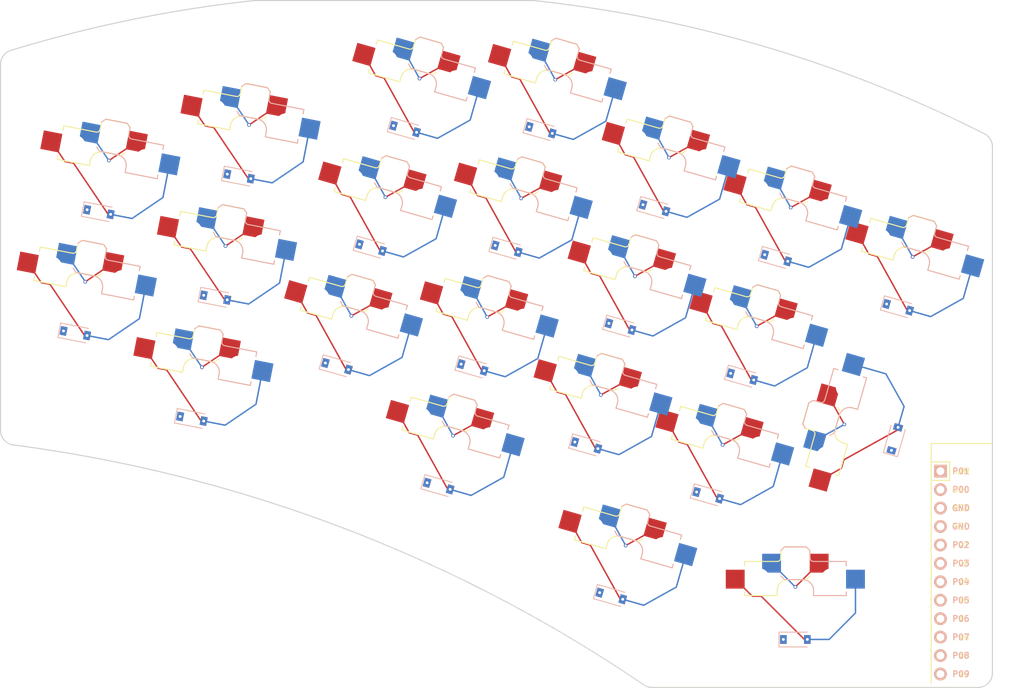
<source format=kicad_pcb>

            
(kicad_pcb (version 20211014) (generator pcbnew)

  (paper "A3")
  (title_block
    (title green60beta)
    (rev v1.0.0)
    (company Unknown)
  )

  (general
    (thickness 1.6)
  )

  (layers
    (0 "F.Cu" signal)
    (31 "B.Cu" signal)
    (32 "B.Adhes" user "B.Adhesive")
    (33 "F.Adhes" user "F.Adhesive")
    (34 "B.Paste" user)
    (35 "F.Paste" user)
    (36 "B.SilkS" user "B.Silkscreen")
    (37 "F.SilkS" user "F.Silkscreen")
    (38 "B.Mask" user)
    (39 "F.Mask" user)
    (40 "Dwgs.User" user "User.Drawings")
    (41 "Cmts.User" user "User.Comments")
    (42 "Eco1.User" user "User.Eco1")
    (43 "Eco2.User" user "User.Eco2")
    (44 "Edge.Cuts" user)
    (45 "Margin" user)
    (46 "B.CrtYd" user "B.Courtyard")
    (47 "F.CrtYd" user "F.Courtyard")
    (48 "B.Fab" user)
    (49 "F.Fab" user)
  )

  (setup
    (stackup
      (layer "F.SilkS" (type "Top Silk Screen"))
      (layer "F.Paste" (type "Top Solder Paste"))
      (layer "F.Mask" (type "Top Solder Mask") (thickness 0.01))
      (layer "F.Cu" (type "copper") (thickness 0.035))
      (layer "dielectric 1" (type "core") (thickness 1.51) (material "FR4") (epsilon_r 4.5) (loss_tangent 0.02))
      (layer "B.Cu" (type "copper") (thickness 0.035))
      (layer "B.Mask" (type "Bottom Solder Mask") (thickness 0.01))
      (layer "B.Paste" (type "Bottom Solder Paste"))
      (layer "B.SilkS" (type "Bottom Silk Screen"))
      (copper_finish "None")
      (dielectric_constraints no)
    )
    (last_trace_width 0.25)
    (trace_clearance 0.2)
    (zone_clearance 0.508)
    (zone_45_only no)
    (trace_min 0.2)
    (via_size 0.8)
    (via_drill 0.4)
    (via_min_size 0.4)
    (via_min_drill 0.3)
    (uvia_size 0.3)
    (uvia_drill 0.1)
    (uvias_allowed no)
    (uvia_min_size 0.2)
    (uvia_min_drill 0.1)
    (edge_width 0.05)
    (segment_width 0.2)
    (pcb_text_width 0.3)
    (pcb_text_size 1.5 1.5)
    (mod_edge_width 0.12)
    (mod_text_size 1 1)
    (mod_text_width 0.15)
    (pad_size 1.524 1.524)
    (pad_drill 0.762)
    (pad_to_mask_clearance 0.05)
    (aux_axis_origin 0 0)
    (visible_elements FFFFFF7F)
    (pcbplotparams
      (layerselection 0x00010f0_ffffffff)
      (disableapertmacros false)
      (usegerberextensions true)
      (usegerberattributes true)
      (usegerberadvancedattributes true)
      (creategerberjobfile true)
      (svguseinch false)
      (svgprecision 6)
      (excludeedgelayer true)
      (plotframeref false)
      (viasonmask false)
      (mode 1)
      (useauxorigin false)
      (hpglpennumber 1)
      (hpglpenspeed 20)
      (hpglpendiameter 15.000000)
      (dxfpolygonmode true)
      (dxfimperialunits true)
      (dxfusepcbnewfont true)
      (psnegative false)
      (psa4output false)
      (plotreference true)
      (plotvalue true)
      (plotinvisibletext false)
      (sketchpadsonfab false)
      (subtractmaskfromsilk false)
      (outputformat 1)
      (mirror false)
      (drillshape 0)
      (scaleselection 1)
      (outputdirectory "")
    )
  )

            (net 0 "")
(net 1 "P2")
(net 2 "P19")
(net 3 "S1_D")
(net 4 "P15")
(net 5 "S2_D")
(net 6 "P3")
(net 7 "S3_D")
(net 8 "S4_D")
(net 9 "P14")
(net 10 "S5_D")
(net 11 "P4")
(net 12 "S6_D")
(net 13 "S7_D")
(net 14 "S8_D")
(net 15 "P5")
(net 16 "S9_D")
(net 17 "P18")
(net 18 "S10_D")
(net 19 "S11_D")
(net 20 "S12_D")
(net 21 "S13_D")
(net 22 "P21")
(net 23 "S14_D")
(net 24 "S15_D")
(net 25 "S16_D")
(net 26 "P20")
(net 27 "S17_D")
(net 28 "S18_D")
(net 29 "S19_D")
(net 30 "S20_D")
(net 31 "S21_D")
(net 32 "S22_D")
(net 33 "P0")
(net 34 "P1")
(net 35 "P6")
(net 36 "P7")
(net 37 "P8")
(net 38 "P9")
(net 39 "P10")
(net 40 "P11")
            
  (net_class Default "This is the default net class."
    (clearance 0.2)
    (trace_width 0.25)
    (via_dia 0.8)
    (via_drill 0.4)
    (uvia_dia 0.3)
    (uvia_drill 0.1)
    (add_net "")
(add_net "P2")
(add_net "P19")
(add_net "S1_D")
(add_net "P15")
(add_net "S2_D")
(add_net "P3")
(add_net "S3_D")
(add_net "S4_D")
(add_net "P14")
(add_net "S5_D")
(add_net "P4")
(add_net "S6_D")
(add_net "S7_D")
(add_net "S8_D")
(add_net "P5")
(add_net "S9_D")
(add_net "P18")
(add_net "S10_D")
(add_net "S11_D")
(add_net "S12_D")
(add_net "S13_D")
(add_net "P21")
(add_net "S14_D")
(add_net "S15_D")
(add_net "S16_D")
(add_net "P20")
(add_net "S17_D")
(add_net "S18_D")
(add_net "S19_D")
(add_net "S20_D")
(add_net "S21_D")
(add_net "S22_D")
(add_net "P0")
(add_net "P1")
(add_net "P6")
(add_net "P7")
(add_net "P8")
(add_net "P9")
(add_net "P10")
(add_net "P11")
  )

            
        
      (module PG1350 (layer F.Cu) (tedit 5DD50112)
      (at 50.2148414 72.549774 -11)

      
      (fp_text reference "S1" (at 0 0) (layer F.SilkS) hide (effects (font (size 1.27 1.27) (thickness 0.15))))
      (fp_text value "" (at 0 0) (layer F.SilkS) hide (effects (font (size 1.27 1.27) (thickness 0.15))))

      
      (fp_line (start -7 -6) (end -7 -7) (layer Dwgs.User) (width 0.15))
      (fp_line (start -7 7) (end -6 7) (layer Dwgs.User) (width 0.15))
      (fp_line (start -6 -7) (end -7 -7) (layer Dwgs.User) (width 0.15))
      (fp_line (start -7 7) (end -7 6) (layer Dwgs.User) (width 0.15))
      (fp_line (start 7 6) (end 7 7) (layer Dwgs.User) (width 0.15))
      (fp_line (start 7 -7) (end 6 -7) (layer Dwgs.User) (width 0.15))
      (fp_line (start 6 7) (end 7 7) (layer Dwgs.User) (width 0.15))
      (fp_line (start 7 -7) (end 7 -6) (layer Dwgs.User) (width 0.15))      
      
      
      (pad "" np_thru_hole circle (at 0 0) (size 3.429 3.429) (drill 3.429) (layers *.Cu *.Mask))
        
      
      (pad "" np_thru_hole circle (at 5.5 0) (size 1.7018 1.7018) (drill 1.7018) (layers *.Cu *.Mask))
      (pad "" np_thru_hole circle (at -5.5 0) (size 1.7018 1.7018) (drill 1.7018) (layers *.Cu *.Mask))

      
      (fp_line (start -2.5 6.3) (end 2.5 6.3) (layer "Dwgs.User") (width 0.15))
      (fp_line (start 2.5 3.2) (end -2.5 3.2) (layer "Dwgs.User") (width 0.15))
      (fp_line (start 2.5 6.3) (end 2.5 3.2) (layer "Dwgs.User") (width 0.15))
      (fp_line (start -2.5 3.2) (end -2.5 6.3) (layer "Dwgs.User") (width 0.15))
      
        
        (fp_text reference "" (at 0 0) (layer "F.SilkS")
          (effects (font (size 1.27 1.27) (thickness 0.15)))
        )
        (fp_text value "" (at 0 0) (layer "F.SilkS")
          (effects (font (size 1.27 1.27) (thickness 0.15)))
        )
      
          (fp_text user "${REFERENCE}" (at 11.445 -5.095) (layer "B.SilkS")
            (effects (font (size 1 1) (thickness 0.15)) (justify mirror))
          )
        
        (fp_line (start 2.504 -1.488) (end 7.004 -1.488) (layer "B.SilkS") (width 0.15))
        (fp_line (start -1.996 -7.688) (end -1.496 -8.188) (layer "B.SilkS") (width 0.15))
        (fp_line (start 2.504 -2.188) (end 2.504 -1.488) (layer "B.SilkS") (width 0.15))
        (fp_line (start 7.004 -1.488) (end 7.004 -1.988) (layer "B.SilkS") (width 0.15))
        (fp_line (start -1.496 -3.688) (end 1.004 -3.688) (layer "B.SilkS") (width 0.15))
        (fp_line (start -1.996 -4.188) (end -1.496 -3.688) (layer "B.SilkS") (width 0.15))
        (fp_line (start 7.004 -5.588) (end 7.004 -6.188) (layer "B.SilkS") (width 0.15))
        (fp_line (start -1.496 -8.188) (end 1.504 -8.188) (layer "B.SilkS") (width 0.15))
        (fp_line (start 2.004 -6.688) (end 2.004 -7.688) (layer "B.SilkS") (width 0.15))
        (fp_line (start 7.004 -6.188) (end 2.504 -6.188) (layer "B.SilkS") (width 0.15))
        (fp_line (start 1.504 -8.188) (end 2.004 -7.688) (layer "B.SilkS") (width 0.15))
        (fp_arc (start 1.004 -3.688) (mid 2.06466 -3.24866) (end 2.504 -2.188) (layer "B.SilkS") (width 0.15))
        (fp_arc (start 2.504 -6.188) (mid 2.150447 -6.334447) (end 2.004 -6.688) (layer "B.SilkS") (width 0.15))
      
        (fp_line (start -6.996 -1.488) (end -6.996 -1.988) (layer "F.SilkS") (width 0.15))
        (fp_line (start -6.996 -6.188) (end -2.496 -6.188) (layer "F.SilkS") (width 0.15))
        (fp_line (start -6.996 -5.588) (end -6.996 -6.188) (layer "F.SilkS") (width 0.15))
        (fp_line (start -2.496 -1.488) (end -6.996 -1.488) (layer "F.SilkS") (width 0.15))
        (fp_line (start -1.496 -8.188) (end -1.996 -7.688) (layer "F.SilkS") (width 0.15))
        (fp_line (start -1.996 -6.688) (end -1.996 -7.688) (layer "F.SilkS") (width 0.15))
        (fp_line (start 1.504 -3.688) (end -0.996 -3.688) (layer "F.SilkS") (width 0.15))
        (fp_line (start -2.496 -2.188) (end -2.496 -1.488) (layer "F.SilkS") (width 0.15))
        (fp_line (start 2.004 -7.688) (end 1.504 -8.188) (layer "F.SilkS") (width 0.15))
        (fp_line (start 1.504 -8.188) (end -1.496 -8.188) (layer "F.SilkS") (width 0.15))
        (fp_line (start 2.004 -4.188) (end 1.504 -3.688) (layer "F.SilkS") (width 0.15))
        (fp_arc (start -2.496 -2.188) (mid -2.05666 -3.24866) (end -0.996 -3.688) (layer "F.SilkS") (width 0.15))
        (fp_arc (start -1.996 -6.688) (mid -2.142447 -6.334447) (end -2.496 -6.188) (layer "F.SilkS") (width 0.15))
        
        
        (attr smd)
        
        (fp_line (start -2.25 5.58) (end -2.25 3.55) (layer B.SilkS) (width 0.12))
        (fp_line (start -2.25 3.55) (end 1.65 3.55) (layer B.SilkS) (width 0.12))
        (fp_line (start -2.25 5.58) (end 1.65 5.58) (layer B.SilkS) (width 0.12))
  
        
        (pad "2D" thru_hole rect (at 1.65 4.55 -11) (size 0.9 1.2) (drill 0.4) (layers *.Cu *.Mask) (net 3 "S1_D"))
        (pad "3" thru_hole rect (at -1.65 4.55 -11) (size 0.9 1.2) (drill 0.4) (layers *.Cu *.Mask) (net 2 "P19"))
        
        
        (pad "2" smd custom (at 1.65 4.55 -11) (size 0 0) (layers "F.Cu")
          (options (clearance outline) (anchor circle))
          (primitives
            (gr_line (start -7.572 -5.947) (end -9.925 -8.3) (width 0.2))
            (gr_line (start -6.349 -5.947) (end -7.572 -5.947) (width 0.2))
            (gr_line (start -0.402 0) (end -6.349 -5.947) (width 0.2))
            (gr_line (start 0 0) (end -0.402 0) (width 0.2))
          )
          (net 3 "S1_D"))
        (pad "1" smd custom (at 0 -2.675 -11) (size 0 0) (layers "F.Cu")
          (options (clearance outline) (anchor circle))
          (primitives
            (gr_line (start 0 0) (end 3.275 -3.275) (width 0.2))
          )
          (net 1 "P2"))
        
        (pad "2" smd custom (at 1.65 4.55 -11) (size 0 0) (layers "B.Cu")
          (options (clearance outline) (anchor circle))
          (primitives
            (gr_line (start 0 0) (end 3 0) (width 0.2))
            (gr_line (start 6.625 -8.3) (end 6.625 -3.65) (width 0.2))
            (gr_line (start 3 0) (end 6.625 -3.65) (width 0.2))
          )
          (net 3 "S1_D"))
        (pad "1" smd custom (at 0 -2.675 -11) (size 0 0) (layers "B.Cu")
          (options (clearance outline) (anchor circle))
          (primitives
            (gr_line (start 0 0) (end -3.275 -3.275) (width 0.2))
          )
          (net 1 "P2"))
        
        (pad "1" thru_hole circle (at 0 -2.675) (size 0.5 0.5) (drill 0.3) (layers *.Cu) (net 1 "P2"))
      
      
        
      
      (fp_line (start -9 -8.5) (end 9 -8.5) (layer Dwgs.User) (width 0.15))
      (fp_line (start 9 -8.5) (end 9 8.5) (layer Dwgs.User) (width 0.15))
      (fp_line (start 9 8.5) (end -9 8.5) (layer Dwgs.User) (width 0.15))
      (fp_line (start -9 8.5) (end -9 -8.5) (layer Dwgs.User) (width 0.15))
      
        
          
          (pad "" np_thru_hole circle (at 5 -3.75) (size 3 3) (drill 3) (layers *.Cu *.Mask))
          (pad "" np_thru_hole circle (at 0 -5.95) (size 3 3) (drill 3) (layers *.Cu *.Mask))
      
          
          (pad 1 smd rect (at -3.275 -5.95 -11) (size 2.6 2.6) (layers B.Cu B.Paste B.Mask) (net 1 "P2"))
          (pad 2 smd rect (at 8.275 -3.75 -11) (size 2.6 2.6) (layers B.Cu B.Paste B.Mask) (net 3 "S1_D"))
        
        
          
          (pad "" np_thru_hole circle (at -5 -3.75) (size 3 3) (drill 3) (layers *.Cu *.Mask))
          (pad "" np_thru_hole circle (at 0 -5.95) (size 3 3) (drill 3) (layers *.Cu *.Mask))
      
          
          (pad 1 smd rect (at 3.275 -5.95 -11) (size 2.6 2.6) (layers F.Cu F.Paste F.Mask) (net 1 "P2"))
          (pad 2 smd rect (at -8.275 -3.75 -11) (size 2.6 2.6) (layers F.Cu F.Paste F.Mask) (net 3 "S1_D"))
        )
        

        
      (module PG1350 (layer F.Cu) (tedit 5DD50112)
      (at 53.4585943 55.8621119 -11)

      
      (fp_text reference "S2" (at 0 0) (layer F.SilkS) hide (effects (font (size 1.27 1.27) (thickness 0.15))))
      (fp_text value "" (at 0 0) (layer F.SilkS) hide (effects (font (size 1.27 1.27) (thickness 0.15))))

      
      (fp_line (start -7 -6) (end -7 -7) (layer Dwgs.User) (width 0.15))
      (fp_line (start -7 7) (end -6 7) (layer Dwgs.User) (width 0.15))
      (fp_line (start -6 -7) (end -7 -7) (layer Dwgs.User) (width 0.15))
      (fp_line (start -7 7) (end -7 6) (layer Dwgs.User) (width 0.15))
      (fp_line (start 7 6) (end 7 7) (layer Dwgs.User) (width 0.15))
      (fp_line (start 7 -7) (end 6 -7) (layer Dwgs.User) (width 0.15))
      (fp_line (start 6 7) (end 7 7) (layer Dwgs.User) (width 0.15))
      (fp_line (start 7 -7) (end 7 -6) (layer Dwgs.User) (width 0.15))      
      
      
      (pad "" np_thru_hole circle (at 0 0) (size 3.429 3.429) (drill 3.429) (layers *.Cu *.Mask))
        
      
      (pad "" np_thru_hole circle (at 5.5 0) (size 1.7018 1.7018) (drill 1.7018) (layers *.Cu *.Mask))
      (pad "" np_thru_hole circle (at -5.5 0) (size 1.7018 1.7018) (drill 1.7018) (layers *.Cu *.Mask))

      
      (fp_line (start -2.5 6.3) (end 2.5 6.3) (layer "Dwgs.User") (width 0.15))
      (fp_line (start 2.5 3.2) (end -2.5 3.2) (layer "Dwgs.User") (width 0.15))
      (fp_line (start 2.5 6.3) (end 2.5 3.2) (layer "Dwgs.User") (width 0.15))
      (fp_line (start -2.5 3.2) (end -2.5 6.3) (layer "Dwgs.User") (width 0.15))
      
        
        (fp_text reference "" (at 0 0) (layer "F.SilkS")
          (effects (font (size 1.27 1.27) (thickness 0.15)))
        )
        (fp_text value "" (at 0 0) (layer "F.SilkS")
          (effects (font (size 1.27 1.27) (thickness 0.15)))
        )
      
          (fp_text user "${REFERENCE}" (at 11.445 -5.095) (layer "B.SilkS")
            (effects (font (size 1 1) (thickness 0.15)) (justify mirror))
          )
        
        (fp_line (start 2.504 -1.488) (end 7.004 -1.488) (layer "B.SilkS") (width 0.15))
        (fp_line (start -1.996 -7.688) (end -1.496 -8.188) (layer "B.SilkS") (width 0.15))
        (fp_line (start 2.504 -2.188) (end 2.504 -1.488) (layer "B.SilkS") (width 0.15))
        (fp_line (start 7.004 -1.488) (end 7.004 -1.988) (layer "B.SilkS") (width 0.15))
        (fp_line (start -1.496 -3.688) (end 1.004 -3.688) (layer "B.SilkS") (width 0.15))
        (fp_line (start -1.996 -4.188) (end -1.496 -3.688) (layer "B.SilkS") (width 0.15))
        (fp_line (start 7.004 -5.588) (end 7.004 -6.188) (layer "B.SilkS") (width 0.15))
        (fp_line (start -1.496 -8.188) (end 1.504 -8.188) (layer "B.SilkS") (width 0.15))
        (fp_line (start 2.004 -6.688) (end 2.004 -7.688) (layer "B.SilkS") (width 0.15))
        (fp_line (start 7.004 -6.188) (end 2.504 -6.188) (layer "B.SilkS") (width 0.15))
        (fp_line (start 1.504 -8.188) (end 2.004 -7.688) (layer "B.SilkS") (width 0.15))
        (fp_arc (start 1.004 -3.688) (mid 2.06466 -3.24866) (end 2.504 -2.188) (layer "B.SilkS") (width 0.15))
        (fp_arc (start 2.504 -6.188) (mid 2.150447 -6.334447) (end 2.004 -6.688) (layer "B.SilkS") (width 0.15))
      
        (fp_line (start -6.996 -1.488) (end -6.996 -1.988) (layer "F.SilkS") (width 0.15))
        (fp_line (start -6.996 -6.188) (end -2.496 -6.188) (layer "F.SilkS") (width 0.15))
        (fp_line (start -6.996 -5.588) (end -6.996 -6.188) (layer "F.SilkS") (width 0.15))
        (fp_line (start -2.496 -1.488) (end -6.996 -1.488) (layer "F.SilkS") (width 0.15))
        (fp_line (start -1.496 -8.188) (end -1.996 -7.688) (layer "F.SilkS") (width 0.15))
        (fp_line (start -1.996 -6.688) (end -1.996 -7.688) (layer "F.SilkS") (width 0.15))
        (fp_line (start 1.504 -3.688) (end -0.996 -3.688) (layer "F.SilkS") (width 0.15))
        (fp_line (start -2.496 -2.188) (end -2.496 -1.488) (layer "F.SilkS") (width 0.15))
        (fp_line (start 2.004 -7.688) (end 1.504 -8.188) (layer "F.SilkS") (width 0.15))
        (fp_line (start 1.504 -8.188) (end -1.496 -8.188) (layer "F.SilkS") (width 0.15))
        (fp_line (start 2.004 -4.188) (end 1.504 -3.688) (layer "F.SilkS") (width 0.15))
        (fp_arc (start -2.496 -2.188) (mid -2.05666 -3.24866) (end -0.996 -3.688) (layer "F.SilkS") (width 0.15))
        (fp_arc (start -1.996 -6.688) (mid -2.142447 -6.334447) (end -2.496 -6.188) (layer "F.SilkS") (width 0.15))
        
        
        (attr smd)
        
        (fp_line (start -2.25 5.58) (end -2.25 3.55) (layer B.SilkS) (width 0.12))
        (fp_line (start -2.25 3.55) (end 1.65 3.55) (layer B.SilkS) (width 0.12))
        (fp_line (start -2.25 5.58) (end 1.65 5.58) (layer B.SilkS) (width 0.12))
  
        
        (pad "2D" thru_hole rect (at 1.65 4.55 -11) (size 0.9 1.2) (drill 0.4) (layers *.Cu *.Mask) (net 5 "S2_D"))
        (pad "3" thru_hole rect (at -1.65 4.55 -11) (size 0.9 1.2) (drill 0.4) (layers *.Cu *.Mask) (net 4 "P15"))
        
        
        (pad "2" smd custom (at 1.65 4.55 -11) (size 0 0) (layers "F.Cu")
          (options (clearance outline) (anchor circle))
          (primitives
            (gr_line (start -7.572 -5.947) (end -9.925 -8.3) (width 0.2))
            (gr_line (start -6.349 -5.947) (end -7.572 -5.947) (width 0.2))
            (gr_line (start -0.402 0) (end -6.349 -5.947) (width 0.2))
            (gr_line (start 0 0) (end -0.402 0) (width 0.2))
          )
          (net 5 "S2_D"))
        (pad "1" smd custom (at 0 -2.675 -11) (size 0 0) (layers "F.Cu")
          (options (clearance outline) (anchor circle))
          (primitives
            (gr_line (start 0 0) (end 3.275 -3.275) (width 0.2))
          )
          (net 1 "P2"))
        
        (pad "2" smd custom (at 1.65 4.55 -11) (size 0 0) (layers "B.Cu")
          (options (clearance outline) (anchor circle))
          (primitives
            (gr_line (start 0 0) (end 3 0) (width 0.2))
            (gr_line (start 6.625 -8.3) (end 6.625 -3.65) (width 0.2))
            (gr_line (start 3 0) (end 6.625 -3.65) (width 0.2))
          )
          (net 5 "S2_D"))
        (pad "1" smd custom (at 0 -2.675 -11) (size 0 0) (layers "B.Cu")
          (options (clearance outline) (anchor circle))
          (primitives
            (gr_line (start 0 0) (end -3.275 -3.275) (width 0.2))
          )
          (net 1 "P2"))
        
        (pad "1" thru_hole circle (at 0 -2.675) (size 0.5 0.5) (drill 0.3) (layers *.Cu) (net 1 "P2"))
      
      
        
      
      (fp_line (start -9 -8.5) (end 9 -8.5) (layer Dwgs.User) (width 0.15))
      (fp_line (start 9 -8.5) (end 9 8.5) (layer Dwgs.User) (width 0.15))
      (fp_line (start 9 8.5) (end -9 8.5) (layer Dwgs.User) (width 0.15))
      (fp_line (start -9 8.5) (end -9 -8.5) (layer Dwgs.User) (width 0.15))
      
        
          
          (pad "" np_thru_hole circle (at 5 -3.75) (size 3 3) (drill 3) (layers *.Cu *.Mask))
          (pad "" np_thru_hole circle (at 0 -5.95) (size 3 3) (drill 3) (layers *.Cu *.Mask))
      
          
          (pad 1 smd rect (at -3.275 -5.95 -11) (size 2.6 2.6) (layers B.Cu B.Paste B.Mask) (net 1 "P2"))
          (pad 2 smd rect (at 8.275 -3.75 -11) (size 2.6 2.6) (layers B.Cu B.Paste B.Mask) (net 5 "S2_D"))
        
        
          
          (pad "" np_thru_hole circle (at -5 -3.75) (size 3 3) (drill 3) (layers *.Cu *.Mask))
          (pad "" np_thru_hole circle (at 0 -5.95) (size 3 3) (drill 3) (layers *.Cu *.Mask))
      
          
          (pad 1 smd rect (at 3.275 -5.95 -11) (size 2.6 2.6) (layers F.Cu F.Paste F.Mask) (net 1 "P2"))
          (pad 2 smd rect (at -8.275 -3.75 -11) (size 2.6 2.6) (layers F.Cu F.Paste F.Mask) (net 5 "S2_D"))
        )
        

        
      (module PG1350 (layer F.Cu) (tedit 5DD50112)
      (at 66.2622543 84.3281669 -11)

      
      (fp_text reference "S3" (at 0 0) (layer F.SilkS) hide (effects (font (size 1.27 1.27) (thickness 0.15))))
      (fp_text value "" (at 0 0) (layer F.SilkS) hide (effects (font (size 1.27 1.27) (thickness 0.15))))

      
      (fp_line (start -7 -6) (end -7 -7) (layer Dwgs.User) (width 0.15))
      (fp_line (start -7 7) (end -6 7) (layer Dwgs.User) (width 0.15))
      (fp_line (start -6 -7) (end -7 -7) (layer Dwgs.User) (width 0.15))
      (fp_line (start -7 7) (end -7 6) (layer Dwgs.User) (width 0.15))
      (fp_line (start 7 6) (end 7 7) (layer Dwgs.User) (width 0.15))
      (fp_line (start 7 -7) (end 6 -7) (layer Dwgs.User) (width 0.15))
      (fp_line (start 6 7) (end 7 7) (layer Dwgs.User) (width 0.15))
      (fp_line (start 7 -7) (end 7 -6) (layer Dwgs.User) (width 0.15))      
      
      
      (pad "" np_thru_hole circle (at 0 0) (size 3.429 3.429) (drill 3.429) (layers *.Cu *.Mask))
        
      
      (pad "" np_thru_hole circle (at 5.5 0) (size 1.7018 1.7018) (drill 1.7018) (layers *.Cu *.Mask))
      (pad "" np_thru_hole circle (at -5.5 0) (size 1.7018 1.7018) (drill 1.7018) (layers *.Cu *.Mask))

      
      (fp_line (start -2.5 6.3) (end 2.5 6.3) (layer "Dwgs.User") (width 0.15))
      (fp_line (start 2.5 3.2) (end -2.5 3.2) (layer "Dwgs.User") (width 0.15))
      (fp_line (start 2.5 6.3) (end 2.5 3.2) (layer "Dwgs.User") (width 0.15))
      (fp_line (start -2.5 3.2) (end -2.5 6.3) (layer "Dwgs.User") (width 0.15))
      
        
        (fp_text reference "" (at 0 0) (layer "F.SilkS")
          (effects (font (size 1.27 1.27) (thickness 0.15)))
        )
        (fp_text value "" (at 0 0) (layer "F.SilkS")
          (effects (font (size 1.27 1.27) (thickness 0.15)))
        )
      
          (fp_text user "${REFERENCE}" (at 11.445 -5.095) (layer "B.SilkS")
            (effects (font (size 1 1) (thickness 0.15)) (justify mirror))
          )
        
        (fp_line (start 2.504 -1.488) (end 7.004 -1.488) (layer "B.SilkS") (width 0.15))
        (fp_line (start -1.996 -7.688) (end -1.496 -8.188) (layer "B.SilkS") (width 0.15))
        (fp_line (start 2.504 -2.188) (end 2.504 -1.488) (layer "B.SilkS") (width 0.15))
        (fp_line (start 7.004 -1.488) (end 7.004 -1.988) (layer "B.SilkS") (width 0.15))
        (fp_line (start -1.496 -3.688) (end 1.004 -3.688) (layer "B.SilkS") (width 0.15))
        (fp_line (start -1.996 -4.188) (end -1.496 -3.688) (layer "B.SilkS") (width 0.15))
        (fp_line (start 7.004 -5.588) (end 7.004 -6.188) (layer "B.SilkS") (width 0.15))
        (fp_line (start -1.496 -8.188) (end 1.504 -8.188) (layer "B.SilkS") (width 0.15))
        (fp_line (start 2.004 -6.688) (end 2.004 -7.688) (layer "B.SilkS") (width 0.15))
        (fp_line (start 7.004 -6.188) (end 2.504 -6.188) (layer "B.SilkS") (width 0.15))
        (fp_line (start 1.504 -8.188) (end 2.004 -7.688) (layer "B.SilkS") (width 0.15))
        (fp_arc (start 1.004 -3.688) (mid 2.06466 -3.24866) (end 2.504 -2.188) (layer "B.SilkS") (width 0.15))
        (fp_arc (start 2.504 -6.188) (mid 2.150447 -6.334447) (end 2.004 -6.688) (layer "B.SilkS") (width 0.15))
      
        (fp_line (start -6.996 -1.488) (end -6.996 -1.988) (layer "F.SilkS") (width 0.15))
        (fp_line (start -6.996 -6.188) (end -2.496 -6.188) (layer "F.SilkS") (width 0.15))
        (fp_line (start -6.996 -5.588) (end -6.996 -6.188) (layer "F.SilkS") (width 0.15))
        (fp_line (start -2.496 -1.488) (end -6.996 -1.488) (layer "F.SilkS") (width 0.15))
        (fp_line (start -1.496 -8.188) (end -1.996 -7.688) (layer "F.SilkS") (width 0.15))
        (fp_line (start -1.996 -6.688) (end -1.996 -7.688) (layer "F.SilkS") (width 0.15))
        (fp_line (start 1.504 -3.688) (end -0.996 -3.688) (layer "F.SilkS") (width 0.15))
        (fp_line (start -2.496 -2.188) (end -2.496 -1.488) (layer "F.SilkS") (width 0.15))
        (fp_line (start 2.004 -7.688) (end 1.504 -8.188) (layer "F.SilkS") (width 0.15))
        (fp_line (start 1.504 -8.188) (end -1.496 -8.188) (layer "F.SilkS") (width 0.15))
        (fp_line (start 2.004 -4.188) (end 1.504 -3.688) (layer "F.SilkS") (width 0.15))
        (fp_arc (start -2.496 -2.188) (mid -2.05666 -3.24866) (end -0.996 -3.688) (layer "F.SilkS") (width 0.15))
        (fp_arc (start -1.996 -6.688) (mid -2.142447 -6.334447) (end -2.496 -6.188) (layer "F.SilkS") (width 0.15))
        
        
        (attr smd)
        
        (fp_line (start -2.25 5.58) (end -2.25 3.55) (layer B.SilkS) (width 0.12))
        (fp_line (start -2.25 3.55) (end 1.65 3.55) (layer B.SilkS) (width 0.12))
        (fp_line (start -2.25 5.58) (end 1.65 5.58) (layer B.SilkS) (width 0.12))
  
        
        (pad "2D" thru_hole rect (at 1.65 4.55 -11) (size 0.9 1.2) (drill 0.4) (layers *.Cu *.Mask) (net 7 "S3_D"))
        (pad "3" thru_hole rect (at -1.65 4.55 -11) (size 0.9 1.2) (drill 0.4) (layers *.Cu *.Mask) (net 2 "P19"))
        
        
        (pad "2" smd custom (at 1.65 4.55 -11) (size 0 0) (layers "F.Cu")
          (options (clearance outline) (anchor circle))
          (primitives
            (gr_line (start -7.572 -5.947) (end -9.925 -8.3) (width 0.2))
            (gr_line (start -6.349 -5.947) (end -7.572 -5.947) (width 0.2))
            (gr_line (start -0.402 0) (end -6.349 -5.947) (width 0.2))
            (gr_line (start 0 0) (end -0.402 0) (width 0.2))
          )
          (net 7 "S3_D"))
        (pad "1" smd custom (at 0 -2.675 -11) (size 0 0) (layers "F.Cu")
          (options (clearance outline) (anchor circle))
          (primitives
            (gr_line (start 0 0) (end 3.275 -3.275) (width 0.2))
          )
          (net 6 "P3"))
        
        (pad "2" smd custom (at 1.65 4.55 -11) (size 0 0) (layers "B.Cu")
          (options (clearance outline) (anchor circle))
          (primitives
            (gr_line (start 0 0) (end 3 0) (width 0.2))
            (gr_line (start 6.625 -8.3) (end 6.625 -3.65) (width 0.2))
            (gr_line (start 3 0) (end 6.625 -3.65) (width 0.2))
          )
          (net 7 "S3_D"))
        (pad "1" smd custom (at 0 -2.675 -11) (size 0 0) (layers "B.Cu")
          (options (clearance outline) (anchor circle))
          (primitives
            (gr_line (start 0 0) (end -3.275 -3.275) (width 0.2))
          )
          (net 6 "P3"))
        
        (pad "1" thru_hole circle (at 0 -2.675) (size 0.5 0.5) (drill 0.3) (layers *.Cu) (net 6 "P3"))
      
      
        
      
      (fp_line (start -9 -8.5) (end 9 -8.5) (layer Dwgs.User) (width 0.15))
      (fp_line (start 9 -8.5) (end 9 8.5) (layer Dwgs.User) (width 0.15))
      (fp_line (start 9 8.5) (end -9 8.5) (layer Dwgs.User) (width 0.15))
      (fp_line (start -9 8.5) (end -9 -8.5) (layer Dwgs.User) (width 0.15))
      
        
          
          (pad "" np_thru_hole circle (at 5 -3.75) (size 3 3) (drill 3) (layers *.Cu *.Mask))
          (pad "" np_thru_hole circle (at 0 -5.95) (size 3 3) (drill 3) (layers *.Cu *.Mask))
      
          
          (pad 1 smd rect (at -3.275 -5.95 -11) (size 2.6 2.6) (layers B.Cu B.Paste B.Mask) (net 6 "P3"))
          (pad 2 smd rect (at 8.275 -3.75 -11) (size 2.6 2.6) (layers B.Cu B.Paste B.Mask) (net 7 "S3_D"))
        
        
          
          (pad "" np_thru_hole circle (at -5 -3.75) (size 3 3) (drill 3) (layers *.Cu *.Mask))
          (pad "" np_thru_hole circle (at 0 -5.95) (size 3 3) (drill 3) (layers *.Cu *.Mask))
      
          
          (pad 1 smd rect (at 3.275 -5.95 -11) (size 2.6 2.6) (layers F.Cu F.Paste F.Mask) (net 6 "P3"))
          (pad 2 smd rect (at -8.275 -3.75 -11) (size 2.6 2.6) (layers F.Cu F.Paste F.Mask) (net 7 "S3_D"))
        )
        

        
      (module PG1350 (layer F.Cu) (tedit 5DD50112)
      (at 69.5060072 67.6405048 -11)

      
      (fp_text reference "S4" (at 0 0) (layer F.SilkS) hide (effects (font (size 1.27 1.27) (thickness 0.15))))
      (fp_text value "" (at 0 0) (layer F.SilkS) hide (effects (font (size 1.27 1.27) (thickness 0.15))))

      
      (fp_line (start -7 -6) (end -7 -7) (layer Dwgs.User) (width 0.15))
      (fp_line (start -7 7) (end -6 7) (layer Dwgs.User) (width 0.15))
      (fp_line (start -6 -7) (end -7 -7) (layer Dwgs.User) (width 0.15))
      (fp_line (start -7 7) (end -7 6) (layer Dwgs.User) (width 0.15))
      (fp_line (start 7 6) (end 7 7) (layer Dwgs.User) (width 0.15))
      (fp_line (start 7 -7) (end 6 -7) (layer Dwgs.User) (width 0.15))
      (fp_line (start 6 7) (end 7 7) (layer Dwgs.User) (width 0.15))
      (fp_line (start 7 -7) (end 7 -6) (layer Dwgs.User) (width 0.15))      
      
      
      (pad "" np_thru_hole circle (at 0 0) (size 3.429 3.429) (drill 3.429) (layers *.Cu *.Mask))
        
      
      (pad "" np_thru_hole circle (at 5.5 0) (size 1.7018 1.7018) (drill 1.7018) (layers *.Cu *.Mask))
      (pad "" np_thru_hole circle (at -5.5 0) (size 1.7018 1.7018) (drill 1.7018) (layers *.Cu *.Mask))

      
      (fp_line (start -2.5 6.3) (end 2.5 6.3) (layer "Dwgs.User") (width 0.15))
      (fp_line (start 2.5 3.2) (end -2.5 3.2) (layer "Dwgs.User") (width 0.15))
      (fp_line (start 2.5 6.3) (end 2.5 3.2) (layer "Dwgs.User") (width 0.15))
      (fp_line (start -2.5 3.2) (end -2.5 6.3) (layer "Dwgs.User") (width 0.15))
      
        
        (fp_text reference "" (at 0 0) (layer "F.SilkS")
          (effects (font (size 1.27 1.27) (thickness 0.15)))
        )
        (fp_text value "" (at 0 0) (layer "F.SilkS")
          (effects (font (size 1.27 1.27) (thickness 0.15)))
        )
      
          (fp_text user "${REFERENCE}" (at 11.445 -5.095) (layer "B.SilkS")
            (effects (font (size 1 1) (thickness 0.15)) (justify mirror))
          )
        
        (fp_line (start 2.504 -1.488) (end 7.004 -1.488) (layer "B.SilkS") (width 0.15))
        (fp_line (start -1.996 -7.688) (end -1.496 -8.188) (layer "B.SilkS") (width 0.15))
        (fp_line (start 2.504 -2.188) (end 2.504 -1.488) (layer "B.SilkS") (width 0.15))
        (fp_line (start 7.004 -1.488) (end 7.004 -1.988) (layer "B.SilkS") (width 0.15))
        (fp_line (start -1.496 -3.688) (end 1.004 -3.688) (layer "B.SilkS") (width 0.15))
        (fp_line (start -1.996 -4.188) (end -1.496 -3.688) (layer "B.SilkS") (width 0.15))
        (fp_line (start 7.004 -5.588) (end 7.004 -6.188) (layer "B.SilkS") (width 0.15))
        (fp_line (start -1.496 -8.188) (end 1.504 -8.188) (layer "B.SilkS") (width 0.15))
        (fp_line (start 2.004 -6.688) (end 2.004 -7.688) (layer "B.SilkS") (width 0.15))
        (fp_line (start 7.004 -6.188) (end 2.504 -6.188) (layer "B.SilkS") (width 0.15))
        (fp_line (start 1.504 -8.188) (end 2.004 -7.688) (layer "B.SilkS") (width 0.15))
        (fp_arc (start 1.004 -3.688) (mid 2.06466 -3.24866) (end 2.504 -2.188) (layer "B.SilkS") (width 0.15))
        (fp_arc (start 2.504 -6.188) (mid 2.150447 -6.334447) (end 2.004 -6.688) (layer "B.SilkS") (width 0.15))
      
        (fp_line (start -6.996 -1.488) (end -6.996 -1.988) (layer "F.SilkS") (width 0.15))
        (fp_line (start -6.996 -6.188) (end -2.496 -6.188) (layer "F.SilkS") (width 0.15))
        (fp_line (start -6.996 -5.588) (end -6.996 -6.188) (layer "F.SilkS") (width 0.15))
        (fp_line (start -2.496 -1.488) (end -6.996 -1.488) (layer "F.SilkS") (width 0.15))
        (fp_line (start -1.496 -8.188) (end -1.996 -7.688) (layer "F.SilkS") (width 0.15))
        (fp_line (start -1.996 -6.688) (end -1.996 -7.688) (layer "F.SilkS") (width 0.15))
        (fp_line (start 1.504 -3.688) (end -0.996 -3.688) (layer "F.SilkS") (width 0.15))
        (fp_line (start -2.496 -2.188) (end -2.496 -1.488) (layer "F.SilkS") (width 0.15))
        (fp_line (start 2.004 -7.688) (end 1.504 -8.188) (layer "F.SilkS") (width 0.15))
        (fp_line (start 1.504 -8.188) (end -1.496 -8.188) (layer "F.SilkS") (width 0.15))
        (fp_line (start 2.004 -4.188) (end 1.504 -3.688) (layer "F.SilkS") (width 0.15))
        (fp_arc (start -2.496 -2.188) (mid -2.05666 -3.24866) (end -0.996 -3.688) (layer "F.SilkS") (width 0.15))
        (fp_arc (start -1.996 -6.688) (mid -2.142447 -6.334447) (end -2.496 -6.188) (layer "F.SilkS") (width 0.15))
        
        
        (attr smd)
        
        (fp_line (start -2.25 5.58) (end -2.25 3.55) (layer B.SilkS) (width 0.12))
        (fp_line (start -2.25 3.55) (end 1.65 3.55) (layer B.SilkS) (width 0.12))
        (fp_line (start -2.25 5.58) (end 1.65 5.58) (layer B.SilkS) (width 0.12))
  
        
        (pad "2D" thru_hole rect (at 1.65 4.55 -11) (size 0.9 1.2) (drill 0.4) (layers *.Cu *.Mask) (net 8 "S4_D"))
        (pad "3" thru_hole rect (at -1.65 4.55 -11) (size 0.9 1.2) (drill 0.4) (layers *.Cu *.Mask) (net 4 "P15"))
        
        
        (pad "2" smd custom (at 1.65 4.55 -11) (size 0 0) (layers "F.Cu")
          (options (clearance outline) (anchor circle))
          (primitives
            (gr_line (start -7.572 -5.947) (end -9.925 -8.3) (width 0.2))
            (gr_line (start -6.349 -5.947) (end -7.572 -5.947) (width 0.2))
            (gr_line (start -0.402 0) (end -6.349 -5.947) (width 0.2))
            (gr_line (start 0 0) (end -0.402 0) (width 0.2))
          )
          (net 8 "S4_D"))
        (pad "1" smd custom (at 0 -2.675 -11) (size 0 0) (layers "F.Cu")
          (options (clearance outline) (anchor circle))
          (primitives
            (gr_line (start 0 0) (end 3.275 -3.275) (width 0.2))
          )
          (net 6 "P3"))
        
        (pad "2" smd custom (at 1.65 4.55 -11) (size 0 0) (layers "B.Cu")
          (options (clearance outline) (anchor circle))
          (primitives
            (gr_line (start 0 0) (end 3 0) (width 0.2))
            (gr_line (start 6.625 -8.3) (end 6.625 -3.65) (width 0.2))
            (gr_line (start 3 0) (end 6.625 -3.65) (width 0.2))
          )
          (net 8 "S4_D"))
        (pad "1" smd custom (at 0 -2.675 -11) (size 0 0) (layers "B.Cu")
          (options (clearance outline) (anchor circle))
          (primitives
            (gr_line (start 0 0) (end -3.275 -3.275) (width 0.2))
          )
          (net 6 "P3"))
        
        (pad "1" thru_hole circle (at 0 -2.675) (size 0.5 0.5) (drill 0.3) (layers *.Cu) (net 6 "P3"))
      
      
        
      
      (fp_line (start -9 -8.5) (end 9 -8.5) (layer Dwgs.User) (width 0.15))
      (fp_line (start 9 -8.5) (end 9 8.5) (layer Dwgs.User) (width 0.15))
      (fp_line (start 9 8.5) (end -9 8.5) (layer Dwgs.User) (width 0.15))
      (fp_line (start -9 8.5) (end -9 -8.5) (layer Dwgs.User) (width 0.15))
      
        
          
          (pad "" np_thru_hole circle (at 5 -3.75) (size 3 3) (drill 3) (layers *.Cu *.Mask))
          (pad "" np_thru_hole circle (at 0 -5.95) (size 3 3) (drill 3) (layers *.Cu *.Mask))
      
          
          (pad 1 smd rect (at -3.275 -5.95 -11) (size 2.6 2.6) (layers B.Cu B.Paste B.Mask) (net 6 "P3"))
          (pad 2 smd rect (at 8.275 -3.75 -11) (size 2.6 2.6) (layers B.Cu B.Paste B.Mask) (net 8 "S4_D"))
        
        
          
          (pad "" np_thru_hole circle (at -5 -3.75) (size 3 3) (drill 3) (layers *.Cu *.Mask))
          (pad "" np_thru_hole circle (at 0 -5.95) (size 3 3) (drill 3) (layers *.Cu *.Mask))
      
          
          (pad 1 smd rect (at 3.275 -5.95 -11) (size 2.6 2.6) (layers F.Cu F.Paste F.Mask) (net 6 "P3"))
          (pad 2 smd rect (at -8.275 -3.75 -11) (size 2.6 2.6) (layers F.Cu F.Paste F.Mask) (net 8 "S4_D"))
        )
        

        
      (module PG1350 (layer F.Cu) (tedit 5DD50112)
      (at 72.7497601 50.9528427 -11)

      
      (fp_text reference "S5" (at 0 0) (layer F.SilkS) hide (effects (font (size 1.27 1.27) (thickness 0.15))))
      (fp_text value "" (at 0 0) (layer F.SilkS) hide (effects (font (size 1.27 1.27) (thickness 0.15))))

      
      (fp_line (start -7 -6) (end -7 -7) (layer Dwgs.User) (width 0.15))
      (fp_line (start -7 7) (end -6 7) (layer Dwgs.User) (width 0.15))
      (fp_line (start -6 -7) (end -7 -7) (layer Dwgs.User) (width 0.15))
      (fp_line (start -7 7) (end -7 6) (layer Dwgs.User) (width 0.15))
      (fp_line (start 7 6) (end 7 7) (layer Dwgs.User) (width 0.15))
      (fp_line (start 7 -7) (end 6 -7) (layer Dwgs.User) (width 0.15))
      (fp_line (start 6 7) (end 7 7) (layer Dwgs.User) (width 0.15))
      (fp_line (start 7 -7) (end 7 -6) (layer Dwgs.User) (width 0.15))      
      
      
      (pad "" np_thru_hole circle (at 0 0) (size 3.429 3.429) (drill 3.429) (layers *.Cu *.Mask))
        
      
      (pad "" np_thru_hole circle (at 5.5 0) (size 1.7018 1.7018) (drill 1.7018) (layers *.Cu *.Mask))
      (pad "" np_thru_hole circle (at -5.5 0) (size 1.7018 1.7018) (drill 1.7018) (layers *.Cu *.Mask))

      
      (fp_line (start -2.5 6.3) (end 2.5 6.3) (layer "Dwgs.User") (width 0.15))
      (fp_line (start 2.5 3.2) (end -2.5 3.2) (layer "Dwgs.User") (width 0.15))
      (fp_line (start 2.5 6.3) (end 2.5 3.2) (layer "Dwgs.User") (width 0.15))
      (fp_line (start -2.5 3.2) (end -2.5 6.3) (layer "Dwgs.User") (width 0.15))
      
        
        (fp_text reference "" (at 0 0) (layer "F.SilkS")
          (effects (font (size 1.27 1.27) (thickness 0.15)))
        )
        (fp_text value "" (at 0 0) (layer "F.SilkS")
          (effects (font (size 1.27 1.27) (thickness 0.15)))
        )
      
          (fp_text user "${REFERENCE}" (at 11.445 -5.095) (layer "B.SilkS")
            (effects (font (size 1 1) (thickness 0.15)) (justify mirror))
          )
        
        (fp_line (start 2.504 -1.488) (end 7.004 -1.488) (layer "B.SilkS") (width 0.15))
        (fp_line (start -1.996 -7.688) (end -1.496 -8.188) (layer "B.SilkS") (width 0.15))
        (fp_line (start 2.504 -2.188) (end 2.504 -1.488) (layer "B.SilkS") (width 0.15))
        (fp_line (start 7.004 -1.488) (end 7.004 -1.988) (layer "B.SilkS") (width 0.15))
        (fp_line (start -1.496 -3.688) (end 1.004 -3.688) (layer "B.SilkS") (width 0.15))
        (fp_line (start -1.996 -4.188) (end -1.496 -3.688) (layer "B.SilkS") (width 0.15))
        (fp_line (start 7.004 -5.588) (end 7.004 -6.188) (layer "B.SilkS") (width 0.15))
        (fp_line (start -1.496 -8.188) (end 1.504 -8.188) (layer "B.SilkS") (width 0.15))
        (fp_line (start 2.004 -6.688) (end 2.004 -7.688) (layer "B.SilkS") (width 0.15))
        (fp_line (start 7.004 -6.188) (end 2.504 -6.188) (layer "B.SilkS") (width 0.15))
        (fp_line (start 1.504 -8.188) (end 2.004 -7.688) (layer "B.SilkS") (width 0.15))
        (fp_arc (start 1.004 -3.688) (mid 2.06466 -3.24866) (end 2.504 -2.188) (layer "B.SilkS") (width 0.15))
        (fp_arc (start 2.504 -6.188) (mid 2.150447 -6.334447) (end 2.004 -6.688) (layer "B.SilkS") (width 0.15))
      
        (fp_line (start -6.996 -1.488) (end -6.996 -1.988) (layer "F.SilkS") (width 0.15))
        (fp_line (start -6.996 -6.188) (end -2.496 -6.188) (layer "F.SilkS") (width 0.15))
        (fp_line (start -6.996 -5.588) (end -6.996 -6.188) (layer "F.SilkS") (width 0.15))
        (fp_line (start -2.496 -1.488) (end -6.996 -1.488) (layer "F.SilkS") (width 0.15))
        (fp_line (start -1.496 -8.188) (end -1.996 -7.688) (layer "F.SilkS") (width 0.15))
        (fp_line (start -1.996 -6.688) (end -1.996 -7.688) (layer "F.SilkS") (width 0.15))
        (fp_line (start 1.504 -3.688) (end -0.996 -3.688) (layer "F.SilkS") (width 0.15))
        (fp_line (start -2.496 -2.188) (end -2.496 -1.488) (layer "F.SilkS") (width 0.15))
        (fp_line (start 2.004 -7.688) (end 1.504 -8.188) (layer "F.SilkS") (width 0.15))
        (fp_line (start 1.504 -8.188) (end -1.496 -8.188) (layer "F.SilkS") (width 0.15))
        (fp_line (start 2.004 -4.188) (end 1.504 -3.688) (layer "F.SilkS") (width 0.15))
        (fp_arc (start -2.496 -2.188) (mid -2.05666 -3.24866) (end -0.996 -3.688) (layer "F.SilkS") (width 0.15))
        (fp_arc (start -1.996 -6.688) (mid -2.142447 -6.334447) (end -2.496 -6.188) (layer "F.SilkS") (width 0.15))
        
        
        (attr smd)
        
        (fp_line (start -2.25 5.58) (end -2.25 3.55) (layer B.SilkS) (width 0.12))
        (fp_line (start -2.25 3.55) (end 1.65 3.55) (layer B.SilkS) (width 0.12))
        (fp_line (start -2.25 5.58) (end 1.65 5.58) (layer B.SilkS) (width 0.12))
  
        
        (pad "2D" thru_hole rect (at 1.65 4.55 -11) (size 0.9 1.2) (drill 0.4) (layers *.Cu *.Mask) (net 10 "S5_D"))
        (pad "3" thru_hole rect (at -1.65 4.55 -11) (size 0.9 1.2) (drill 0.4) (layers *.Cu *.Mask) (net 9 "P14"))
        
        
        (pad "2" smd custom (at 1.65 4.55 -11) (size 0 0) (layers "F.Cu")
          (options (clearance outline) (anchor circle))
          (primitives
            (gr_line (start -7.572 -5.947) (end -9.925 -8.3) (width 0.2))
            (gr_line (start -6.349 -5.947) (end -7.572 -5.947) (width 0.2))
            (gr_line (start -0.402 0) (end -6.349 -5.947) (width 0.2))
            (gr_line (start 0 0) (end -0.402 0) (width 0.2))
          )
          (net 10 "S5_D"))
        (pad "1" smd custom (at 0 -2.675 -11) (size 0 0) (layers "F.Cu")
          (options (clearance outline) (anchor circle))
          (primitives
            (gr_line (start 0 0) (end 3.275 -3.275) (width 0.2))
          )
          (net 1 "P2"))
        
        (pad "2" smd custom (at 1.65 4.55 -11) (size 0 0) (layers "B.Cu")
          (options (clearance outline) (anchor circle))
          (primitives
            (gr_line (start 0 0) (end 3 0) (width 0.2))
            (gr_line (start 6.625 -8.3) (end 6.625 -3.65) (width 0.2))
            (gr_line (start 3 0) (end 6.625 -3.65) (width 0.2))
          )
          (net 10 "S5_D"))
        (pad "1" smd custom (at 0 -2.675 -11) (size 0 0) (layers "B.Cu")
          (options (clearance outline) (anchor circle))
          (primitives
            (gr_line (start 0 0) (end -3.275 -3.275) (width 0.2))
          )
          (net 1 "P2"))
        
        (pad "1" thru_hole circle (at 0 -2.675) (size 0.5 0.5) (drill 0.3) (layers *.Cu) (net 1 "P2"))
      
      
        
      
      (fp_line (start -9 -8.5) (end 9 -8.5) (layer Dwgs.User) (width 0.15))
      (fp_line (start 9 -8.5) (end 9 8.5) (layer Dwgs.User) (width 0.15))
      (fp_line (start 9 8.5) (end -9 8.5) (layer Dwgs.User) (width 0.15))
      (fp_line (start -9 8.5) (end -9 -8.5) (layer Dwgs.User) (width 0.15))
      
        
          
          (pad "" np_thru_hole circle (at 5 -3.75) (size 3 3) (drill 3) (layers *.Cu *.Mask))
          (pad "" np_thru_hole circle (at 0 -5.95) (size 3 3) (drill 3) (layers *.Cu *.Mask))
      
          
          (pad 1 smd rect (at -3.275 -5.95 -11) (size 2.6 2.6) (layers B.Cu B.Paste B.Mask) (net 1 "P2"))
          (pad 2 smd rect (at 8.275 -3.75 -11) (size 2.6 2.6) (layers B.Cu B.Paste B.Mask) (net 10 "S5_D"))
        
        
          
          (pad "" np_thru_hole circle (at -5 -3.75) (size 3 3) (drill 3) (layers *.Cu *.Mask))
          (pad "" np_thru_hole circle (at 0 -5.95) (size 3 3) (drill 3) (layers *.Cu *.Mask))
      
          
          (pad 1 smd rect (at 3.275 -5.95 -11) (size 2.6 2.6) (layers F.Cu F.Paste F.Mask) (net 1 "P2"))
          (pad 2 smd rect (at -8.275 -3.75 -11) (size 2.6 2.6) (layers F.Cu F.Paste F.Mask) (net 10 "S5_D"))
        )
        

        
      (module PG1350 (layer F.Cu) (tedit 5DD50112)
      (at 86.6069774 77.1972782 -16)

      
      (fp_text reference "S6" (at 0 0) (layer F.SilkS) hide (effects (font (size 1.27 1.27) (thickness 0.15))))
      (fp_text value "" (at 0 0) (layer F.SilkS) hide (effects (font (size 1.27 1.27) (thickness 0.15))))

      
      (fp_line (start -7 -6) (end -7 -7) (layer Dwgs.User) (width 0.15))
      (fp_line (start -7 7) (end -6 7) (layer Dwgs.User) (width 0.15))
      (fp_line (start -6 -7) (end -7 -7) (layer Dwgs.User) (width 0.15))
      (fp_line (start -7 7) (end -7 6) (layer Dwgs.User) (width 0.15))
      (fp_line (start 7 6) (end 7 7) (layer Dwgs.User) (width 0.15))
      (fp_line (start 7 -7) (end 6 -7) (layer Dwgs.User) (width 0.15))
      (fp_line (start 6 7) (end 7 7) (layer Dwgs.User) (width 0.15))
      (fp_line (start 7 -7) (end 7 -6) (layer Dwgs.User) (width 0.15))      
      
      
      (pad "" np_thru_hole circle (at 0 0) (size 3.429 3.429) (drill 3.429) (layers *.Cu *.Mask))
        
      
      (pad "" np_thru_hole circle (at 5.5 0) (size 1.7018 1.7018) (drill 1.7018) (layers *.Cu *.Mask))
      (pad "" np_thru_hole circle (at -5.5 0) (size 1.7018 1.7018) (drill 1.7018) (layers *.Cu *.Mask))

      
      (fp_line (start -2.5 6.3) (end 2.5 6.3) (layer "Dwgs.User") (width 0.15))
      (fp_line (start 2.5 3.2) (end -2.5 3.2) (layer "Dwgs.User") (width 0.15))
      (fp_line (start 2.5 6.3) (end 2.5 3.2) (layer "Dwgs.User") (width 0.15))
      (fp_line (start -2.5 3.2) (end -2.5 6.3) (layer "Dwgs.User") (width 0.15))
      
        
        (fp_text reference "" (at 0 0) (layer "F.SilkS")
          (effects (font (size 1.27 1.27) (thickness 0.15)))
        )
        (fp_text value "" (at 0 0) (layer "F.SilkS")
          (effects (font (size 1.27 1.27) (thickness 0.15)))
        )
      
          (fp_text user "${REFERENCE}" (at 11.445 -5.095) (layer "B.SilkS")
            (effects (font (size 1 1) (thickness 0.15)) (justify mirror))
          )
        
        (fp_line (start 2.504 -1.488) (end 7.004 -1.488) (layer "B.SilkS") (width 0.15))
        (fp_line (start -1.996 -7.688) (end -1.496 -8.188) (layer "B.SilkS") (width 0.15))
        (fp_line (start 2.504 -2.188) (end 2.504 -1.488) (layer "B.SilkS") (width 0.15))
        (fp_line (start 7.004 -1.488) (end 7.004 -1.988) (layer "B.SilkS") (width 0.15))
        (fp_line (start -1.496 -3.688) (end 1.004 -3.688) (layer "B.SilkS") (width 0.15))
        (fp_line (start -1.996 -4.188) (end -1.496 -3.688) (layer "B.SilkS") (width 0.15))
        (fp_line (start 7.004 -5.588) (end 7.004 -6.188) (layer "B.SilkS") (width 0.15))
        (fp_line (start -1.496 -8.188) (end 1.504 -8.188) (layer "B.SilkS") (width 0.15))
        (fp_line (start 2.004 -6.688) (end 2.004 -7.688) (layer "B.SilkS") (width 0.15))
        (fp_line (start 7.004 -6.188) (end 2.504 -6.188) (layer "B.SilkS") (width 0.15))
        (fp_line (start 1.504 -8.188) (end 2.004 -7.688) (layer "B.SilkS") (width 0.15))
        (fp_arc (start 1.004 -3.688) (mid 2.06466 -3.24866) (end 2.504 -2.188) (layer "B.SilkS") (width 0.15))
        (fp_arc (start 2.504 -6.188) (mid 2.150447 -6.334447) (end 2.004 -6.688) (layer "B.SilkS") (width 0.15))
      
        (fp_line (start -6.996 -1.488) (end -6.996 -1.988) (layer "F.SilkS") (width 0.15))
        (fp_line (start -6.996 -6.188) (end -2.496 -6.188) (layer "F.SilkS") (width 0.15))
        (fp_line (start -6.996 -5.588) (end -6.996 -6.188) (layer "F.SilkS") (width 0.15))
        (fp_line (start -2.496 -1.488) (end -6.996 -1.488) (layer "F.SilkS") (width 0.15))
        (fp_line (start -1.496 -8.188) (end -1.996 -7.688) (layer "F.SilkS") (width 0.15))
        (fp_line (start -1.996 -6.688) (end -1.996 -7.688) (layer "F.SilkS") (width 0.15))
        (fp_line (start 1.504 -3.688) (end -0.996 -3.688) (layer "F.SilkS") (width 0.15))
        (fp_line (start -2.496 -2.188) (end -2.496 -1.488) (layer "F.SilkS") (width 0.15))
        (fp_line (start 2.004 -7.688) (end 1.504 -8.188) (layer "F.SilkS") (width 0.15))
        (fp_line (start 1.504 -8.188) (end -1.496 -8.188) (layer "F.SilkS") (width 0.15))
        (fp_line (start 2.004 -4.188) (end 1.504 -3.688) (layer "F.SilkS") (width 0.15))
        (fp_arc (start -2.496 -2.188) (mid -2.05666 -3.24866) (end -0.996 -3.688) (layer "F.SilkS") (width 0.15))
        (fp_arc (start -1.996 -6.688) (mid -2.142447 -6.334447) (end -2.496 -6.188) (layer "F.SilkS") (width 0.15))
        
        
        (attr smd)
        
        (fp_line (start -2.25 5.58) (end -2.25 3.55) (layer B.SilkS) (width 0.12))
        (fp_line (start -2.25 3.55) (end 1.65 3.55) (layer B.SilkS) (width 0.12))
        (fp_line (start -2.25 5.58) (end 1.65 5.58) (layer B.SilkS) (width 0.12))
  
        
        (pad "2D" thru_hole rect (at 1.65 4.55 -16) (size 0.9 1.2) (drill 0.4) (layers *.Cu *.Mask) (net 12 "S6_D"))
        (pad "3" thru_hole rect (at -1.65 4.55 -16) (size 0.9 1.2) (drill 0.4) (layers *.Cu *.Mask) (net 2 "P19"))
        
        
        (pad "2" smd custom (at 1.65 4.55 -16) (size 0 0) (layers "F.Cu")
          (options (clearance outline) (anchor circle))
          (primitives
            (gr_line (start -7.572 -5.947) (end -9.925 -8.3) (width 0.2))
            (gr_line (start -6.349 -5.947) (end -7.572 -5.947) (width 0.2))
            (gr_line (start -0.402 0) (end -6.349 -5.947) (width 0.2))
            (gr_line (start 0 0) (end -0.402 0) (width 0.2))
          )
          (net 12 "S6_D"))
        (pad "1" smd custom (at 0 -2.675 -16) (size 0 0) (layers "F.Cu")
          (options (clearance outline) (anchor circle))
          (primitives
            (gr_line (start 0 0) (end 3.275 -3.275) (width 0.2))
          )
          (net 11 "P4"))
        
        (pad "2" smd custom (at 1.65 4.55 -16) (size 0 0) (layers "B.Cu")
          (options (clearance outline) (anchor circle))
          (primitives
            (gr_line (start 0 0) (end 3 0) (width 0.2))
            (gr_line (start 6.625 -8.3) (end 6.625 -3.65) (width 0.2))
            (gr_line (start 3 0) (end 6.625 -3.65) (width 0.2))
          )
          (net 12 "S6_D"))
        (pad "1" smd custom (at 0 -2.675 -16) (size 0 0) (layers "B.Cu")
          (options (clearance outline) (anchor circle))
          (primitives
            (gr_line (start 0 0) (end -3.275 -3.275) (width 0.2))
          )
          (net 11 "P4"))
        
        (pad "1" thru_hole circle (at 0 -2.675) (size 0.5 0.5) (drill 0.3) (layers *.Cu) (net 11 "P4"))
      
      
        
      
      (fp_line (start -9 -8.5) (end 9 -8.5) (layer Dwgs.User) (width 0.15))
      (fp_line (start 9 -8.5) (end 9 8.5) (layer Dwgs.User) (width 0.15))
      (fp_line (start 9 8.5) (end -9 8.5) (layer Dwgs.User) (width 0.15))
      (fp_line (start -9 8.5) (end -9 -8.5) (layer Dwgs.User) (width 0.15))
      
        
          
          (pad "" np_thru_hole circle (at 5 -3.75) (size 3 3) (drill 3) (layers *.Cu *.Mask))
          (pad "" np_thru_hole circle (at 0 -5.95) (size 3 3) (drill 3) (layers *.Cu *.Mask))
      
          
          (pad 1 smd rect (at -3.275 -5.95 -16) (size 2.6 2.6) (layers B.Cu B.Paste B.Mask) (net 11 "P4"))
          (pad 2 smd rect (at 8.275 -3.75 -16) (size 2.6 2.6) (layers B.Cu B.Paste B.Mask) (net 12 "S6_D"))
        
        
          
          (pad "" np_thru_hole circle (at -5 -3.75) (size 3 3) (drill 3) (layers *.Cu *.Mask))
          (pad "" np_thru_hole circle (at 0 -5.95) (size 3 3) (drill 3) (layers *.Cu *.Mask))
      
          
          (pad 1 smd rect (at 3.275 -5.95 -16) (size 2.6 2.6) (layers F.Cu F.Paste F.Mask) (net 11 "P4"))
          (pad 2 smd rect (at -8.275 -3.75 -16) (size 2.6 2.6) (layers F.Cu F.Paste F.Mask) (net 12 "S6_D"))
        )
        

        
      (module PG1350 (layer F.Cu) (tedit 5DD50112)
      (at 91.2928123 60.8558294 -16)

      
      (fp_text reference "S7" (at 0 0) (layer F.SilkS) hide (effects (font (size 1.27 1.27) (thickness 0.15))))
      (fp_text value "" (at 0 0) (layer F.SilkS) hide (effects (font (size 1.27 1.27) (thickness 0.15))))

      
      (fp_line (start -7 -6) (end -7 -7) (layer Dwgs.User) (width 0.15))
      (fp_line (start -7 7) (end -6 7) (layer Dwgs.User) (width 0.15))
      (fp_line (start -6 -7) (end -7 -7) (layer Dwgs.User) (width 0.15))
      (fp_line (start -7 7) (end -7 6) (layer Dwgs.User) (width 0.15))
      (fp_line (start 7 6) (end 7 7) (layer Dwgs.User) (width 0.15))
      (fp_line (start 7 -7) (end 6 -7) (layer Dwgs.User) (width 0.15))
      (fp_line (start 6 7) (end 7 7) (layer Dwgs.User) (width 0.15))
      (fp_line (start 7 -7) (end 7 -6) (layer Dwgs.User) (width 0.15))      
      
      
      (pad "" np_thru_hole circle (at 0 0) (size 3.429 3.429) (drill 3.429) (layers *.Cu *.Mask))
        
      
      (pad "" np_thru_hole circle (at 5.5 0) (size 1.7018 1.7018) (drill 1.7018) (layers *.Cu *.Mask))
      (pad "" np_thru_hole circle (at -5.5 0) (size 1.7018 1.7018) (drill 1.7018) (layers *.Cu *.Mask))

      
      (fp_line (start -2.5 6.3) (end 2.5 6.3) (layer "Dwgs.User") (width 0.15))
      (fp_line (start 2.5 3.2) (end -2.5 3.2) (layer "Dwgs.User") (width 0.15))
      (fp_line (start 2.5 6.3) (end 2.5 3.2) (layer "Dwgs.User") (width 0.15))
      (fp_line (start -2.5 3.2) (end -2.5 6.3) (layer "Dwgs.User") (width 0.15))
      
        
        (fp_text reference "" (at 0 0) (layer "F.SilkS")
          (effects (font (size 1.27 1.27) (thickness 0.15)))
        )
        (fp_text value "" (at 0 0) (layer "F.SilkS")
          (effects (font (size 1.27 1.27) (thickness 0.15)))
        )
      
          (fp_text user "${REFERENCE}" (at 11.445 -5.095) (layer "B.SilkS")
            (effects (font (size 1 1) (thickness 0.15)) (justify mirror))
          )
        
        (fp_line (start 2.504 -1.488) (end 7.004 -1.488) (layer "B.SilkS") (width 0.15))
        (fp_line (start -1.996 -7.688) (end -1.496 -8.188) (layer "B.SilkS") (width 0.15))
        (fp_line (start 2.504 -2.188) (end 2.504 -1.488) (layer "B.SilkS") (width 0.15))
        (fp_line (start 7.004 -1.488) (end 7.004 -1.988) (layer "B.SilkS") (width 0.15))
        (fp_line (start -1.496 -3.688) (end 1.004 -3.688) (layer "B.SilkS") (width 0.15))
        (fp_line (start -1.996 -4.188) (end -1.496 -3.688) (layer "B.SilkS") (width 0.15))
        (fp_line (start 7.004 -5.588) (end 7.004 -6.188) (layer "B.SilkS") (width 0.15))
        (fp_line (start -1.496 -8.188) (end 1.504 -8.188) (layer "B.SilkS") (width 0.15))
        (fp_line (start 2.004 -6.688) (end 2.004 -7.688) (layer "B.SilkS") (width 0.15))
        (fp_line (start 7.004 -6.188) (end 2.504 -6.188) (layer "B.SilkS") (width 0.15))
        (fp_line (start 1.504 -8.188) (end 2.004 -7.688) (layer "B.SilkS") (width 0.15))
        (fp_arc (start 1.004 -3.688) (mid 2.06466 -3.24866) (end 2.504 -2.188) (layer "B.SilkS") (width 0.15))
        (fp_arc (start 2.504 -6.188) (mid 2.150447 -6.334447) (end 2.004 -6.688) (layer "B.SilkS") (width 0.15))
      
        (fp_line (start -6.996 -1.488) (end -6.996 -1.988) (layer "F.SilkS") (width 0.15))
        (fp_line (start -6.996 -6.188) (end -2.496 -6.188) (layer "F.SilkS") (width 0.15))
        (fp_line (start -6.996 -5.588) (end -6.996 -6.188) (layer "F.SilkS") (width 0.15))
        (fp_line (start -2.496 -1.488) (end -6.996 -1.488) (layer "F.SilkS") (width 0.15))
        (fp_line (start -1.496 -8.188) (end -1.996 -7.688) (layer "F.SilkS") (width 0.15))
        (fp_line (start -1.996 -6.688) (end -1.996 -7.688) (layer "F.SilkS") (width 0.15))
        (fp_line (start 1.504 -3.688) (end -0.996 -3.688) (layer "F.SilkS") (width 0.15))
        (fp_line (start -2.496 -2.188) (end -2.496 -1.488) (layer "F.SilkS") (width 0.15))
        (fp_line (start 2.004 -7.688) (end 1.504 -8.188) (layer "F.SilkS") (width 0.15))
        (fp_line (start 1.504 -8.188) (end -1.496 -8.188) (layer "F.SilkS") (width 0.15))
        (fp_line (start 2.004 -4.188) (end 1.504 -3.688) (layer "F.SilkS") (width 0.15))
        (fp_arc (start -2.496 -2.188) (mid -2.05666 -3.24866) (end -0.996 -3.688) (layer "F.SilkS") (width 0.15))
        (fp_arc (start -1.996 -6.688) (mid -2.142447 -6.334447) (end -2.496 -6.188) (layer "F.SilkS") (width 0.15))
        
        
        (attr smd)
        
        (fp_line (start -2.25 5.58) (end -2.25 3.55) (layer B.SilkS) (width 0.12))
        (fp_line (start -2.25 3.55) (end 1.65 3.55) (layer B.SilkS) (width 0.12))
        (fp_line (start -2.25 5.58) (end 1.65 5.58) (layer B.SilkS) (width 0.12))
  
        
        (pad "2D" thru_hole rect (at 1.65 4.55 -16) (size 0.9 1.2) (drill 0.4) (layers *.Cu *.Mask) (net 13 "S7_D"))
        (pad "3" thru_hole rect (at -1.65 4.55 -16) (size 0.9 1.2) (drill 0.4) (layers *.Cu *.Mask) (net 4 "P15"))
        
        
        (pad "2" smd custom (at 1.65 4.55 -16) (size 0 0) (layers "F.Cu")
          (options (clearance outline) (anchor circle))
          (primitives
            (gr_line (start -7.572 -5.947) (end -9.925 -8.3) (width 0.2))
            (gr_line (start -6.349 -5.947) (end -7.572 -5.947) (width 0.2))
            (gr_line (start -0.402 0) (end -6.349 -5.947) (width 0.2))
            (gr_line (start 0 0) (end -0.402 0) (width 0.2))
          )
          (net 13 "S7_D"))
        (pad "1" smd custom (at 0 -2.675 -16) (size 0 0) (layers "F.Cu")
          (options (clearance outline) (anchor circle))
          (primitives
            (gr_line (start 0 0) (end 3.275 -3.275) (width 0.2))
          )
          (net 11 "P4"))
        
        (pad "2" smd custom (at 1.65 4.55 -16) (size 0 0) (layers "B.Cu")
          (options (clearance outline) (anchor circle))
          (primitives
            (gr_line (start 0 0) (end 3 0) (width 0.2))
            (gr_line (start 6.625 -8.3) (end 6.625 -3.65) (width 0.2))
            (gr_line (start 3 0) (end 6.625 -3.65) (width 0.2))
          )
          (net 13 "S7_D"))
        (pad "1" smd custom (at 0 -2.675 -16) (size 0 0) (layers "B.Cu")
          (options (clearance outline) (anchor circle))
          (primitives
            (gr_line (start 0 0) (end -3.275 -3.275) (width 0.2))
          )
          (net 11 "P4"))
        
        (pad "1" thru_hole circle (at 0 -2.675) (size 0.5 0.5) (drill 0.3) (layers *.Cu) (net 11 "P4"))
      
      
        
      
      (fp_line (start -9 -8.5) (end 9 -8.5) (layer Dwgs.User) (width 0.15))
      (fp_line (start 9 -8.5) (end 9 8.5) (layer Dwgs.User) (width 0.15))
      (fp_line (start 9 8.5) (end -9 8.5) (layer Dwgs.User) (width 0.15))
      (fp_line (start -9 8.5) (end -9 -8.5) (layer Dwgs.User) (width 0.15))
      
        
          
          (pad "" np_thru_hole circle (at 5 -3.75) (size 3 3) (drill 3) (layers *.Cu *.Mask))
          (pad "" np_thru_hole circle (at 0 -5.95) (size 3 3) (drill 3) (layers *.Cu *.Mask))
      
          
          (pad 1 smd rect (at -3.275 -5.95 -16) (size 2.6 2.6) (layers B.Cu B.Paste B.Mask) (net 11 "P4"))
          (pad 2 smd rect (at 8.275 -3.75 -16) (size 2.6 2.6) (layers B.Cu B.Paste B.Mask) (net 13 "S7_D"))
        
        
          
          (pad "" np_thru_hole circle (at -5 -3.75) (size 3 3) (drill 3) (layers *.Cu *.Mask))
          (pad "" np_thru_hole circle (at 0 -5.95) (size 3 3) (drill 3) (layers *.Cu *.Mask))
      
          
          (pad 1 smd rect (at 3.275 -5.95 -16) (size 2.6 2.6) (layers F.Cu F.Paste F.Mask) (net 11 "P4"))
          (pad 2 smd rect (at -8.275 -3.75 -16) (size 2.6 2.6) (layers F.Cu F.Paste F.Mask) (net 13 "S7_D"))
        )
        

        
      (module PG1350 (layer F.Cu) (tedit 5DD50112)
      (at 95.9786474 44.5143807 -16)

      
      (fp_text reference "S8" (at 0 0) (layer F.SilkS) hide (effects (font (size 1.27 1.27) (thickness 0.15))))
      (fp_text value "" (at 0 0) (layer F.SilkS) hide (effects (font (size 1.27 1.27) (thickness 0.15))))

      
      (fp_line (start -7 -6) (end -7 -7) (layer Dwgs.User) (width 0.15))
      (fp_line (start -7 7) (end -6 7) (layer Dwgs.User) (width 0.15))
      (fp_line (start -6 -7) (end -7 -7) (layer Dwgs.User) (width 0.15))
      (fp_line (start -7 7) (end -7 6) (layer Dwgs.User) (width 0.15))
      (fp_line (start 7 6) (end 7 7) (layer Dwgs.User) (width 0.15))
      (fp_line (start 7 -7) (end 6 -7) (layer Dwgs.User) (width 0.15))
      (fp_line (start 6 7) (end 7 7) (layer Dwgs.User) (width 0.15))
      (fp_line (start 7 -7) (end 7 -6) (layer Dwgs.User) (width 0.15))      
      
      
      (pad "" np_thru_hole circle (at 0 0) (size 3.429 3.429) (drill 3.429) (layers *.Cu *.Mask))
        
      
      (pad "" np_thru_hole circle (at 5.5 0) (size 1.7018 1.7018) (drill 1.7018) (layers *.Cu *.Mask))
      (pad "" np_thru_hole circle (at -5.5 0) (size 1.7018 1.7018) (drill 1.7018) (layers *.Cu *.Mask))

      
      (fp_line (start -2.5 6.3) (end 2.5 6.3) (layer "Dwgs.User") (width 0.15))
      (fp_line (start 2.5 3.2) (end -2.5 3.2) (layer "Dwgs.User") (width 0.15))
      (fp_line (start 2.5 6.3) (end 2.5 3.2) (layer "Dwgs.User") (width 0.15))
      (fp_line (start -2.5 3.2) (end -2.5 6.3) (layer "Dwgs.User") (width 0.15))
      
        
        (fp_text reference "" (at 0 0) (layer "F.SilkS")
          (effects (font (size 1.27 1.27) (thickness 0.15)))
        )
        (fp_text value "" (at 0 0) (layer "F.SilkS")
          (effects (font (size 1.27 1.27) (thickness 0.15)))
        )
      
          (fp_text user "${REFERENCE}" (at 11.445 -5.095) (layer "B.SilkS")
            (effects (font (size 1 1) (thickness 0.15)) (justify mirror))
          )
        
        (fp_line (start 2.504 -1.488) (end 7.004 -1.488) (layer "B.SilkS") (width 0.15))
        (fp_line (start -1.996 -7.688) (end -1.496 -8.188) (layer "B.SilkS") (width 0.15))
        (fp_line (start 2.504 -2.188) (end 2.504 -1.488) (layer "B.SilkS") (width 0.15))
        (fp_line (start 7.004 -1.488) (end 7.004 -1.988) (layer "B.SilkS") (width 0.15))
        (fp_line (start -1.496 -3.688) (end 1.004 -3.688) (layer "B.SilkS") (width 0.15))
        (fp_line (start -1.996 -4.188) (end -1.496 -3.688) (layer "B.SilkS") (width 0.15))
        (fp_line (start 7.004 -5.588) (end 7.004 -6.188) (layer "B.SilkS") (width 0.15))
        (fp_line (start -1.496 -8.188) (end 1.504 -8.188) (layer "B.SilkS") (width 0.15))
        (fp_line (start 2.004 -6.688) (end 2.004 -7.688) (layer "B.SilkS") (width 0.15))
        (fp_line (start 7.004 -6.188) (end 2.504 -6.188) (layer "B.SilkS") (width 0.15))
        (fp_line (start 1.504 -8.188) (end 2.004 -7.688) (layer "B.SilkS") (width 0.15))
        (fp_arc (start 1.004 -3.688) (mid 2.06466 -3.24866) (end 2.504 -2.188) (layer "B.SilkS") (width 0.15))
        (fp_arc (start 2.504 -6.188) (mid 2.150447 -6.334447) (end 2.004 -6.688) (layer "B.SilkS") (width 0.15))
      
        (fp_line (start -6.996 -1.488) (end -6.996 -1.988) (layer "F.SilkS") (width 0.15))
        (fp_line (start -6.996 -6.188) (end -2.496 -6.188) (layer "F.SilkS") (width 0.15))
        (fp_line (start -6.996 -5.588) (end -6.996 -6.188) (layer "F.SilkS") (width 0.15))
        (fp_line (start -2.496 -1.488) (end -6.996 -1.488) (layer "F.SilkS") (width 0.15))
        (fp_line (start -1.496 -8.188) (end -1.996 -7.688) (layer "F.SilkS") (width 0.15))
        (fp_line (start -1.996 -6.688) (end -1.996 -7.688) (layer "F.SilkS") (width 0.15))
        (fp_line (start 1.504 -3.688) (end -0.996 -3.688) (layer "F.SilkS") (width 0.15))
        (fp_line (start -2.496 -2.188) (end -2.496 -1.488) (layer "F.SilkS") (width 0.15))
        (fp_line (start 2.004 -7.688) (end 1.504 -8.188) (layer "F.SilkS") (width 0.15))
        (fp_line (start 1.504 -8.188) (end -1.496 -8.188) (layer "F.SilkS") (width 0.15))
        (fp_line (start 2.004 -4.188) (end 1.504 -3.688) (layer "F.SilkS") (width 0.15))
        (fp_arc (start -2.496 -2.188) (mid -2.05666 -3.24866) (end -0.996 -3.688) (layer "F.SilkS") (width 0.15))
        (fp_arc (start -1.996 -6.688) (mid -2.142447 -6.334447) (end -2.496 -6.188) (layer "F.SilkS") (width 0.15))
        
        
        (attr smd)
        
        (fp_line (start -2.25 5.58) (end -2.25 3.55) (layer B.SilkS) (width 0.12))
        (fp_line (start -2.25 3.55) (end 1.65 3.55) (layer B.SilkS) (width 0.12))
        (fp_line (start -2.25 5.58) (end 1.65 5.58) (layer B.SilkS) (width 0.12))
  
        
        (pad "2D" thru_hole rect (at 1.65 4.55 -16) (size 0.9 1.2) (drill 0.4) (layers *.Cu *.Mask) (net 14 "S8_D"))
        (pad "3" thru_hole rect (at -1.65 4.55 -16) (size 0.9 1.2) (drill 0.4) (layers *.Cu *.Mask) (net 9 "P14"))
        
        
        (pad "2" smd custom (at 1.65 4.55 -16) (size 0 0) (layers "F.Cu")
          (options (clearance outline) (anchor circle))
          (primitives
            (gr_line (start -7.572 -5.947) (end -9.925 -8.3) (width 0.2))
            (gr_line (start -6.349 -5.947) (end -7.572 -5.947) (width 0.2))
            (gr_line (start -0.402 0) (end -6.349 -5.947) (width 0.2))
            (gr_line (start 0 0) (end -0.402 0) (width 0.2))
          )
          (net 14 "S8_D"))
        (pad "1" smd custom (at 0 -2.675 -16) (size 0 0) (layers "F.Cu")
          (options (clearance outline) (anchor circle))
          (primitives
            (gr_line (start 0 0) (end 3.275 -3.275) (width 0.2))
          )
          (net 6 "P3"))
        
        (pad "2" smd custom (at 1.65 4.55 -16) (size 0 0) (layers "B.Cu")
          (options (clearance outline) (anchor circle))
          (primitives
            (gr_line (start 0 0) (end 3 0) (width 0.2))
            (gr_line (start 6.625 -8.3) (end 6.625 -3.65) (width 0.2))
            (gr_line (start 3 0) (end 6.625 -3.65) (width 0.2))
          )
          (net 14 "S8_D"))
        (pad "1" smd custom (at 0 -2.675 -16) (size 0 0) (layers "B.Cu")
          (options (clearance outline) (anchor circle))
          (primitives
            (gr_line (start 0 0) (end -3.275 -3.275) (width 0.2))
          )
          (net 6 "P3"))
        
        (pad "1" thru_hole circle (at 0 -2.675) (size 0.5 0.5) (drill 0.3) (layers *.Cu) (net 6 "P3"))
      
      
        
      
      (fp_line (start -9 -8.5) (end 9 -8.5) (layer Dwgs.User) (width 0.15))
      (fp_line (start 9 -8.5) (end 9 8.5) (layer Dwgs.User) (width 0.15))
      (fp_line (start 9 8.5) (end -9 8.5) (layer Dwgs.User) (width 0.15))
      (fp_line (start -9 8.5) (end -9 -8.5) (layer Dwgs.User) (width 0.15))
      
        
          
          (pad "" np_thru_hole circle (at 5 -3.75) (size 3 3) (drill 3) (layers *.Cu *.Mask))
          (pad "" np_thru_hole circle (at 0 -5.95) (size 3 3) (drill 3) (layers *.Cu *.Mask))
      
          
          (pad 1 smd rect (at -3.275 -5.95 -16) (size 2.6 2.6) (layers B.Cu B.Paste B.Mask) (net 6 "P3"))
          (pad 2 smd rect (at 8.275 -3.75 -16) (size 2.6 2.6) (layers B.Cu B.Paste B.Mask) (net 14 "S8_D"))
        
        
          
          (pad "" np_thru_hole circle (at -5 -3.75) (size 3 3) (drill 3) (layers *.Cu *.Mask))
          (pad "" np_thru_hole circle (at 0 -5.95) (size 3 3) (drill 3) (layers *.Cu *.Mask))
      
          
          (pad 1 smd rect (at 3.275 -5.95 -16) (size 2.6 2.6) (layers F.Cu F.Paste F.Mask) (net 6 "P3"))
          (pad 2 smd rect (at -8.275 -3.75 -16) (size 2.6 2.6) (layers F.Cu F.Paste F.Mask) (net 14 "S8_D"))
        )
        

        
      (module PG1350 (layer F.Cu) (tedit 5DD50112)
      (at 100.6020395 93.693891 -16)

      
      (fp_text reference "S9" (at 0 0) (layer F.SilkS) hide (effects (font (size 1.27 1.27) (thickness 0.15))))
      (fp_text value "" (at 0 0) (layer F.SilkS) hide (effects (font (size 1.27 1.27) (thickness 0.15))))

      
      (fp_line (start -7 -6) (end -7 -7) (layer Dwgs.User) (width 0.15))
      (fp_line (start -7 7) (end -6 7) (layer Dwgs.User) (width 0.15))
      (fp_line (start -6 -7) (end -7 -7) (layer Dwgs.User) (width 0.15))
      (fp_line (start -7 7) (end -7 6) (layer Dwgs.User) (width 0.15))
      (fp_line (start 7 6) (end 7 7) (layer Dwgs.User) (width 0.15))
      (fp_line (start 7 -7) (end 6 -7) (layer Dwgs.User) (width 0.15))
      (fp_line (start 6 7) (end 7 7) (layer Dwgs.User) (width 0.15))
      (fp_line (start 7 -7) (end 7 -6) (layer Dwgs.User) (width 0.15))      
      
      
      (pad "" np_thru_hole circle (at 0 0) (size 3.429 3.429) (drill 3.429) (layers *.Cu *.Mask))
        
      
      (pad "" np_thru_hole circle (at 5.5 0) (size 1.7018 1.7018) (drill 1.7018) (layers *.Cu *.Mask))
      (pad "" np_thru_hole circle (at -5.5 0) (size 1.7018 1.7018) (drill 1.7018) (layers *.Cu *.Mask))

      
      (fp_line (start -2.5 6.3) (end 2.5 6.3) (layer "Dwgs.User") (width 0.15))
      (fp_line (start 2.5 3.2) (end -2.5 3.2) (layer "Dwgs.User") (width 0.15))
      (fp_line (start 2.5 6.3) (end 2.5 3.2) (layer "Dwgs.User") (width 0.15))
      (fp_line (start -2.5 3.2) (end -2.5 6.3) (layer "Dwgs.User") (width 0.15))
      
        
        (fp_text reference "" (at 0 0) (layer "F.SilkS")
          (effects (font (size 1.27 1.27) (thickness 0.15)))
        )
        (fp_text value "" (at 0 0) (layer "F.SilkS")
          (effects (font (size 1.27 1.27) (thickness 0.15)))
        )
      
          (fp_text user "${REFERENCE}" (at 11.445 -5.095) (layer "B.SilkS")
            (effects (font (size 1 1) (thickness 0.15)) (justify mirror))
          )
        
        (fp_line (start 2.504 -1.488) (end 7.004 -1.488) (layer "B.SilkS") (width 0.15))
        (fp_line (start -1.996 -7.688) (end -1.496 -8.188) (layer "B.SilkS") (width 0.15))
        (fp_line (start 2.504 -2.188) (end 2.504 -1.488) (layer "B.SilkS") (width 0.15))
        (fp_line (start 7.004 -1.488) (end 7.004 -1.988) (layer "B.SilkS") (width 0.15))
        (fp_line (start -1.496 -3.688) (end 1.004 -3.688) (layer "B.SilkS") (width 0.15))
        (fp_line (start -1.996 -4.188) (end -1.496 -3.688) (layer "B.SilkS") (width 0.15))
        (fp_line (start 7.004 -5.588) (end 7.004 -6.188) (layer "B.SilkS") (width 0.15))
        (fp_line (start -1.496 -8.188) (end 1.504 -8.188) (layer "B.SilkS") (width 0.15))
        (fp_line (start 2.004 -6.688) (end 2.004 -7.688) (layer "B.SilkS") (width 0.15))
        (fp_line (start 7.004 -6.188) (end 2.504 -6.188) (layer "B.SilkS") (width 0.15))
        (fp_line (start 1.504 -8.188) (end 2.004 -7.688) (layer "B.SilkS") (width 0.15))
        (fp_arc (start 1.004 -3.688) (mid 2.06466 -3.24866) (end 2.504 -2.188) (layer "B.SilkS") (width 0.15))
        (fp_arc (start 2.504 -6.188) (mid 2.150447 -6.334447) (end 2.004 -6.688) (layer "B.SilkS") (width 0.15))
      
        (fp_line (start -6.996 -1.488) (end -6.996 -1.988) (layer "F.SilkS") (width 0.15))
        (fp_line (start -6.996 -6.188) (end -2.496 -6.188) (layer "F.SilkS") (width 0.15))
        (fp_line (start -6.996 -5.588) (end -6.996 -6.188) (layer "F.SilkS") (width 0.15))
        (fp_line (start -2.496 -1.488) (end -6.996 -1.488) (layer "F.SilkS") (width 0.15))
        (fp_line (start -1.496 -8.188) (end -1.996 -7.688) (layer "F.SilkS") (width 0.15))
        (fp_line (start -1.996 -6.688) (end -1.996 -7.688) (layer "F.SilkS") (width 0.15))
        (fp_line (start 1.504 -3.688) (end -0.996 -3.688) (layer "F.SilkS") (width 0.15))
        (fp_line (start -2.496 -2.188) (end -2.496 -1.488) (layer "F.SilkS") (width 0.15))
        (fp_line (start 2.004 -7.688) (end 1.504 -8.188) (layer "F.SilkS") (width 0.15))
        (fp_line (start 1.504 -8.188) (end -1.496 -8.188) (layer "F.SilkS") (width 0.15))
        (fp_line (start 2.004 -4.188) (end 1.504 -3.688) (layer "F.SilkS") (width 0.15))
        (fp_arc (start -2.496 -2.188) (mid -2.05666 -3.24866) (end -0.996 -3.688) (layer "F.SilkS") (width 0.15))
        (fp_arc (start -1.996 -6.688) (mid -2.142447 -6.334447) (end -2.496 -6.188) (layer "F.SilkS") (width 0.15))
        
        
        (attr smd)
        
        (fp_line (start -2.25 5.58) (end -2.25 3.55) (layer B.SilkS) (width 0.12))
        (fp_line (start -2.25 3.55) (end 1.65 3.55) (layer B.SilkS) (width 0.12))
        (fp_line (start -2.25 5.58) (end 1.65 5.58) (layer B.SilkS) (width 0.12))
  
        
        (pad "2D" thru_hole rect (at 1.65 4.55 -16) (size 0.9 1.2) (drill 0.4) (layers *.Cu *.Mask) (net 16 "S9_D"))
        (pad "3" thru_hole rect (at -1.65 4.55 -16) (size 0.9 1.2) (drill 0.4) (layers *.Cu *.Mask) (net 2 "P19"))
        
        
        (pad "2" smd custom (at 1.65 4.55 -16) (size 0 0) (layers "F.Cu")
          (options (clearance outline) (anchor circle))
          (primitives
            (gr_line (start -7.572 -5.947) (end -9.925 -8.3) (width 0.2))
            (gr_line (start -6.349 -5.947) (end -7.572 -5.947) (width 0.2))
            (gr_line (start -0.402 0) (end -6.349 -5.947) (width 0.2))
            (gr_line (start 0 0) (end -0.402 0) (width 0.2))
          )
          (net 16 "S9_D"))
        (pad "1" smd custom (at 0 -2.675 -16) (size 0 0) (layers "F.Cu")
          (options (clearance outline) (anchor circle))
          (primitives
            (gr_line (start 0 0) (end 3.275 -3.275) (width 0.2))
          )
          (net 15 "P5"))
        
        (pad "2" smd custom (at 1.65 4.55 -16) (size 0 0) (layers "B.Cu")
          (options (clearance outline) (anchor circle))
          (primitives
            (gr_line (start 0 0) (end 3 0) (width 0.2))
            (gr_line (start 6.625 -8.3) (end 6.625 -3.65) (width 0.2))
            (gr_line (start 3 0) (end 6.625 -3.65) (width 0.2))
          )
          (net 16 "S9_D"))
        (pad "1" smd custom (at 0 -2.675 -16) (size 0 0) (layers "B.Cu")
          (options (clearance outline) (anchor circle))
          (primitives
            (gr_line (start 0 0) (end -3.275 -3.275) (width 0.2))
          )
          (net 15 "P5"))
        
        (pad "1" thru_hole circle (at 0 -2.675) (size 0.5 0.5) (drill 0.3) (layers *.Cu) (net 15 "P5"))
      
      
        
      
      (fp_line (start -9 -8.5) (end 9 -8.5) (layer Dwgs.User) (width 0.15))
      (fp_line (start 9 -8.5) (end 9 8.5) (layer Dwgs.User) (width 0.15))
      (fp_line (start 9 8.5) (end -9 8.5) (layer Dwgs.User) (width 0.15))
      (fp_line (start -9 8.5) (end -9 -8.5) (layer Dwgs.User) (width 0.15))
      
        
          
          (pad "" np_thru_hole circle (at 5 -3.75) (size 3 3) (drill 3) (layers *.Cu *.Mask))
          (pad "" np_thru_hole circle (at 0 -5.95) (size 3 3) (drill 3) (layers *.Cu *.Mask))
      
          
          (pad 1 smd rect (at -3.275 -5.95 -16) (size 2.6 2.6) (layers B.Cu B.Paste B.Mask) (net 15 "P5"))
          (pad 2 smd rect (at 8.275 -3.75 -16) (size 2.6 2.6) (layers B.Cu B.Paste B.Mask) (net 16 "S9_D"))
        
        
          
          (pad "" np_thru_hole circle (at -5 -3.75) (size 3 3) (drill 3) (layers *.Cu *.Mask))
          (pad "" np_thru_hole circle (at 0 -5.95) (size 3 3) (drill 3) (layers *.Cu *.Mask))
      
          
          (pad 1 smd rect (at 3.275 -5.95 -16) (size 2.6 2.6) (layers F.Cu F.Paste F.Mask) (net 15 "P5"))
          (pad 2 smd rect (at -8.275 -3.75 -16) (size 2.6 2.6) (layers F.Cu F.Paste F.Mask) (net 16 "S9_D"))
        )
        

        
      (module PG1350 (layer F.Cu) (tedit 5DD50112)
      (at 105.2878746 77.3524422 -16)

      
      (fp_text reference "S10" (at 0 0) (layer F.SilkS) hide (effects (font (size 1.27 1.27) (thickness 0.15))))
      (fp_text value "" (at 0 0) (layer F.SilkS) hide (effects (font (size 1.27 1.27) (thickness 0.15))))

      
      (fp_line (start -7 -6) (end -7 -7) (layer Dwgs.User) (width 0.15))
      (fp_line (start -7 7) (end -6 7) (layer Dwgs.User) (width 0.15))
      (fp_line (start -6 -7) (end -7 -7) (layer Dwgs.User) (width 0.15))
      (fp_line (start -7 7) (end -7 6) (layer Dwgs.User) (width 0.15))
      (fp_line (start 7 6) (end 7 7) (layer Dwgs.User) (width 0.15))
      (fp_line (start 7 -7) (end 6 -7) (layer Dwgs.User) (width 0.15))
      (fp_line (start 6 7) (end 7 7) (layer Dwgs.User) (width 0.15))
      (fp_line (start 7 -7) (end 7 -6) (layer Dwgs.User) (width 0.15))      
      
      
      (pad "" np_thru_hole circle (at 0 0) (size 3.429 3.429) (drill 3.429) (layers *.Cu *.Mask))
        
      
      (pad "" np_thru_hole circle (at 5.5 0) (size 1.7018 1.7018) (drill 1.7018) (layers *.Cu *.Mask))
      (pad "" np_thru_hole circle (at -5.5 0) (size 1.7018 1.7018) (drill 1.7018) (layers *.Cu *.Mask))

      
      (fp_line (start -2.5 6.3) (end 2.5 6.3) (layer "Dwgs.User") (width 0.15))
      (fp_line (start 2.5 3.2) (end -2.5 3.2) (layer "Dwgs.User") (width 0.15))
      (fp_line (start 2.5 6.3) (end 2.5 3.2) (layer "Dwgs.User") (width 0.15))
      (fp_line (start -2.5 3.2) (end -2.5 6.3) (layer "Dwgs.User") (width 0.15))
      
        
        (fp_text reference "" (at 0 0) (layer "F.SilkS")
          (effects (font (size 1.27 1.27) (thickness 0.15)))
        )
        (fp_text value "" (at 0 0) (layer "F.SilkS")
          (effects (font (size 1.27 1.27) (thickness 0.15)))
        )
      
          (fp_text user "${REFERENCE}" (at 11.445 -5.095) (layer "B.SilkS")
            (effects (font (size 1 1) (thickness 0.15)) (justify mirror))
          )
        
        (fp_line (start 2.504 -1.488) (end 7.004 -1.488) (layer "B.SilkS") (width 0.15))
        (fp_line (start -1.996 -7.688) (end -1.496 -8.188) (layer "B.SilkS") (width 0.15))
        (fp_line (start 2.504 -2.188) (end 2.504 -1.488) (layer "B.SilkS") (width 0.15))
        (fp_line (start 7.004 -1.488) (end 7.004 -1.988) (layer "B.SilkS") (width 0.15))
        (fp_line (start -1.496 -3.688) (end 1.004 -3.688) (layer "B.SilkS") (width 0.15))
        (fp_line (start -1.996 -4.188) (end -1.496 -3.688) (layer "B.SilkS") (width 0.15))
        (fp_line (start 7.004 -5.588) (end 7.004 -6.188) (layer "B.SilkS") (width 0.15))
        (fp_line (start -1.496 -8.188) (end 1.504 -8.188) (layer "B.SilkS") (width 0.15))
        (fp_line (start 2.004 -6.688) (end 2.004 -7.688) (layer "B.SilkS") (width 0.15))
        (fp_line (start 7.004 -6.188) (end 2.504 -6.188) (layer "B.SilkS") (width 0.15))
        (fp_line (start 1.504 -8.188) (end 2.004 -7.688) (layer "B.SilkS") (width 0.15))
        (fp_arc (start 1.004 -3.688) (mid 2.06466 -3.24866) (end 2.504 -2.188) (layer "B.SilkS") (width 0.15))
        (fp_arc (start 2.504 -6.188) (mid 2.150447 -6.334447) (end 2.004 -6.688) (layer "B.SilkS") (width 0.15))
      
        (fp_line (start -6.996 -1.488) (end -6.996 -1.988) (layer "F.SilkS") (width 0.15))
        (fp_line (start -6.996 -6.188) (end -2.496 -6.188) (layer "F.SilkS") (width 0.15))
        (fp_line (start -6.996 -5.588) (end -6.996 -6.188) (layer "F.SilkS") (width 0.15))
        (fp_line (start -2.496 -1.488) (end -6.996 -1.488) (layer "F.SilkS") (width 0.15))
        (fp_line (start -1.496 -8.188) (end -1.996 -7.688) (layer "F.SilkS") (width 0.15))
        (fp_line (start -1.996 -6.688) (end -1.996 -7.688) (layer "F.SilkS") (width 0.15))
        (fp_line (start 1.504 -3.688) (end -0.996 -3.688) (layer "F.SilkS") (width 0.15))
        (fp_line (start -2.496 -2.188) (end -2.496 -1.488) (layer "F.SilkS") (width 0.15))
        (fp_line (start 2.004 -7.688) (end 1.504 -8.188) (layer "F.SilkS") (width 0.15))
        (fp_line (start 1.504 -8.188) (end -1.496 -8.188) (layer "F.SilkS") (width 0.15))
        (fp_line (start 2.004 -4.188) (end 1.504 -3.688) (layer "F.SilkS") (width 0.15))
        (fp_arc (start -2.496 -2.188) (mid -2.05666 -3.24866) (end -0.996 -3.688) (layer "F.SilkS") (width 0.15))
        (fp_arc (start -1.996 -6.688) (mid -2.142447 -6.334447) (end -2.496 -6.188) (layer "F.SilkS") (width 0.15))
        
        
        (attr smd)
        
        (fp_line (start -2.25 5.58) (end -2.25 3.55) (layer B.SilkS) (width 0.12))
        (fp_line (start -2.25 3.55) (end 1.65 3.55) (layer B.SilkS) (width 0.12))
        (fp_line (start -2.25 5.58) (end 1.65 5.58) (layer B.SilkS) (width 0.12))
  
        
        (pad "2D" thru_hole rect (at 1.65 4.55 -16) (size 0.9 1.2) (drill 0.4) (layers *.Cu *.Mask) (net 18 "S10_D"))
        (pad "3" thru_hole rect (at -1.65 4.55 -16) (size 0.9 1.2) (drill 0.4) (layers *.Cu *.Mask) (net 17 "P18"))
        
        
        (pad "2" smd custom (at 1.65 4.55 -16) (size 0 0) (layers "F.Cu")
          (options (clearance outline) (anchor circle))
          (primitives
            (gr_line (start -7.572 -5.947) (end -9.925 -8.3) (width 0.2))
            (gr_line (start -6.349 -5.947) (end -7.572 -5.947) (width 0.2))
            (gr_line (start -0.402 0) (end -6.349 -5.947) (width 0.2))
            (gr_line (start 0 0) (end -0.402 0) (width 0.2))
          )
          (net 18 "S10_D"))
        (pad "1" smd custom (at 0 -2.675 -16) (size 0 0) (layers "F.Cu")
          (options (clearance outline) (anchor circle))
          (primitives
            (gr_line (start 0 0) (end 3.275 -3.275) (width 0.2))
          )
          (net 11 "P4"))
        
        (pad "2" smd custom (at 1.65 4.55 -16) (size 0 0) (layers "B.Cu")
          (options (clearance outline) (anchor circle))
          (primitives
            (gr_line (start 0 0) (end 3 0) (width 0.2))
            (gr_line (start 6.625 -8.3) (end 6.625 -3.65) (width 0.2))
            (gr_line (start 3 0) (end 6.625 -3.65) (width 0.2))
          )
          (net 18 "S10_D"))
        (pad "1" smd custom (at 0 -2.675 -16) (size 0 0) (layers "B.Cu")
          (options (clearance outline) (anchor circle))
          (primitives
            (gr_line (start 0 0) (end -3.275 -3.275) (width 0.2))
          )
          (net 11 "P4"))
        
        (pad "1" thru_hole circle (at 0 -2.675) (size 0.5 0.5) (drill 0.3) (layers *.Cu) (net 11 "P4"))
      
      
        
      
      (fp_line (start -9 -8.5) (end 9 -8.5) (layer Dwgs.User) (width 0.15))
      (fp_line (start 9 -8.5) (end 9 8.5) (layer Dwgs.User) (width 0.15))
      (fp_line (start 9 8.5) (end -9 8.5) (layer Dwgs.User) (width 0.15))
      (fp_line (start -9 8.5) (end -9 -8.5) (layer Dwgs.User) (width 0.15))
      
        
          
          (pad "" np_thru_hole circle (at 5 -3.75) (size 3 3) (drill 3) (layers *.Cu *.Mask))
          (pad "" np_thru_hole circle (at 0 -5.95) (size 3 3) (drill 3) (layers *.Cu *.Mask))
      
          
          (pad 1 smd rect (at -3.275 -5.95 -16) (size 2.6 2.6) (layers B.Cu B.Paste B.Mask) (net 11 "P4"))
          (pad 2 smd rect (at 8.275 -3.75 -16) (size 2.6 2.6) (layers B.Cu B.Paste B.Mask) (net 18 "S10_D"))
        
        
          
          (pad "" np_thru_hole circle (at -5 -3.75) (size 3 3) (drill 3) (layers *.Cu *.Mask))
          (pad "" np_thru_hole circle (at 0 -5.95) (size 3 3) (drill 3) (layers *.Cu *.Mask))
      
          
          (pad 1 smd rect (at 3.275 -5.95 -16) (size 2.6 2.6) (layers F.Cu F.Paste F.Mask) (net 11 "P4"))
          (pad 2 smd rect (at -8.275 -3.75 -16) (size 2.6 2.6) (layers F.Cu F.Paste F.Mask) (net 18 "S10_D"))
        )
        

        
      (module PG1350 (layer F.Cu) (tedit 5DD50112)
      (at 109.9737096 61.0109933 -16)

      
      (fp_text reference "S11" (at 0 0) (layer F.SilkS) hide (effects (font (size 1.27 1.27) (thickness 0.15))))
      (fp_text value "" (at 0 0) (layer F.SilkS) hide (effects (font (size 1.27 1.27) (thickness 0.15))))

      
      (fp_line (start -7 -6) (end -7 -7) (layer Dwgs.User) (width 0.15))
      (fp_line (start -7 7) (end -6 7) (layer Dwgs.User) (width 0.15))
      (fp_line (start -6 -7) (end -7 -7) (layer Dwgs.User) (width 0.15))
      (fp_line (start -7 7) (end -7 6) (layer Dwgs.User) (width 0.15))
      (fp_line (start 7 6) (end 7 7) (layer Dwgs.User) (width 0.15))
      (fp_line (start 7 -7) (end 6 -7) (layer Dwgs.User) (width 0.15))
      (fp_line (start 6 7) (end 7 7) (layer Dwgs.User) (width 0.15))
      (fp_line (start 7 -7) (end 7 -6) (layer Dwgs.User) (width 0.15))      
      
      
      (pad "" np_thru_hole circle (at 0 0) (size 3.429 3.429) (drill 3.429) (layers *.Cu *.Mask))
        
      
      (pad "" np_thru_hole circle (at 5.5 0) (size 1.7018 1.7018) (drill 1.7018) (layers *.Cu *.Mask))
      (pad "" np_thru_hole circle (at -5.5 0) (size 1.7018 1.7018) (drill 1.7018) (layers *.Cu *.Mask))

      
      (fp_line (start -2.5 6.3) (end 2.5 6.3) (layer "Dwgs.User") (width 0.15))
      (fp_line (start 2.5 3.2) (end -2.5 3.2) (layer "Dwgs.User") (width 0.15))
      (fp_line (start 2.5 6.3) (end 2.5 3.2) (layer "Dwgs.User") (width 0.15))
      (fp_line (start -2.5 3.2) (end -2.5 6.3) (layer "Dwgs.User") (width 0.15))
      
        
        (fp_text reference "" (at 0 0) (layer "F.SilkS")
          (effects (font (size 1.27 1.27) (thickness 0.15)))
        )
        (fp_text value "" (at 0 0) (layer "F.SilkS")
          (effects (font (size 1.27 1.27) (thickness 0.15)))
        )
      
          (fp_text user "${REFERENCE}" (at 11.445 -5.095) (layer "B.SilkS")
            (effects (font (size 1 1) (thickness 0.15)) (justify mirror))
          )
        
        (fp_line (start 2.504 -1.488) (end 7.004 -1.488) (layer "B.SilkS") (width 0.15))
        (fp_line (start -1.996 -7.688) (end -1.496 -8.188) (layer "B.SilkS") (width 0.15))
        (fp_line (start 2.504 -2.188) (end 2.504 -1.488) (layer "B.SilkS") (width 0.15))
        (fp_line (start 7.004 -1.488) (end 7.004 -1.988) (layer "B.SilkS") (width 0.15))
        (fp_line (start -1.496 -3.688) (end 1.004 -3.688) (layer "B.SilkS") (width 0.15))
        (fp_line (start -1.996 -4.188) (end -1.496 -3.688) (layer "B.SilkS") (width 0.15))
        (fp_line (start 7.004 -5.588) (end 7.004 -6.188) (layer "B.SilkS") (width 0.15))
        (fp_line (start -1.496 -8.188) (end 1.504 -8.188) (layer "B.SilkS") (width 0.15))
        (fp_line (start 2.004 -6.688) (end 2.004 -7.688) (layer "B.SilkS") (width 0.15))
        (fp_line (start 7.004 -6.188) (end 2.504 -6.188) (layer "B.SilkS") (width 0.15))
        (fp_line (start 1.504 -8.188) (end 2.004 -7.688) (layer "B.SilkS") (width 0.15))
        (fp_arc (start 1.004 -3.688) (mid 2.06466 -3.24866) (end 2.504 -2.188) (layer "B.SilkS") (width 0.15))
        (fp_arc (start 2.504 -6.188) (mid 2.150447 -6.334447) (end 2.004 -6.688) (layer "B.SilkS") (width 0.15))
      
        (fp_line (start -6.996 -1.488) (end -6.996 -1.988) (layer "F.SilkS") (width 0.15))
        (fp_line (start -6.996 -6.188) (end -2.496 -6.188) (layer "F.SilkS") (width 0.15))
        (fp_line (start -6.996 -5.588) (end -6.996 -6.188) (layer "F.SilkS") (width 0.15))
        (fp_line (start -2.496 -1.488) (end -6.996 -1.488) (layer "F.SilkS") (width 0.15))
        (fp_line (start -1.496 -8.188) (end -1.996 -7.688) (layer "F.SilkS") (width 0.15))
        (fp_line (start -1.996 -6.688) (end -1.996 -7.688) (layer "F.SilkS") (width 0.15))
        (fp_line (start 1.504 -3.688) (end -0.996 -3.688) (layer "F.SilkS") (width 0.15))
        (fp_line (start -2.496 -2.188) (end -2.496 -1.488) (layer "F.SilkS") (width 0.15))
        (fp_line (start 2.004 -7.688) (end 1.504 -8.188) (layer "F.SilkS") (width 0.15))
        (fp_line (start 1.504 -8.188) (end -1.496 -8.188) (layer "F.SilkS") (width 0.15))
        (fp_line (start 2.004 -4.188) (end 1.504 -3.688) (layer "F.SilkS") (width 0.15))
        (fp_arc (start -2.496 -2.188) (mid -2.05666 -3.24866) (end -0.996 -3.688) (layer "F.SilkS") (width 0.15))
        (fp_arc (start -1.996 -6.688) (mid -2.142447 -6.334447) (end -2.496 -6.188) (layer "F.SilkS") (width 0.15))
        
        
        (attr smd)
        
        (fp_line (start -2.25 5.58) (end -2.25 3.55) (layer B.SilkS) (width 0.12))
        (fp_line (start -2.25 3.55) (end 1.65 3.55) (layer B.SilkS) (width 0.12))
        (fp_line (start -2.25 5.58) (end 1.65 5.58) (layer B.SilkS) (width 0.12))
  
        
        (pad "2D" thru_hole rect (at 1.65 4.55 -16) (size 0.9 1.2) (drill 0.4) (layers *.Cu *.Mask) (net 19 "S11_D"))
        (pad "3" thru_hole rect (at -1.65 4.55 -16) (size 0.9 1.2) (drill 0.4) (layers *.Cu *.Mask) (net 4 "P15"))
        
        
        (pad "2" smd custom (at 1.65 4.55 -16) (size 0 0) (layers "F.Cu")
          (options (clearance outline) (anchor circle))
          (primitives
            (gr_line (start -7.572 -5.947) (end -9.925 -8.3) (width 0.2))
            (gr_line (start -6.349 -5.947) (end -7.572 -5.947) (width 0.2))
            (gr_line (start -0.402 0) (end -6.349 -5.947) (width 0.2))
            (gr_line (start 0 0) (end -0.402 0) (width 0.2))
          )
          (net 19 "S11_D"))
        (pad "1" smd custom (at 0 -2.675 -16) (size 0 0) (layers "F.Cu")
          (options (clearance outline) (anchor circle))
          (primitives
            (gr_line (start 0 0) (end 3.275 -3.275) (width 0.2))
          )
          (net 15 "P5"))
        
        (pad "2" smd custom (at 1.65 4.55 -16) (size 0 0) (layers "B.Cu")
          (options (clearance outline) (anchor circle))
          (primitives
            (gr_line (start 0 0) (end 3 0) (width 0.2))
            (gr_line (start 6.625 -8.3) (end 6.625 -3.65) (width 0.2))
            (gr_line (start 3 0) (end 6.625 -3.65) (width 0.2))
          )
          (net 19 "S11_D"))
        (pad "1" smd custom (at 0 -2.675 -16) (size 0 0) (layers "B.Cu")
          (options (clearance outline) (anchor circle))
          (primitives
            (gr_line (start 0 0) (end -3.275 -3.275) (width 0.2))
          )
          (net 15 "P5"))
        
        (pad "1" thru_hole circle (at 0 -2.675) (size 0.5 0.5) (drill 0.3) (layers *.Cu) (net 15 "P5"))
      
      
        
      
      (fp_line (start -9 -8.5) (end 9 -8.5) (layer Dwgs.User) (width 0.15))
      (fp_line (start 9 -8.5) (end 9 8.5) (layer Dwgs.User) (width 0.15))
      (fp_line (start 9 8.5) (end -9 8.5) (layer Dwgs.User) (width 0.15))
      (fp_line (start -9 8.5) (end -9 -8.5) (layer Dwgs.User) (width 0.15))
      
        
          
          (pad "" np_thru_hole circle (at 5 -3.75) (size 3 3) (drill 3) (layers *.Cu *.Mask))
          (pad "" np_thru_hole circle (at 0 -5.95) (size 3 3) (drill 3) (layers *.Cu *.Mask))
      
          
          (pad 1 smd rect (at -3.275 -5.95 -16) (size 2.6 2.6) (layers B.Cu B.Paste B.Mask) (net 15 "P5"))
          (pad 2 smd rect (at 8.275 -3.75 -16) (size 2.6 2.6) (layers B.Cu B.Paste B.Mask) (net 19 "S11_D"))
        
        
          
          (pad "" np_thru_hole circle (at -5 -3.75) (size 3 3) (drill 3) (layers *.Cu *.Mask))
          (pad "" np_thru_hole circle (at 0 -5.95) (size 3 3) (drill 3) (layers *.Cu *.Mask))
      
          
          (pad 1 smd rect (at 3.275 -5.95 -16) (size 2.6 2.6) (layers F.Cu F.Paste F.Mask) (net 15 "P5"))
          (pad 2 smd rect (at -8.275 -3.75 -16) (size 2.6 2.6) (layers F.Cu F.Paste F.Mask) (net 19 "S11_D"))
        )
        

        
      (module PG1350 (layer F.Cu) (tedit 5DD50112)
      (at 114.6595447 44.6695446 -16)

      
      (fp_text reference "S12" (at 0 0) (layer F.SilkS) hide (effects (font (size 1.27 1.27) (thickness 0.15))))
      (fp_text value "" (at 0 0) (layer F.SilkS) hide (effects (font (size 1.27 1.27) (thickness 0.15))))

      
      (fp_line (start -7 -6) (end -7 -7) (layer Dwgs.User) (width 0.15))
      (fp_line (start -7 7) (end -6 7) (layer Dwgs.User) (width 0.15))
      (fp_line (start -6 -7) (end -7 -7) (layer Dwgs.User) (width 0.15))
      (fp_line (start -7 7) (end -7 6) (layer Dwgs.User) (width 0.15))
      (fp_line (start 7 6) (end 7 7) (layer Dwgs.User) (width 0.15))
      (fp_line (start 7 -7) (end 6 -7) (layer Dwgs.User) (width 0.15))
      (fp_line (start 6 7) (end 7 7) (layer Dwgs.User) (width 0.15))
      (fp_line (start 7 -7) (end 7 -6) (layer Dwgs.User) (width 0.15))      
      
      
      (pad "" np_thru_hole circle (at 0 0) (size 3.429 3.429) (drill 3.429) (layers *.Cu *.Mask))
        
      
      (pad "" np_thru_hole circle (at 5.5 0) (size 1.7018 1.7018) (drill 1.7018) (layers *.Cu *.Mask))
      (pad "" np_thru_hole circle (at -5.5 0) (size 1.7018 1.7018) (drill 1.7018) (layers *.Cu *.Mask))

      
      (fp_line (start -2.5 6.3) (end 2.5 6.3) (layer "Dwgs.User") (width 0.15))
      (fp_line (start 2.5 3.2) (end -2.5 3.2) (layer "Dwgs.User") (width 0.15))
      (fp_line (start 2.5 6.3) (end 2.5 3.2) (layer "Dwgs.User") (width 0.15))
      (fp_line (start -2.5 3.2) (end -2.5 6.3) (layer "Dwgs.User") (width 0.15))
      
        
        (fp_text reference "" (at 0 0) (layer "F.SilkS")
          (effects (font (size 1.27 1.27) (thickness 0.15)))
        )
        (fp_text value "" (at 0 0) (layer "F.SilkS")
          (effects (font (size 1.27 1.27) (thickness 0.15)))
        )
      
          (fp_text user "${REFERENCE}" (at 11.445 -5.095) (layer "B.SilkS")
            (effects (font (size 1 1) (thickness 0.15)) (justify mirror))
          )
        
        (fp_line (start 2.504 -1.488) (end 7.004 -1.488) (layer "B.SilkS") (width 0.15))
        (fp_line (start -1.996 -7.688) (end -1.496 -8.188) (layer "B.SilkS") (width 0.15))
        (fp_line (start 2.504 -2.188) (end 2.504 -1.488) (layer "B.SilkS") (width 0.15))
        (fp_line (start 7.004 -1.488) (end 7.004 -1.988) (layer "B.SilkS") (width 0.15))
        (fp_line (start -1.496 -3.688) (end 1.004 -3.688) (layer "B.SilkS") (width 0.15))
        (fp_line (start -1.996 -4.188) (end -1.496 -3.688) (layer "B.SilkS") (width 0.15))
        (fp_line (start 7.004 -5.588) (end 7.004 -6.188) (layer "B.SilkS") (width 0.15))
        (fp_line (start -1.496 -8.188) (end 1.504 -8.188) (layer "B.SilkS") (width 0.15))
        (fp_line (start 2.004 -6.688) (end 2.004 -7.688) (layer "B.SilkS") (width 0.15))
        (fp_line (start 7.004 -6.188) (end 2.504 -6.188) (layer "B.SilkS") (width 0.15))
        (fp_line (start 1.504 -8.188) (end 2.004 -7.688) (layer "B.SilkS") (width 0.15))
        (fp_arc (start 1.004 -3.688) (mid 2.06466 -3.24866) (end 2.504 -2.188) (layer "B.SilkS") (width 0.15))
        (fp_arc (start 2.504 -6.188) (mid 2.150447 -6.334447) (end 2.004 -6.688) (layer "B.SilkS") (width 0.15))
      
        (fp_line (start -6.996 -1.488) (end -6.996 -1.988) (layer "F.SilkS") (width 0.15))
        (fp_line (start -6.996 -6.188) (end -2.496 -6.188) (layer "F.SilkS") (width 0.15))
        (fp_line (start -6.996 -5.588) (end -6.996 -6.188) (layer "F.SilkS") (width 0.15))
        (fp_line (start -2.496 -1.488) (end -6.996 -1.488) (layer "F.SilkS") (width 0.15))
        (fp_line (start -1.496 -8.188) (end -1.996 -7.688) (layer "F.SilkS") (width 0.15))
        (fp_line (start -1.996 -6.688) (end -1.996 -7.688) (layer "F.SilkS") (width 0.15))
        (fp_line (start 1.504 -3.688) (end -0.996 -3.688) (layer "F.SilkS") (width 0.15))
        (fp_line (start -2.496 -2.188) (end -2.496 -1.488) (layer "F.SilkS") (width 0.15))
        (fp_line (start 2.004 -7.688) (end 1.504 -8.188) (layer "F.SilkS") (width 0.15))
        (fp_line (start 1.504 -8.188) (end -1.496 -8.188) (layer "F.SilkS") (width 0.15))
        (fp_line (start 2.004 -4.188) (end 1.504 -3.688) (layer "F.SilkS") (width 0.15))
        (fp_arc (start -2.496 -2.188) (mid -2.05666 -3.24866) (end -0.996 -3.688) (layer "F.SilkS") (width 0.15))
        (fp_arc (start -1.996 -6.688) (mid -2.142447 -6.334447) (end -2.496 -6.188) (layer "F.SilkS") (width 0.15))
        
        
        (attr smd)
        
        (fp_line (start -2.25 5.58) (end -2.25 3.55) (layer B.SilkS) (width 0.12))
        (fp_line (start -2.25 3.55) (end 1.65 3.55) (layer B.SilkS) (width 0.12))
        (fp_line (start -2.25 5.58) (end 1.65 5.58) (layer B.SilkS) (width 0.12))
  
        
        (pad "2D" thru_hole rect (at 1.65 4.55 -16) (size 0.9 1.2) (drill 0.4) (layers *.Cu *.Mask) (net 20 "S12_D"))
        (pad "3" thru_hole rect (at -1.65 4.55 -16) (size 0.9 1.2) (drill 0.4) (layers *.Cu *.Mask) (net 9 "P14"))
        
        
        (pad "2" smd custom (at 1.65 4.55 -16) (size 0 0) (layers "F.Cu")
          (options (clearance outline) (anchor circle))
          (primitives
            (gr_line (start -7.572 -5.947) (end -9.925 -8.3) (width 0.2))
            (gr_line (start -6.349 -5.947) (end -7.572 -5.947) (width 0.2))
            (gr_line (start -0.402 0) (end -6.349 -5.947) (width 0.2))
            (gr_line (start 0 0) (end -0.402 0) (width 0.2))
          )
          (net 20 "S12_D"))
        (pad "1" smd custom (at 0 -2.675 -16) (size 0 0) (layers "F.Cu")
          (options (clearance outline) (anchor circle))
          (primitives
            (gr_line (start 0 0) (end 3.275 -3.275) (width 0.2))
          )
          (net 11 "P4"))
        
        (pad "2" smd custom (at 1.65 4.55 -16) (size 0 0) (layers "B.Cu")
          (options (clearance outline) (anchor circle))
          (primitives
            (gr_line (start 0 0) (end 3 0) (width 0.2))
            (gr_line (start 6.625 -8.3) (end 6.625 -3.65) (width 0.2))
            (gr_line (start 3 0) (end 6.625 -3.65) (width 0.2))
          )
          (net 20 "S12_D"))
        (pad "1" smd custom (at 0 -2.675 -16) (size 0 0) (layers "B.Cu")
          (options (clearance outline) (anchor circle))
          (primitives
            (gr_line (start 0 0) (end -3.275 -3.275) (width 0.2))
          )
          (net 11 "P4"))
        
        (pad "1" thru_hole circle (at 0 -2.675) (size 0.5 0.5) (drill 0.3) (layers *.Cu) (net 11 "P4"))
      
      
        
      
      (fp_line (start -9 -8.5) (end 9 -8.5) (layer Dwgs.User) (width 0.15))
      (fp_line (start 9 -8.5) (end 9 8.5) (layer Dwgs.User) (width 0.15))
      (fp_line (start 9 8.5) (end -9 8.5) (layer Dwgs.User) (width 0.15))
      (fp_line (start -9 8.5) (end -9 -8.5) (layer Dwgs.User) (width 0.15))
      
        
          
          (pad "" np_thru_hole circle (at 5 -3.75) (size 3 3) (drill 3) (layers *.Cu *.Mask))
          (pad "" np_thru_hole circle (at 0 -5.95) (size 3 3) (drill 3) (layers *.Cu *.Mask))
      
          
          (pad 1 smd rect (at -3.275 -5.95 -16) (size 2.6 2.6) (layers B.Cu B.Paste B.Mask) (net 11 "P4"))
          (pad 2 smd rect (at 8.275 -3.75 -16) (size 2.6 2.6) (layers B.Cu B.Paste B.Mask) (net 20 "S12_D"))
        
        
          
          (pad "" np_thru_hole circle (at -5 -3.75) (size 3 3) (drill 3) (layers *.Cu *.Mask))
          (pad "" np_thru_hole circle (at 0 -5.95) (size 3 3) (drill 3) (layers *.Cu *.Mask))
      
          
          (pad 1 smd rect (at 3.275 -5.95 -16) (size 2.6 2.6) (layers F.Cu F.Paste F.Mask) (net 11 "P4"))
          (pad 2 smd rect (at -8.275 -3.75 -16) (size 2.6 2.6) (layers F.Cu F.Paste F.Mask) (net 20 "S12_D"))
        )
        

        
      (module PG1350 (layer F.Cu) (tedit 5DD50112)
      (at 120.936761 88.0814847 -16)

      
      (fp_text reference "S13" (at 0 0) (layer F.SilkS) hide (effects (font (size 1.27 1.27) (thickness 0.15))))
      (fp_text value "" (at 0 0) (layer F.SilkS) hide (effects (font (size 1.27 1.27) (thickness 0.15))))

      
      (fp_line (start -7 -6) (end -7 -7) (layer Dwgs.User) (width 0.15))
      (fp_line (start -7 7) (end -6 7) (layer Dwgs.User) (width 0.15))
      (fp_line (start -6 -7) (end -7 -7) (layer Dwgs.User) (width 0.15))
      (fp_line (start -7 7) (end -7 6) (layer Dwgs.User) (width 0.15))
      (fp_line (start 7 6) (end 7 7) (layer Dwgs.User) (width 0.15))
      (fp_line (start 7 -7) (end 6 -7) (layer Dwgs.User) (width 0.15))
      (fp_line (start 6 7) (end 7 7) (layer Dwgs.User) (width 0.15))
      (fp_line (start 7 -7) (end 7 -6) (layer Dwgs.User) (width 0.15))      
      
      
      (pad "" np_thru_hole circle (at 0 0) (size 3.429 3.429) (drill 3.429) (layers *.Cu *.Mask))
        
      
      (pad "" np_thru_hole circle (at 5.5 0) (size 1.7018 1.7018) (drill 1.7018) (layers *.Cu *.Mask))
      (pad "" np_thru_hole circle (at -5.5 0) (size 1.7018 1.7018) (drill 1.7018) (layers *.Cu *.Mask))

      
      (fp_line (start -2.5 6.3) (end 2.5 6.3) (layer "Dwgs.User") (width 0.15))
      (fp_line (start 2.5 3.2) (end -2.5 3.2) (layer "Dwgs.User") (width 0.15))
      (fp_line (start 2.5 6.3) (end 2.5 3.2) (layer "Dwgs.User") (width 0.15))
      (fp_line (start -2.5 3.2) (end -2.5 6.3) (layer "Dwgs.User") (width 0.15))
      
        
        (fp_text reference "" (at 0 0) (layer "F.SilkS")
          (effects (font (size 1.27 1.27) (thickness 0.15)))
        )
        (fp_text value "" (at 0 0) (layer "F.SilkS")
          (effects (font (size 1.27 1.27) (thickness 0.15)))
        )
      
          (fp_text user "${REFERENCE}" (at 11.445 -5.095) (layer "B.SilkS")
            (effects (font (size 1 1) (thickness 0.15)) (justify mirror))
          )
        
        (fp_line (start 2.504 -1.488) (end 7.004 -1.488) (layer "B.SilkS") (width 0.15))
        (fp_line (start -1.996 -7.688) (end -1.496 -8.188) (layer "B.SilkS") (width 0.15))
        (fp_line (start 2.504 -2.188) (end 2.504 -1.488) (layer "B.SilkS") (width 0.15))
        (fp_line (start 7.004 -1.488) (end 7.004 -1.988) (layer "B.SilkS") (width 0.15))
        (fp_line (start -1.496 -3.688) (end 1.004 -3.688) (layer "B.SilkS") (width 0.15))
        (fp_line (start -1.996 -4.188) (end -1.496 -3.688) (layer "B.SilkS") (width 0.15))
        (fp_line (start 7.004 -5.588) (end 7.004 -6.188) (layer "B.SilkS") (width 0.15))
        (fp_line (start -1.496 -8.188) (end 1.504 -8.188) (layer "B.SilkS") (width 0.15))
        (fp_line (start 2.004 -6.688) (end 2.004 -7.688) (layer "B.SilkS") (width 0.15))
        (fp_line (start 7.004 -6.188) (end 2.504 -6.188) (layer "B.SilkS") (width 0.15))
        (fp_line (start 1.504 -8.188) (end 2.004 -7.688) (layer "B.SilkS") (width 0.15))
        (fp_arc (start 1.004 -3.688) (mid 2.06466 -3.24866) (end 2.504 -2.188) (layer "B.SilkS") (width 0.15))
        (fp_arc (start 2.504 -6.188) (mid 2.150447 -6.334447) (end 2.004 -6.688) (layer "B.SilkS") (width 0.15))
      
        (fp_line (start -6.996 -1.488) (end -6.996 -1.988) (layer "F.SilkS") (width 0.15))
        (fp_line (start -6.996 -6.188) (end -2.496 -6.188) (layer "F.SilkS") (width 0.15))
        (fp_line (start -6.996 -5.588) (end -6.996 -6.188) (layer "F.SilkS") (width 0.15))
        (fp_line (start -2.496 -1.488) (end -6.996 -1.488) (layer "F.SilkS") (width 0.15))
        (fp_line (start -1.496 -8.188) (end -1.996 -7.688) (layer "F.SilkS") (width 0.15))
        (fp_line (start -1.996 -6.688) (end -1.996 -7.688) (layer "F.SilkS") (width 0.15))
        (fp_line (start 1.504 -3.688) (end -0.996 -3.688) (layer "F.SilkS") (width 0.15))
        (fp_line (start -2.496 -2.188) (end -2.496 -1.488) (layer "F.SilkS") (width 0.15))
        (fp_line (start 2.004 -7.688) (end 1.504 -8.188) (layer "F.SilkS") (width 0.15))
        (fp_line (start 1.504 -8.188) (end -1.496 -8.188) (layer "F.SilkS") (width 0.15))
        (fp_line (start 2.004 -4.188) (end 1.504 -3.688) (layer "F.SilkS") (width 0.15))
        (fp_arc (start -2.496 -2.188) (mid -2.05666 -3.24866) (end -0.996 -3.688) (layer "F.SilkS") (width 0.15))
        (fp_arc (start -1.996 -6.688) (mid -2.142447 -6.334447) (end -2.496 -6.188) (layer "F.SilkS") (width 0.15))
        
        
        (attr smd)
        
        (fp_line (start -2.25 5.58) (end -2.25 3.55) (layer B.SilkS) (width 0.12))
        (fp_line (start -2.25 3.55) (end 1.65 3.55) (layer B.SilkS) (width 0.12))
        (fp_line (start -2.25 5.58) (end 1.65 5.58) (layer B.SilkS) (width 0.12))
  
        
        (pad "2D" thru_hole rect (at 1.65 4.55 -16) (size 0.9 1.2) (drill 0.4) (layers *.Cu *.Mask) (net 21 "S13_D"))
        (pad "3" thru_hole rect (at -1.65 4.55 -16) (size 0.9 1.2) (drill 0.4) (layers *.Cu *.Mask) (net 17 "P18"))
        
        
        (pad "2" smd custom (at 1.65 4.55 -16) (size 0 0) (layers "F.Cu")
          (options (clearance outline) (anchor circle))
          (primitives
            (gr_line (start -7.572 -5.947) (end -9.925 -8.3) (width 0.2))
            (gr_line (start -6.349 -5.947) (end -7.572 -5.947) (width 0.2))
            (gr_line (start -0.402 0) (end -6.349 -5.947) (width 0.2))
            (gr_line (start 0 0) (end -0.402 0) (width 0.2))
          )
          (net 21 "S13_D"))
        (pad "1" smd custom (at 0 -2.675 -16) (size 0 0) (layers "F.Cu")
          (options (clearance outline) (anchor circle))
          (primitives
            (gr_line (start 0 0) (end 3.275 -3.275) (width 0.2))
          )
          (net 15 "P5"))
        
        (pad "2" smd custom (at 1.65 4.55 -16) (size 0 0) (layers "B.Cu")
          (options (clearance outline) (anchor circle))
          (primitives
            (gr_line (start 0 0) (end 3 0) (width 0.2))
            (gr_line (start 6.625 -8.3) (end 6.625 -3.65) (width 0.2))
            (gr_line (start 3 0) (end 6.625 -3.65) (width 0.2))
          )
          (net 21 "S13_D"))
        (pad "1" smd custom (at 0 -2.675 -16) (size 0 0) (layers "B.Cu")
          (options (clearance outline) (anchor circle))
          (primitives
            (gr_line (start 0 0) (end -3.275 -3.275) (width 0.2))
          )
          (net 15 "P5"))
        
        (pad "1" thru_hole circle (at 0 -2.675) (size 0.5 0.5) (drill 0.3) (layers *.Cu) (net 15 "P5"))
      
      
        
      
      (fp_line (start -9 -8.5) (end 9 -8.5) (layer Dwgs.User) (width 0.15))
      (fp_line (start 9 -8.5) (end 9 8.5) (layer Dwgs.User) (width 0.15))
      (fp_line (start 9 8.5) (end -9 8.5) (layer Dwgs.User) (width 0.15))
      (fp_line (start -9 8.5) (end -9 -8.5) (layer Dwgs.User) (width 0.15))
      
        
          
          (pad "" np_thru_hole circle (at 5 -3.75) (size 3 3) (drill 3) (layers *.Cu *.Mask))
          (pad "" np_thru_hole circle (at 0 -5.95) (size 3 3) (drill 3) (layers *.Cu *.Mask))
      
          
          (pad 1 smd rect (at -3.275 -5.95 -16) (size 2.6 2.6) (layers B.Cu B.Paste B.Mask) (net 15 "P5"))
          (pad 2 smd rect (at 8.275 -3.75 -16) (size 2.6 2.6) (layers B.Cu B.Paste B.Mask) (net 21 "S13_D"))
        
        
          
          (pad "" np_thru_hole circle (at -5 -3.75) (size 3 3) (drill 3) (layers *.Cu *.Mask))
          (pad "" np_thru_hole circle (at 0 -5.95) (size 3 3) (drill 3) (layers *.Cu *.Mask))
      
          
          (pad 1 smd rect (at 3.275 -5.95 -16) (size 2.6 2.6) (layers F.Cu F.Paste F.Mask) (net 15 "P5"))
          (pad 2 smd rect (at -8.275 -3.75 -16) (size 2.6 2.6) (layers F.Cu F.Paste F.Mask) (net 21 "S13_D"))
        )
        

        
      (module PG1350 (layer F.Cu) (tedit 5DD50112)
      (at 125.6225961 71.7400359 -16)

      
      (fp_text reference "S14" (at 0 0) (layer F.SilkS) hide (effects (font (size 1.27 1.27) (thickness 0.15))))
      (fp_text value "" (at 0 0) (layer F.SilkS) hide (effects (font (size 1.27 1.27) (thickness 0.15))))

      
      (fp_line (start -7 -6) (end -7 -7) (layer Dwgs.User) (width 0.15))
      (fp_line (start -7 7) (end -6 7) (layer Dwgs.User) (width 0.15))
      (fp_line (start -6 -7) (end -7 -7) (layer Dwgs.User) (width 0.15))
      (fp_line (start -7 7) (end -7 6) (layer Dwgs.User) (width 0.15))
      (fp_line (start 7 6) (end 7 7) (layer Dwgs.User) (width 0.15))
      (fp_line (start 7 -7) (end 6 -7) (layer Dwgs.User) (width 0.15))
      (fp_line (start 6 7) (end 7 7) (layer Dwgs.User) (width 0.15))
      (fp_line (start 7 -7) (end 7 -6) (layer Dwgs.User) (width 0.15))      
      
      
      (pad "" np_thru_hole circle (at 0 0) (size 3.429 3.429) (drill 3.429) (layers *.Cu *.Mask))
        
      
      (pad "" np_thru_hole circle (at 5.5 0) (size 1.7018 1.7018) (drill 1.7018) (layers *.Cu *.Mask))
      (pad "" np_thru_hole circle (at -5.5 0) (size 1.7018 1.7018) (drill 1.7018) (layers *.Cu *.Mask))

      
      (fp_line (start -2.5 6.3) (end 2.5 6.3) (layer "Dwgs.User") (width 0.15))
      (fp_line (start 2.5 3.2) (end -2.5 3.2) (layer "Dwgs.User") (width 0.15))
      (fp_line (start 2.5 6.3) (end 2.5 3.2) (layer "Dwgs.User") (width 0.15))
      (fp_line (start -2.5 3.2) (end -2.5 6.3) (layer "Dwgs.User") (width 0.15))
      
        
        (fp_text reference "" (at 0 0) (layer "F.SilkS")
          (effects (font (size 1.27 1.27) (thickness 0.15)))
        )
        (fp_text value "" (at 0 0) (layer "F.SilkS")
          (effects (font (size 1.27 1.27) (thickness 0.15)))
        )
      
          (fp_text user "${REFERENCE}" (at 11.445 -5.095) (layer "B.SilkS")
            (effects (font (size 1 1) (thickness 0.15)) (justify mirror))
          )
        
        (fp_line (start 2.504 -1.488) (end 7.004 -1.488) (layer "B.SilkS") (width 0.15))
        (fp_line (start -1.996 -7.688) (end -1.496 -8.188) (layer "B.SilkS") (width 0.15))
        (fp_line (start 2.504 -2.188) (end 2.504 -1.488) (layer "B.SilkS") (width 0.15))
        (fp_line (start 7.004 -1.488) (end 7.004 -1.988) (layer "B.SilkS") (width 0.15))
        (fp_line (start -1.496 -3.688) (end 1.004 -3.688) (layer "B.SilkS") (width 0.15))
        (fp_line (start -1.996 -4.188) (end -1.496 -3.688) (layer "B.SilkS") (width 0.15))
        (fp_line (start 7.004 -5.588) (end 7.004 -6.188) (layer "B.SilkS") (width 0.15))
        (fp_line (start -1.496 -8.188) (end 1.504 -8.188) (layer "B.SilkS") (width 0.15))
        (fp_line (start 2.004 -6.688) (end 2.004 -7.688) (layer "B.SilkS") (width 0.15))
        (fp_line (start 7.004 -6.188) (end 2.504 -6.188) (layer "B.SilkS") (width 0.15))
        (fp_line (start 1.504 -8.188) (end 2.004 -7.688) (layer "B.SilkS") (width 0.15))
        (fp_arc (start 1.004 -3.688) (mid 2.06466 -3.24866) (end 2.504 -2.188) (layer "B.SilkS") (width 0.15))
        (fp_arc (start 2.504 -6.188) (mid 2.150447 -6.334447) (end 2.004 -6.688) (layer "B.SilkS") (width 0.15))
      
        (fp_line (start -6.996 -1.488) (end -6.996 -1.988) (layer "F.SilkS") (width 0.15))
        (fp_line (start -6.996 -6.188) (end -2.496 -6.188) (layer "F.SilkS") (width 0.15))
        (fp_line (start -6.996 -5.588) (end -6.996 -6.188) (layer "F.SilkS") (width 0.15))
        (fp_line (start -2.496 -1.488) (end -6.996 -1.488) (layer "F.SilkS") (width 0.15))
        (fp_line (start -1.496 -8.188) (end -1.996 -7.688) (layer "F.SilkS") (width 0.15))
        (fp_line (start -1.996 -6.688) (end -1.996 -7.688) (layer "F.SilkS") (width 0.15))
        (fp_line (start 1.504 -3.688) (end -0.996 -3.688) (layer "F.SilkS") (width 0.15))
        (fp_line (start -2.496 -2.188) (end -2.496 -1.488) (layer "F.SilkS") (width 0.15))
        (fp_line (start 2.004 -7.688) (end 1.504 -8.188) (layer "F.SilkS") (width 0.15))
        (fp_line (start 1.504 -8.188) (end -1.496 -8.188) (layer "F.SilkS") (width 0.15))
        (fp_line (start 2.004 -4.188) (end 1.504 -3.688) (layer "F.SilkS") (width 0.15))
        (fp_arc (start -2.496 -2.188) (mid -2.05666 -3.24866) (end -0.996 -3.688) (layer "F.SilkS") (width 0.15))
        (fp_arc (start -1.996 -6.688) (mid -2.142447 -6.334447) (end -2.496 -6.188) (layer "F.SilkS") (width 0.15))
        
        
        (attr smd)
        
        (fp_line (start -2.25 5.58) (end -2.25 3.55) (layer B.SilkS) (width 0.12))
        (fp_line (start -2.25 3.55) (end 1.65 3.55) (layer B.SilkS) (width 0.12))
        (fp_line (start -2.25 5.58) (end 1.65 5.58) (layer B.SilkS) (width 0.12))
  
        
        (pad "2D" thru_hole rect (at 1.65 4.55 -16) (size 0.9 1.2) (drill 0.4) (layers *.Cu *.Mask) (net 23 "S14_D"))
        (pad "3" thru_hole rect (at -1.65 4.55 -16) (size 0.9 1.2) (drill 0.4) (layers *.Cu *.Mask) (net 4 "P15"))
        
        
        (pad "2" smd custom (at 1.65 4.55 -16) (size 0 0) (layers "F.Cu")
          (options (clearance outline) (anchor circle))
          (primitives
            (gr_line (start -7.572 -5.947) (end -9.925 -8.3) (width 0.2))
            (gr_line (start -6.349 -5.947) (end -7.572 -5.947) (width 0.2))
            (gr_line (start -0.402 0) (end -6.349 -5.947) (width 0.2))
            (gr_line (start 0 0) (end -0.402 0) (width 0.2))
          )
          (net 23 "S14_D"))
        (pad "1" smd custom (at 0 -2.675 -16) (size 0 0) (layers "F.Cu")
          (options (clearance outline) (anchor circle))
          (primitives
            (gr_line (start 0 0) (end 3.275 -3.275) (width 0.2))
          )
          (net 22 "P21"))
        
        (pad "2" smd custom (at 1.65 4.55 -16) (size 0 0) (layers "B.Cu")
          (options (clearance outline) (anchor circle))
          (primitives
            (gr_line (start 0 0) (end 3 0) (width 0.2))
            (gr_line (start 6.625 -8.3) (end 6.625 -3.65) (width 0.2))
            (gr_line (start 3 0) (end 6.625 -3.65) (width 0.2))
          )
          (net 23 "S14_D"))
        (pad "1" smd custom (at 0 -2.675 -16) (size 0 0) (layers "B.Cu")
          (options (clearance outline) (anchor circle))
          (primitives
            (gr_line (start 0 0) (end -3.275 -3.275) (width 0.2))
          )
          (net 22 "P21"))
        
        (pad "1" thru_hole circle (at 0 -2.675) (size 0.5 0.5) (drill 0.3) (layers *.Cu) (net 22 "P21"))
      
      
        
      
      (fp_line (start -9 -8.5) (end 9 -8.5) (layer Dwgs.User) (width 0.15))
      (fp_line (start 9 -8.5) (end 9 8.5) (layer Dwgs.User) (width 0.15))
      (fp_line (start 9 8.5) (end -9 8.5) (layer Dwgs.User) (width 0.15))
      (fp_line (start -9 8.5) (end -9 -8.5) (layer Dwgs.User) (width 0.15))
      
        
          
          (pad "" np_thru_hole circle (at 5 -3.75) (size 3 3) (drill 3) (layers *.Cu *.Mask))
          (pad "" np_thru_hole circle (at 0 -5.95) (size 3 3) (drill 3) (layers *.Cu *.Mask))
      
          
          (pad 1 smd rect (at -3.275 -5.95 -16) (size 2.6 2.6) (layers B.Cu B.Paste B.Mask) (net 22 "P21"))
          (pad 2 smd rect (at 8.275 -3.75 -16) (size 2.6 2.6) (layers B.Cu B.Paste B.Mask) (net 23 "S14_D"))
        
        
          
          (pad "" np_thru_hole circle (at -5 -3.75) (size 3 3) (drill 3) (layers *.Cu *.Mask))
          (pad "" np_thru_hole circle (at 0 -5.95) (size 3 3) (drill 3) (layers *.Cu *.Mask))
      
          
          (pad 1 smd rect (at 3.275 -5.95 -16) (size 2.6 2.6) (layers F.Cu F.Paste F.Mask) (net 22 "P21"))
          (pad 2 smd rect (at -8.275 -3.75 -16) (size 2.6 2.6) (layers F.Cu F.Paste F.Mask) (net 23 "S14_D"))
        )
        

        
      (module PG1350 (layer F.Cu) (tedit 5DD50112)
      (at 130.308431 55.3985872 -16)

      
      (fp_text reference "S15" (at 0 0) (layer F.SilkS) hide (effects (font (size 1.27 1.27) (thickness 0.15))))
      (fp_text value "" (at 0 0) (layer F.SilkS) hide (effects (font (size 1.27 1.27) (thickness 0.15))))

      
      (fp_line (start -7 -6) (end -7 -7) (layer Dwgs.User) (width 0.15))
      (fp_line (start -7 7) (end -6 7) (layer Dwgs.User) (width 0.15))
      (fp_line (start -6 -7) (end -7 -7) (layer Dwgs.User) (width 0.15))
      (fp_line (start -7 7) (end -7 6) (layer Dwgs.User) (width 0.15))
      (fp_line (start 7 6) (end 7 7) (layer Dwgs.User) (width 0.15))
      (fp_line (start 7 -7) (end 6 -7) (layer Dwgs.User) (width 0.15))
      (fp_line (start 6 7) (end 7 7) (layer Dwgs.User) (width 0.15))
      (fp_line (start 7 -7) (end 7 -6) (layer Dwgs.User) (width 0.15))      
      
      
      (pad "" np_thru_hole circle (at 0 0) (size 3.429 3.429) (drill 3.429) (layers *.Cu *.Mask))
        
      
      (pad "" np_thru_hole circle (at 5.5 0) (size 1.7018 1.7018) (drill 1.7018) (layers *.Cu *.Mask))
      (pad "" np_thru_hole circle (at -5.5 0) (size 1.7018 1.7018) (drill 1.7018) (layers *.Cu *.Mask))

      
      (fp_line (start -2.5 6.3) (end 2.5 6.3) (layer "Dwgs.User") (width 0.15))
      (fp_line (start 2.5 3.2) (end -2.5 3.2) (layer "Dwgs.User") (width 0.15))
      (fp_line (start 2.5 6.3) (end 2.5 3.2) (layer "Dwgs.User") (width 0.15))
      (fp_line (start -2.5 3.2) (end -2.5 6.3) (layer "Dwgs.User") (width 0.15))
      
        
        (fp_text reference "" (at 0 0) (layer "F.SilkS")
          (effects (font (size 1.27 1.27) (thickness 0.15)))
        )
        (fp_text value "" (at 0 0) (layer "F.SilkS")
          (effects (font (size 1.27 1.27) (thickness 0.15)))
        )
      
          (fp_text user "${REFERENCE}" (at 11.445 -5.095) (layer "B.SilkS")
            (effects (font (size 1 1) (thickness 0.15)) (justify mirror))
          )
        
        (fp_line (start 2.504 -1.488) (end 7.004 -1.488) (layer "B.SilkS") (width 0.15))
        (fp_line (start -1.996 -7.688) (end -1.496 -8.188) (layer "B.SilkS") (width 0.15))
        (fp_line (start 2.504 -2.188) (end 2.504 -1.488) (layer "B.SilkS") (width 0.15))
        (fp_line (start 7.004 -1.488) (end 7.004 -1.988) (layer "B.SilkS") (width 0.15))
        (fp_line (start -1.496 -3.688) (end 1.004 -3.688) (layer "B.SilkS") (width 0.15))
        (fp_line (start -1.996 -4.188) (end -1.496 -3.688) (layer "B.SilkS") (width 0.15))
        (fp_line (start 7.004 -5.588) (end 7.004 -6.188) (layer "B.SilkS") (width 0.15))
        (fp_line (start -1.496 -8.188) (end 1.504 -8.188) (layer "B.SilkS") (width 0.15))
        (fp_line (start 2.004 -6.688) (end 2.004 -7.688) (layer "B.SilkS") (width 0.15))
        (fp_line (start 7.004 -6.188) (end 2.504 -6.188) (layer "B.SilkS") (width 0.15))
        (fp_line (start 1.504 -8.188) (end 2.004 -7.688) (layer "B.SilkS") (width 0.15))
        (fp_arc (start 1.004 -3.688) (mid 2.06466 -3.24866) (end 2.504 -2.188) (layer "B.SilkS") (width 0.15))
        (fp_arc (start 2.504 -6.188) (mid 2.150447 -6.334447) (end 2.004 -6.688) (layer "B.SilkS") (width 0.15))
      
        (fp_line (start -6.996 -1.488) (end -6.996 -1.988) (layer "F.SilkS") (width 0.15))
        (fp_line (start -6.996 -6.188) (end -2.496 -6.188) (layer "F.SilkS") (width 0.15))
        (fp_line (start -6.996 -5.588) (end -6.996 -6.188) (layer "F.SilkS") (width 0.15))
        (fp_line (start -2.496 -1.488) (end -6.996 -1.488) (layer "F.SilkS") (width 0.15))
        (fp_line (start -1.496 -8.188) (end -1.996 -7.688) (layer "F.SilkS") (width 0.15))
        (fp_line (start -1.996 -6.688) (end -1.996 -7.688) (layer "F.SilkS") (width 0.15))
        (fp_line (start 1.504 -3.688) (end -0.996 -3.688) (layer "F.SilkS") (width 0.15))
        (fp_line (start -2.496 -2.188) (end -2.496 -1.488) (layer "F.SilkS") (width 0.15))
        (fp_line (start 2.004 -7.688) (end 1.504 -8.188) (layer "F.SilkS") (width 0.15))
        (fp_line (start 1.504 -8.188) (end -1.496 -8.188) (layer "F.SilkS") (width 0.15))
        (fp_line (start 2.004 -4.188) (end 1.504 -3.688) (layer "F.SilkS") (width 0.15))
        (fp_arc (start -2.496 -2.188) (mid -2.05666 -3.24866) (end -0.996 -3.688) (layer "F.SilkS") (width 0.15))
        (fp_arc (start -1.996 -6.688) (mid -2.142447 -6.334447) (end -2.496 -6.188) (layer "F.SilkS") (width 0.15))
        
        
        (attr smd)
        
        (fp_line (start -2.25 5.58) (end -2.25 3.55) (layer B.SilkS) (width 0.12))
        (fp_line (start -2.25 3.55) (end 1.65 3.55) (layer B.SilkS) (width 0.12))
        (fp_line (start -2.25 5.58) (end 1.65 5.58) (layer B.SilkS) (width 0.12))
  
        
        (pad "2D" thru_hole rect (at 1.65 4.55 -16) (size 0.9 1.2) (drill 0.4) (layers *.Cu *.Mask) (net 24 "S15_D"))
        (pad "3" thru_hole rect (at -1.65 4.55 -16) (size 0.9 1.2) (drill 0.4) (layers *.Cu *.Mask) (net 9 "P14"))
        
        
        (pad "2" smd custom (at 1.65 4.55 -16) (size 0 0) (layers "F.Cu")
          (options (clearance outline) (anchor circle))
          (primitives
            (gr_line (start -7.572 -5.947) (end -9.925 -8.3) (width 0.2))
            (gr_line (start -6.349 -5.947) (end -7.572 -5.947) (width 0.2))
            (gr_line (start -0.402 0) (end -6.349 -5.947) (width 0.2))
            (gr_line (start 0 0) (end -0.402 0) (width 0.2))
          )
          (net 24 "S15_D"))
        (pad "1" smd custom (at 0 -2.675 -16) (size 0 0) (layers "F.Cu")
          (options (clearance outline) (anchor circle))
          (primitives
            (gr_line (start 0 0) (end 3.275 -3.275) (width 0.2))
          )
          (net 15 "P5"))
        
        (pad "2" smd custom (at 1.65 4.55 -16) (size 0 0) (layers "B.Cu")
          (options (clearance outline) (anchor circle))
          (primitives
            (gr_line (start 0 0) (end 3 0) (width 0.2))
            (gr_line (start 6.625 -8.3) (end 6.625 -3.65) (width 0.2))
            (gr_line (start 3 0) (end 6.625 -3.65) (width 0.2))
          )
          (net 24 "S15_D"))
        (pad "1" smd custom (at 0 -2.675 -16) (size 0 0) (layers "B.Cu")
          (options (clearance outline) (anchor circle))
          (primitives
            (gr_line (start 0 0) (end -3.275 -3.275) (width 0.2))
          )
          (net 15 "P5"))
        
        (pad "1" thru_hole circle (at 0 -2.675) (size 0.5 0.5) (drill 0.3) (layers *.Cu) (net 15 "P5"))
      
      
        
      
      (fp_line (start -9 -8.5) (end 9 -8.5) (layer Dwgs.User) (width 0.15))
      (fp_line (start 9 -8.5) (end 9 8.5) (layer Dwgs.User) (width 0.15))
      (fp_line (start 9 8.5) (end -9 8.5) (layer Dwgs.User) (width 0.15))
      (fp_line (start -9 8.5) (end -9 -8.5) (layer Dwgs.User) (width 0.15))
      
        
          
          (pad "" np_thru_hole circle (at 5 -3.75) (size 3 3) (drill 3) (layers *.Cu *.Mask))
          (pad "" np_thru_hole circle (at 0 -5.95) (size 3 3) (drill 3) (layers *.Cu *.Mask))
      
          
          (pad 1 smd rect (at -3.275 -5.95 -16) (size 2.6 2.6) (layers B.Cu B.Paste B.Mask) (net 15 "P5"))
          (pad 2 smd rect (at 8.275 -3.75 -16) (size 2.6 2.6) (layers B.Cu B.Paste B.Mask) (net 24 "S15_D"))
        
        
          
          (pad "" np_thru_hole circle (at -5 -3.75) (size 3 3) (drill 3) (layers *.Cu *.Mask))
          (pad "" np_thru_hole circle (at 0 -5.95) (size 3 3) (drill 3) (layers *.Cu *.Mask))
      
          
          (pad 1 smd rect (at 3.275 -5.95 -16) (size 2.6 2.6) (layers F.Cu F.Paste F.Mask) (net 15 "P5"))
          (pad 2 smd rect (at -8.275 -3.75 -16) (size 2.6 2.6) (layers F.Cu F.Paste F.Mask) (net 24 "S15_D"))
        )
        

        
      (module PG1350 (layer F.Cu) (tedit 5DD50112)
      (at 137.6881968 94.9654806 -16)

      
      (fp_text reference "S16" (at 0 0) (layer F.SilkS) hide (effects (font (size 1.27 1.27) (thickness 0.15))))
      (fp_text value "" (at 0 0) (layer F.SilkS) hide (effects (font (size 1.27 1.27) (thickness 0.15))))

      
      (fp_line (start -7 -6) (end -7 -7) (layer Dwgs.User) (width 0.15))
      (fp_line (start -7 7) (end -6 7) (layer Dwgs.User) (width 0.15))
      (fp_line (start -6 -7) (end -7 -7) (layer Dwgs.User) (width 0.15))
      (fp_line (start -7 7) (end -7 6) (layer Dwgs.User) (width 0.15))
      (fp_line (start 7 6) (end 7 7) (layer Dwgs.User) (width 0.15))
      (fp_line (start 7 -7) (end 6 -7) (layer Dwgs.User) (width 0.15))
      (fp_line (start 6 7) (end 7 7) (layer Dwgs.User) (width 0.15))
      (fp_line (start 7 -7) (end 7 -6) (layer Dwgs.User) (width 0.15))      
      
      
      (pad "" np_thru_hole circle (at 0 0) (size 3.429 3.429) (drill 3.429) (layers *.Cu *.Mask))
        
      
      (pad "" np_thru_hole circle (at 5.5 0) (size 1.7018 1.7018) (drill 1.7018) (layers *.Cu *.Mask))
      (pad "" np_thru_hole circle (at -5.5 0) (size 1.7018 1.7018) (drill 1.7018) (layers *.Cu *.Mask))

      
      (fp_line (start -2.5 6.3) (end 2.5 6.3) (layer "Dwgs.User") (width 0.15))
      (fp_line (start 2.5 3.2) (end -2.5 3.2) (layer "Dwgs.User") (width 0.15))
      (fp_line (start 2.5 6.3) (end 2.5 3.2) (layer "Dwgs.User") (width 0.15))
      (fp_line (start -2.5 3.2) (end -2.5 6.3) (layer "Dwgs.User") (width 0.15))
      
        
        (fp_text reference "" (at 0 0) (layer "F.SilkS")
          (effects (font (size 1.27 1.27) (thickness 0.15)))
        )
        (fp_text value "" (at 0 0) (layer "F.SilkS")
          (effects (font (size 1.27 1.27) (thickness 0.15)))
        )
      
          (fp_text user "${REFERENCE}" (at 11.445 -5.095) (layer "B.SilkS")
            (effects (font (size 1 1) (thickness 0.15)) (justify mirror))
          )
        
        (fp_line (start 2.504 -1.488) (end 7.004 -1.488) (layer "B.SilkS") (width 0.15))
        (fp_line (start -1.996 -7.688) (end -1.496 -8.188) (layer "B.SilkS") (width 0.15))
        (fp_line (start 2.504 -2.188) (end 2.504 -1.488) (layer "B.SilkS") (width 0.15))
        (fp_line (start 7.004 -1.488) (end 7.004 -1.988) (layer "B.SilkS") (width 0.15))
        (fp_line (start -1.496 -3.688) (end 1.004 -3.688) (layer "B.SilkS") (width 0.15))
        (fp_line (start -1.996 -4.188) (end -1.496 -3.688) (layer "B.SilkS") (width 0.15))
        (fp_line (start 7.004 -5.588) (end 7.004 -6.188) (layer "B.SilkS") (width 0.15))
        (fp_line (start -1.496 -8.188) (end 1.504 -8.188) (layer "B.SilkS") (width 0.15))
        (fp_line (start 2.004 -6.688) (end 2.004 -7.688) (layer "B.SilkS") (width 0.15))
        (fp_line (start 7.004 -6.188) (end 2.504 -6.188) (layer "B.SilkS") (width 0.15))
        (fp_line (start 1.504 -8.188) (end 2.004 -7.688) (layer "B.SilkS") (width 0.15))
        (fp_arc (start 1.004 -3.688) (mid 2.06466 -3.24866) (end 2.504 -2.188) (layer "B.SilkS") (width 0.15))
        (fp_arc (start 2.504 -6.188) (mid 2.150447 -6.334447) (end 2.004 -6.688) (layer "B.SilkS") (width 0.15))
      
        (fp_line (start -6.996 -1.488) (end -6.996 -1.988) (layer "F.SilkS") (width 0.15))
        (fp_line (start -6.996 -6.188) (end -2.496 -6.188) (layer "F.SilkS") (width 0.15))
        (fp_line (start -6.996 -5.588) (end -6.996 -6.188) (layer "F.SilkS") (width 0.15))
        (fp_line (start -2.496 -1.488) (end -6.996 -1.488) (layer "F.SilkS") (width 0.15))
        (fp_line (start -1.496 -8.188) (end -1.996 -7.688) (layer "F.SilkS") (width 0.15))
        (fp_line (start -1.996 -6.688) (end -1.996 -7.688) (layer "F.SilkS") (width 0.15))
        (fp_line (start 1.504 -3.688) (end -0.996 -3.688) (layer "F.SilkS") (width 0.15))
        (fp_line (start -2.496 -2.188) (end -2.496 -1.488) (layer "F.SilkS") (width 0.15))
        (fp_line (start 2.004 -7.688) (end 1.504 -8.188) (layer "F.SilkS") (width 0.15))
        (fp_line (start 1.504 -8.188) (end -1.496 -8.188) (layer "F.SilkS") (width 0.15))
        (fp_line (start 2.004 -4.188) (end 1.504 -3.688) (layer "F.SilkS") (width 0.15))
        (fp_arc (start -2.496 -2.188) (mid -2.05666 -3.24866) (end -0.996 -3.688) (layer "F.SilkS") (width 0.15))
        (fp_arc (start -1.996 -6.688) (mid -2.142447 -6.334447) (end -2.496 -6.188) (layer "F.SilkS") (width 0.15))
        
        
        (attr smd)
        
        (fp_line (start -2.25 5.58) (end -2.25 3.55) (layer B.SilkS) (width 0.12))
        (fp_line (start -2.25 3.55) (end 1.65 3.55) (layer B.SilkS) (width 0.12))
        (fp_line (start -2.25 5.58) (end 1.65 5.58) (layer B.SilkS) (width 0.12))
  
        
        (pad "2D" thru_hole rect (at 1.65 4.55 -16) (size 0.9 1.2) (drill 0.4) (layers *.Cu *.Mask) (net 25 "S16_D"))
        (pad "3" thru_hole rect (at -1.65 4.55 -16) (size 0.9 1.2) (drill 0.4) (layers *.Cu *.Mask) (net 17 "P18"))
        
        
        (pad "2" smd custom (at 1.65 4.55 -16) (size 0 0) (layers "F.Cu")
          (options (clearance outline) (anchor circle))
          (primitives
            (gr_line (start -7.572 -5.947) (end -9.925 -8.3) (width 0.2))
            (gr_line (start -6.349 -5.947) (end -7.572 -5.947) (width 0.2))
            (gr_line (start -0.402 0) (end -6.349 -5.947) (width 0.2))
            (gr_line (start 0 0) (end -0.402 0) (width 0.2))
          )
          (net 25 "S16_D"))
        (pad "1" smd custom (at 0 -2.675 -16) (size 0 0) (layers "F.Cu")
          (options (clearance outline) (anchor circle))
          (primitives
            (gr_line (start 0 0) (end 3.275 -3.275) (width 0.2))
          )
          (net 22 "P21"))
        
        (pad "2" smd custom (at 1.65 4.55 -16) (size 0 0) (layers "B.Cu")
          (options (clearance outline) (anchor circle))
          (primitives
            (gr_line (start 0 0) (end 3 0) (width 0.2))
            (gr_line (start 6.625 -8.3) (end 6.625 -3.65) (width 0.2))
            (gr_line (start 3 0) (end 6.625 -3.65) (width 0.2))
          )
          (net 25 "S16_D"))
        (pad "1" smd custom (at 0 -2.675 -16) (size 0 0) (layers "B.Cu")
          (options (clearance outline) (anchor circle))
          (primitives
            (gr_line (start 0 0) (end -3.275 -3.275) (width 0.2))
          )
          (net 22 "P21"))
        
        (pad "1" thru_hole circle (at 0 -2.675) (size 0.5 0.5) (drill 0.3) (layers *.Cu) (net 22 "P21"))
      
      
        
      
      (fp_line (start -9 -8.5) (end 9 -8.5) (layer Dwgs.User) (width 0.15))
      (fp_line (start 9 -8.5) (end 9 8.5) (layer Dwgs.User) (width 0.15))
      (fp_line (start 9 8.5) (end -9 8.5) (layer Dwgs.User) (width 0.15))
      (fp_line (start -9 8.5) (end -9 -8.5) (layer Dwgs.User) (width 0.15))
      
        
          
          (pad "" np_thru_hole circle (at 5 -3.75) (size 3 3) (drill 3) (layers *.Cu *.Mask))
          (pad "" np_thru_hole circle (at 0 -5.95) (size 3 3) (drill 3) (layers *.Cu *.Mask))
      
          
          (pad 1 smd rect (at -3.275 -5.95 -16) (size 2.6 2.6) (layers B.Cu B.Paste B.Mask) (net 22 "P21"))
          (pad 2 smd rect (at 8.275 -3.75 -16) (size 2.6 2.6) (layers B.Cu B.Paste B.Mask) (net 25 "S16_D"))
        
        
          
          (pad "" np_thru_hole circle (at -5 -3.75) (size 3 3) (drill 3) (layers *.Cu *.Mask))
          (pad "" np_thru_hole circle (at 0 -5.95) (size 3 3) (drill 3) (layers *.Cu *.Mask))
      
          
          (pad 1 smd rect (at 3.275 -5.95 -16) (size 2.6 2.6) (layers F.Cu F.Paste F.Mask) (net 22 "P21"))
          (pad 2 smd rect (at -8.275 -3.75 -16) (size 2.6 2.6) (layers F.Cu F.Paste F.Mask) (net 25 "S16_D"))
        )
        

        
      (module PG1350 (layer F.Cu) (tedit 5DD50112)
      (at 142.3740318 78.6240318 -16)

      
      (fp_text reference "S17" (at 0 0) (layer F.SilkS) hide (effects (font (size 1.27 1.27) (thickness 0.15))))
      (fp_text value "" (at 0 0) (layer F.SilkS) hide (effects (font (size 1.27 1.27) (thickness 0.15))))

      
      (fp_line (start -7 -6) (end -7 -7) (layer Dwgs.User) (width 0.15))
      (fp_line (start -7 7) (end -6 7) (layer Dwgs.User) (width 0.15))
      (fp_line (start -6 -7) (end -7 -7) (layer Dwgs.User) (width 0.15))
      (fp_line (start -7 7) (end -7 6) (layer Dwgs.User) (width 0.15))
      (fp_line (start 7 6) (end 7 7) (layer Dwgs.User) (width 0.15))
      (fp_line (start 7 -7) (end 6 -7) (layer Dwgs.User) (width 0.15))
      (fp_line (start 6 7) (end 7 7) (layer Dwgs.User) (width 0.15))
      (fp_line (start 7 -7) (end 7 -6) (layer Dwgs.User) (width 0.15))      
      
      
      (pad "" np_thru_hole circle (at 0 0) (size 3.429 3.429) (drill 3.429) (layers *.Cu *.Mask))
        
      
      (pad "" np_thru_hole circle (at 5.5 0) (size 1.7018 1.7018) (drill 1.7018) (layers *.Cu *.Mask))
      (pad "" np_thru_hole circle (at -5.5 0) (size 1.7018 1.7018) (drill 1.7018) (layers *.Cu *.Mask))

      
      (fp_line (start -2.5 6.3) (end 2.5 6.3) (layer "Dwgs.User") (width 0.15))
      (fp_line (start 2.5 3.2) (end -2.5 3.2) (layer "Dwgs.User") (width 0.15))
      (fp_line (start 2.5 6.3) (end 2.5 3.2) (layer "Dwgs.User") (width 0.15))
      (fp_line (start -2.5 3.2) (end -2.5 6.3) (layer "Dwgs.User") (width 0.15))
      
        
        (fp_text reference "" (at 0 0) (layer "F.SilkS")
          (effects (font (size 1.27 1.27) (thickness 0.15)))
        )
        (fp_text value "" (at 0 0) (layer "F.SilkS")
          (effects (font (size 1.27 1.27) (thickness 0.15)))
        )
      
          (fp_text user "${REFERENCE}" (at 11.445 -5.095) (layer "B.SilkS")
            (effects (font (size 1 1) (thickness 0.15)) (justify mirror))
          )
        
        (fp_line (start 2.504 -1.488) (end 7.004 -1.488) (layer "B.SilkS") (width 0.15))
        (fp_line (start -1.996 -7.688) (end -1.496 -8.188) (layer "B.SilkS") (width 0.15))
        (fp_line (start 2.504 -2.188) (end 2.504 -1.488) (layer "B.SilkS") (width 0.15))
        (fp_line (start 7.004 -1.488) (end 7.004 -1.988) (layer "B.SilkS") (width 0.15))
        (fp_line (start -1.496 -3.688) (end 1.004 -3.688) (layer "B.SilkS") (width 0.15))
        (fp_line (start -1.996 -4.188) (end -1.496 -3.688) (layer "B.SilkS") (width 0.15))
        (fp_line (start 7.004 -5.588) (end 7.004 -6.188) (layer "B.SilkS") (width 0.15))
        (fp_line (start -1.496 -8.188) (end 1.504 -8.188) (layer "B.SilkS") (width 0.15))
        (fp_line (start 2.004 -6.688) (end 2.004 -7.688) (layer "B.SilkS") (width 0.15))
        (fp_line (start 7.004 -6.188) (end 2.504 -6.188) (layer "B.SilkS") (width 0.15))
        (fp_line (start 1.504 -8.188) (end 2.004 -7.688) (layer "B.SilkS") (width 0.15))
        (fp_arc (start 1.004 -3.688) (mid 2.06466 -3.24866) (end 2.504 -2.188) (layer "B.SilkS") (width 0.15))
        (fp_arc (start 2.504 -6.188) (mid 2.150447 -6.334447) (end 2.004 -6.688) (layer "B.SilkS") (width 0.15))
      
        (fp_line (start -6.996 -1.488) (end -6.996 -1.988) (layer "F.SilkS") (width 0.15))
        (fp_line (start -6.996 -6.188) (end -2.496 -6.188) (layer "F.SilkS") (width 0.15))
        (fp_line (start -6.996 -5.588) (end -6.996 -6.188) (layer "F.SilkS") (width 0.15))
        (fp_line (start -2.496 -1.488) (end -6.996 -1.488) (layer "F.SilkS") (width 0.15))
        (fp_line (start -1.496 -8.188) (end -1.996 -7.688) (layer "F.SilkS") (width 0.15))
        (fp_line (start -1.996 -6.688) (end -1.996 -7.688) (layer "F.SilkS") (width 0.15))
        (fp_line (start 1.504 -3.688) (end -0.996 -3.688) (layer "F.SilkS") (width 0.15))
        (fp_line (start -2.496 -2.188) (end -2.496 -1.488) (layer "F.SilkS") (width 0.15))
        (fp_line (start 2.004 -7.688) (end 1.504 -8.188) (layer "F.SilkS") (width 0.15))
        (fp_line (start 1.504 -8.188) (end -1.496 -8.188) (layer "F.SilkS") (width 0.15))
        (fp_line (start 2.004 -4.188) (end 1.504 -3.688) (layer "F.SilkS") (width 0.15))
        (fp_arc (start -2.496 -2.188) (mid -2.05666 -3.24866) (end -0.996 -3.688) (layer "F.SilkS") (width 0.15))
        (fp_arc (start -1.996 -6.688) (mid -2.142447 -6.334447) (end -2.496 -6.188) (layer "F.SilkS") (width 0.15))
        
        
        (attr smd)
        
        (fp_line (start -2.25 5.58) (end -2.25 3.55) (layer B.SilkS) (width 0.12))
        (fp_line (start -2.25 3.55) (end 1.65 3.55) (layer B.SilkS) (width 0.12))
        (fp_line (start -2.25 5.58) (end 1.65 5.58) (layer B.SilkS) (width 0.12))
  
        
        (pad "2D" thru_hole rect (at 1.65 4.55 -16) (size 0.9 1.2) (drill 0.4) (layers *.Cu *.Mask) (net 27 "S17_D"))
        (pad "3" thru_hole rect (at -1.65 4.55 -16) (size 0.9 1.2) (drill 0.4) (layers *.Cu *.Mask) (net 4 "P15"))
        
        
        (pad "2" smd custom (at 1.65 4.55 -16) (size 0 0) (layers "F.Cu")
          (options (clearance outline) (anchor circle))
          (primitives
            (gr_line (start -7.572 -5.947) (end -9.925 -8.3) (width 0.2))
            (gr_line (start -6.349 -5.947) (end -7.572 -5.947) (width 0.2))
            (gr_line (start -0.402 0) (end -6.349 -5.947) (width 0.2))
            (gr_line (start 0 0) (end -0.402 0) (width 0.2))
          )
          (net 27 "S17_D"))
        (pad "1" smd custom (at 0 -2.675 -16) (size 0 0) (layers "F.Cu")
          (options (clearance outline) (anchor circle))
          (primitives
            (gr_line (start 0 0) (end 3.275 -3.275) (width 0.2))
          )
          (net 26 "P20"))
        
        (pad "2" smd custom (at 1.65 4.55 -16) (size 0 0) (layers "B.Cu")
          (options (clearance outline) (anchor circle))
          (primitives
            (gr_line (start 0 0) (end 3 0) (width 0.2))
            (gr_line (start 6.625 -8.3) (end 6.625 -3.65) (width 0.2))
            (gr_line (start 3 0) (end 6.625 -3.65) (width 0.2))
          )
          (net 27 "S17_D"))
        (pad "1" smd custom (at 0 -2.675 -16) (size 0 0) (layers "B.Cu")
          (options (clearance outline) (anchor circle))
          (primitives
            (gr_line (start 0 0) (end -3.275 -3.275) (width 0.2))
          )
          (net 26 "P20"))
        
        (pad "1" thru_hole circle (at 0 -2.675) (size 0.5 0.5) (drill 0.3) (layers *.Cu) (net 26 "P20"))
      
      
        
      
      (fp_line (start -9 -8.5) (end 9 -8.5) (layer Dwgs.User) (width 0.15))
      (fp_line (start 9 -8.5) (end 9 8.5) (layer Dwgs.User) (width 0.15))
      (fp_line (start 9 8.5) (end -9 8.5) (layer Dwgs.User) (width 0.15))
      (fp_line (start -9 8.5) (end -9 -8.5) (layer Dwgs.User) (width 0.15))
      
        
          
          (pad "" np_thru_hole circle (at 5 -3.75) (size 3 3) (drill 3) (layers *.Cu *.Mask))
          (pad "" np_thru_hole circle (at 0 -5.95) (size 3 3) (drill 3) (layers *.Cu *.Mask))
      
          
          (pad 1 smd rect (at -3.275 -5.95 -16) (size 2.6 2.6) (layers B.Cu B.Paste B.Mask) (net 26 "P20"))
          (pad 2 smd rect (at 8.275 -3.75 -16) (size 2.6 2.6) (layers B.Cu B.Paste B.Mask) (net 27 "S17_D"))
        
        
          
          (pad "" np_thru_hole circle (at -5 -3.75) (size 3 3) (drill 3) (layers *.Cu *.Mask))
          (pad "" np_thru_hole circle (at 0 -5.95) (size 3 3) (drill 3) (layers *.Cu *.Mask))
      
          
          (pad 1 smd rect (at 3.275 -5.95 -16) (size 2.6 2.6) (layers F.Cu F.Paste F.Mask) (net 26 "P20"))
          (pad 2 smd rect (at -8.275 -3.75 -16) (size 2.6 2.6) (layers F.Cu F.Paste F.Mask) (net 27 "S17_D"))
        )
        

        
      (module PG1350 (layer F.Cu) (tedit 5DD50112)
      (at 147.0598669 62.2825829 -16)

      
      (fp_text reference "S18" (at 0 0) (layer F.SilkS) hide (effects (font (size 1.27 1.27) (thickness 0.15))))
      (fp_text value "" (at 0 0) (layer F.SilkS) hide (effects (font (size 1.27 1.27) (thickness 0.15))))

      
      (fp_line (start -7 -6) (end -7 -7) (layer Dwgs.User) (width 0.15))
      (fp_line (start -7 7) (end -6 7) (layer Dwgs.User) (width 0.15))
      (fp_line (start -6 -7) (end -7 -7) (layer Dwgs.User) (width 0.15))
      (fp_line (start -7 7) (end -7 6) (layer Dwgs.User) (width 0.15))
      (fp_line (start 7 6) (end 7 7) (layer Dwgs.User) (width 0.15))
      (fp_line (start 7 -7) (end 6 -7) (layer Dwgs.User) (width 0.15))
      (fp_line (start 6 7) (end 7 7) (layer Dwgs.User) (width 0.15))
      (fp_line (start 7 -7) (end 7 -6) (layer Dwgs.User) (width 0.15))      
      
      
      (pad "" np_thru_hole circle (at 0 0) (size 3.429 3.429) (drill 3.429) (layers *.Cu *.Mask))
        
      
      (pad "" np_thru_hole circle (at 5.5 0) (size 1.7018 1.7018) (drill 1.7018) (layers *.Cu *.Mask))
      (pad "" np_thru_hole circle (at -5.5 0) (size 1.7018 1.7018) (drill 1.7018) (layers *.Cu *.Mask))

      
      (fp_line (start -2.5 6.3) (end 2.5 6.3) (layer "Dwgs.User") (width 0.15))
      (fp_line (start 2.5 3.2) (end -2.5 3.2) (layer "Dwgs.User") (width 0.15))
      (fp_line (start 2.5 6.3) (end 2.5 3.2) (layer "Dwgs.User") (width 0.15))
      (fp_line (start -2.5 3.2) (end -2.5 6.3) (layer "Dwgs.User") (width 0.15))
      
        
        (fp_text reference "" (at 0 0) (layer "F.SilkS")
          (effects (font (size 1.27 1.27) (thickness 0.15)))
        )
        (fp_text value "" (at 0 0) (layer "F.SilkS")
          (effects (font (size 1.27 1.27) (thickness 0.15)))
        )
      
          (fp_text user "${REFERENCE}" (at 11.445 -5.095) (layer "B.SilkS")
            (effects (font (size 1 1) (thickness 0.15)) (justify mirror))
          )
        
        (fp_line (start 2.504 -1.488) (end 7.004 -1.488) (layer "B.SilkS") (width 0.15))
        (fp_line (start -1.996 -7.688) (end -1.496 -8.188) (layer "B.SilkS") (width 0.15))
        (fp_line (start 2.504 -2.188) (end 2.504 -1.488) (layer "B.SilkS") (width 0.15))
        (fp_line (start 7.004 -1.488) (end 7.004 -1.988) (layer "B.SilkS") (width 0.15))
        (fp_line (start -1.496 -3.688) (end 1.004 -3.688) (layer "B.SilkS") (width 0.15))
        (fp_line (start -1.996 -4.188) (end -1.496 -3.688) (layer "B.SilkS") (width 0.15))
        (fp_line (start 7.004 -5.588) (end 7.004 -6.188) (layer "B.SilkS") (width 0.15))
        (fp_line (start -1.496 -8.188) (end 1.504 -8.188) (layer "B.SilkS") (width 0.15))
        (fp_line (start 2.004 -6.688) (end 2.004 -7.688) (layer "B.SilkS") (width 0.15))
        (fp_line (start 7.004 -6.188) (end 2.504 -6.188) (layer "B.SilkS") (width 0.15))
        (fp_line (start 1.504 -8.188) (end 2.004 -7.688) (layer "B.SilkS") (width 0.15))
        (fp_arc (start 1.004 -3.688) (mid 2.06466 -3.24866) (end 2.504 -2.188) (layer "B.SilkS") (width 0.15))
        (fp_arc (start 2.504 -6.188) (mid 2.150447 -6.334447) (end 2.004 -6.688) (layer "B.SilkS") (width 0.15))
      
        (fp_line (start -6.996 -1.488) (end -6.996 -1.988) (layer "F.SilkS") (width 0.15))
        (fp_line (start -6.996 -6.188) (end -2.496 -6.188) (layer "F.SilkS") (width 0.15))
        (fp_line (start -6.996 -5.588) (end -6.996 -6.188) (layer "F.SilkS") (width 0.15))
        (fp_line (start -2.496 -1.488) (end -6.996 -1.488) (layer "F.SilkS") (width 0.15))
        (fp_line (start -1.496 -8.188) (end -1.996 -7.688) (layer "F.SilkS") (width 0.15))
        (fp_line (start -1.996 -6.688) (end -1.996 -7.688) (layer "F.SilkS") (width 0.15))
        (fp_line (start 1.504 -3.688) (end -0.996 -3.688) (layer "F.SilkS") (width 0.15))
        (fp_line (start -2.496 -2.188) (end -2.496 -1.488) (layer "F.SilkS") (width 0.15))
        (fp_line (start 2.004 -7.688) (end 1.504 -8.188) (layer "F.SilkS") (width 0.15))
        (fp_line (start 1.504 -8.188) (end -1.496 -8.188) (layer "F.SilkS") (width 0.15))
        (fp_line (start 2.004 -4.188) (end 1.504 -3.688) (layer "F.SilkS") (width 0.15))
        (fp_arc (start -2.496 -2.188) (mid -2.05666 -3.24866) (end -0.996 -3.688) (layer "F.SilkS") (width 0.15))
        (fp_arc (start -1.996 -6.688) (mid -2.142447 -6.334447) (end -2.496 -6.188) (layer "F.SilkS") (width 0.15))
        
        
        (attr smd)
        
        (fp_line (start -2.25 5.58) (end -2.25 3.55) (layer B.SilkS) (width 0.12))
        (fp_line (start -2.25 3.55) (end 1.65 3.55) (layer B.SilkS) (width 0.12))
        (fp_line (start -2.25 5.58) (end 1.65 5.58) (layer B.SilkS) (width 0.12))
  
        
        (pad "2D" thru_hole rect (at 1.65 4.55 -16) (size 0.9 1.2) (drill 0.4) (layers *.Cu *.Mask) (net 28 "S18_D"))
        (pad "3" thru_hole rect (at -1.65 4.55 -16) (size 0.9 1.2) (drill 0.4) (layers *.Cu *.Mask) (net 9 "P14"))
        
        
        (pad "2" smd custom (at 1.65 4.55 -16) (size 0 0) (layers "F.Cu")
          (options (clearance outline) (anchor circle))
          (primitives
            (gr_line (start -7.572 -5.947) (end -9.925 -8.3) (width 0.2))
            (gr_line (start -6.349 -5.947) (end -7.572 -5.947) (width 0.2))
            (gr_line (start -0.402 0) (end -6.349 -5.947) (width 0.2))
            (gr_line (start 0 0) (end -0.402 0) (width 0.2))
          )
          (net 28 "S18_D"))
        (pad "1" smd custom (at 0 -2.675 -16) (size 0 0) (layers "F.Cu")
          (options (clearance outline) (anchor circle))
          (primitives
            (gr_line (start 0 0) (end 3.275 -3.275) (width 0.2))
          )
          (net 22 "P21"))
        
        (pad "2" smd custom (at 1.65 4.55 -16) (size 0 0) (layers "B.Cu")
          (options (clearance outline) (anchor circle))
          (primitives
            (gr_line (start 0 0) (end 3 0) (width 0.2))
            (gr_line (start 6.625 -8.3) (end 6.625 -3.65) (width 0.2))
            (gr_line (start 3 0) (end 6.625 -3.65) (width 0.2))
          )
          (net 28 "S18_D"))
        (pad "1" smd custom (at 0 -2.675 -16) (size 0 0) (layers "B.Cu")
          (options (clearance outline) (anchor circle))
          (primitives
            (gr_line (start 0 0) (end -3.275 -3.275) (width 0.2))
          )
          (net 22 "P21"))
        
        (pad "1" thru_hole circle (at 0 -2.675) (size 0.5 0.5) (drill 0.3) (layers *.Cu) (net 22 "P21"))
      
      
        
      
      (fp_line (start -9 -8.5) (end 9 -8.5) (layer Dwgs.User) (width 0.15))
      (fp_line (start 9 -8.5) (end 9 8.5) (layer Dwgs.User) (width 0.15))
      (fp_line (start 9 8.5) (end -9 8.5) (layer Dwgs.User) (width 0.15))
      (fp_line (start -9 8.5) (end -9 -8.5) (layer Dwgs.User) (width 0.15))
      
        
          
          (pad "" np_thru_hole circle (at 5 -3.75) (size 3 3) (drill 3) (layers *.Cu *.Mask))
          (pad "" np_thru_hole circle (at 0 -5.95) (size 3 3) (drill 3) (layers *.Cu *.Mask))
      
          
          (pad 1 smd rect (at -3.275 -5.95 -16) (size 2.6 2.6) (layers B.Cu B.Paste B.Mask) (net 22 "P21"))
          (pad 2 smd rect (at 8.275 -3.75 -16) (size 2.6 2.6) (layers B.Cu B.Paste B.Mask) (net 28 "S18_D"))
        
        
          
          (pad "" np_thru_hole circle (at -5 -3.75) (size 3 3) (drill 3) (layers *.Cu *.Mask))
          (pad "" np_thru_hole circle (at 0 -5.95) (size 3 3) (drill 3) (layers *.Cu *.Mask))
      
          
          (pad 1 smd rect (at 3.275 -5.95 -16) (size 2.6 2.6) (layers F.Cu F.Paste F.Mask) (net 22 "P21"))
          (pad 2 smd rect (at -8.275 -3.75 -16) (size 2.6 2.6) (layers F.Cu F.Paste F.Mask) (net 28 "S18_D"))
        )
        

        
      (module PG1350 (layer F.Cu) (tedit 5DD50112)
      (at 157.7472809 90.314336 74)

      
      (fp_text reference "S19" (at 0 0) (layer F.SilkS) hide (effects (font (size 1.27 1.27) (thickness 0.15))))
      (fp_text value "" (at 0 0) (layer F.SilkS) hide (effects (font (size 1.27 1.27) (thickness 0.15))))

      
      (fp_line (start -7 -6) (end -7 -7) (layer Dwgs.User) (width 0.15))
      (fp_line (start -7 7) (end -6 7) (layer Dwgs.User) (width 0.15))
      (fp_line (start -6 -7) (end -7 -7) (layer Dwgs.User) (width 0.15))
      (fp_line (start -7 7) (end -7 6) (layer Dwgs.User) (width 0.15))
      (fp_line (start 7 6) (end 7 7) (layer Dwgs.User) (width 0.15))
      (fp_line (start 7 -7) (end 6 -7) (layer Dwgs.User) (width 0.15))
      (fp_line (start 6 7) (end 7 7) (layer Dwgs.User) (width 0.15))
      (fp_line (start 7 -7) (end 7 -6) (layer Dwgs.User) (width 0.15))      
      
      
      (pad "" np_thru_hole circle (at 0 0) (size 3.429 3.429) (drill 3.429) (layers *.Cu *.Mask))
        
      
      (pad "" np_thru_hole circle (at 5.5 0) (size 1.7018 1.7018) (drill 1.7018) (layers *.Cu *.Mask))
      (pad "" np_thru_hole circle (at -5.5 0) (size 1.7018 1.7018) (drill 1.7018) (layers *.Cu *.Mask))

      
      (fp_line (start -2.5 6.3) (end 2.5 6.3) (layer "Dwgs.User") (width 0.15))
      (fp_line (start 2.5 3.2) (end -2.5 3.2) (layer "Dwgs.User") (width 0.15))
      (fp_line (start 2.5 6.3) (end 2.5 3.2) (layer "Dwgs.User") (width 0.15))
      (fp_line (start -2.5 3.2) (end -2.5 6.3) (layer "Dwgs.User") (width 0.15))
      
        
        (fp_text reference "" (at 0 0) (layer "F.SilkS")
          (effects (font (size 1.27 1.27) (thickness 0.15)))
        )
        (fp_text value "" (at 0 0) (layer "F.SilkS")
          (effects (font (size 1.27 1.27) (thickness 0.15)))
        )
      
          (fp_text user "${REFERENCE}" (at 11.445 -5.095) (layer "B.SilkS")
            (effects (font (size 1 1) (thickness 0.15)) (justify mirror))
          )
        
        (fp_line (start 2.504 -1.488) (end 7.004 -1.488) (layer "B.SilkS") (width 0.15))
        (fp_line (start -1.996 -7.688) (end -1.496 -8.188) (layer "B.SilkS") (width 0.15))
        (fp_line (start 2.504 -2.188) (end 2.504 -1.488) (layer "B.SilkS") (width 0.15))
        (fp_line (start 7.004 -1.488) (end 7.004 -1.988) (layer "B.SilkS") (width 0.15))
        (fp_line (start -1.496 -3.688) (end 1.004 -3.688) (layer "B.SilkS") (width 0.15))
        (fp_line (start -1.996 -4.188) (end -1.496 -3.688) (layer "B.SilkS") (width 0.15))
        (fp_line (start 7.004 -5.588) (end 7.004 -6.188) (layer "B.SilkS") (width 0.15))
        (fp_line (start -1.496 -8.188) (end 1.504 -8.188) (layer "B.SilkS") (width 0.15))
        (fp_line (start 2.004 -6.688) (end 2.004 -7.688) (layer "B.SilkS") (width 0.15))
        (fp_line (start 7.004 -6.188) (end 2.504 -6.188) (layer "B.SilkS") (width 0.15))
        (fp_line (start 1.504 -8.188) (end 2.004 -7.688) (layer "B.SilkS") (width 0.15))
        (fp_arc (start 1.004 -3.688) (mid 2.06466 -3.24866) (end 2.504 -2.188) (layer "B.SilkS") (width 0.15))
        (fp_arc (start 2.504 -6.188) (mid 2.150447 -6.334447) (end 2.004 -6.688) (layer "B.SilkS") (width 0.15))
      
        (fp_line (start -6.996 -1.488) (end -6.996 -1.988) (layer "F.SilkS") (width 0.15))
        (fp_line (start -6.996 -6.188) (end -2.496 -6.188) (layer "F.SilkS") (width 0.15))
        (fp_line (start -6.996 -5.588) (end -6.996 -6.188) (layer "F.SilkS") (width 0.15))
        (fp_line (start -2.496 -1.488) (end -6.996 -1.488) (layer "F.SilkS") (width 0.15))
        (fp_line (start -1.496 -8.188) (end -1.996 -7.688) (layer "F.SilkS") (width 0.15))
        (fp_line (start -1.996 -6.688) (end -1.996 -7.688) (layer "F.SilkS") (width 0.15))
        (fp_line (start 1.504 -3.688) (end -0.996 -3.688) (layer "F.SilkS") (width 0.15))
        (fp_line (start -2.496 -2.188) (end -2.496 -1.488) (layer "F.SilkS") (width 0.15))
        (fp_line (start 2.004 -7.688) (end 1.504 -8.188) (layer "F.SilkS") (width 0.15))
        (fp_line (start 1.504 -8.188) (end -1.496 -8.188) (layer "F.SilkS") (width 0.15))
        (fp_line (start 2.004 -4.188) (end 1.504 -3.688) (layer "F.SilkS") (width 0.15))
        (fp_arc (start -2.496 -2.188) (mid -2.05666 -3.24866) (end -0.996 -3.688) (layer "F.SilkS") (width 0.15))
        (fp_arc (start -1.996 -6.688) (mid -2.142447 -6.334447) (end -2.496 -6.188) (layer "F.SilkS") (width 0.15))
        
        
        (attr smd)
        
        (fp_line (start -2.25 5.58) (end -2.25 3.55) (layer B.SilkS) (width 0.12))
        (fp_line (start -2.25 3.55) (end 1.65 3.55) (layer B.SilkS) (width 0.12))
        (fp_line (start -2.25 5.58) (end 1.65 5.58) (layer B.SilkS) (width 0.12))
  
        
        (pad "2D" thru_hole rect (at 1.65 4.55 74) (size 0.9 1.2) (drill 0.4) (layers *.Cu *.Mask) (net 29 "S19_D"))
        (pad "3" thru_hole rect (at -1.65 4.55 74) (size 0.9 1.2) (drill 0.4) (layers *.Cu *.Mask) (net 17 "P18"))
        
        
        (pad "2" smd custom (at 1.65 4.55 74) (size 0 0) (layers "F.Cu")
          (options (clearance outline) (anchor circle))
          (primitives
            (gr_line (start -7.572 -5.947) (end -9.925 -8.3) (width 0.2))
            (gr_line (start -6.349 -5.947) (end -7.572 -5.947) (width 0.2))
            (gr_line (start -0.402 0) (end -6.349 -5.947) (width 0.2))
            (gr_line (start 0 0) (end -0.402 0) (width 0.2))
          )
          (net 29 "S19_D"))
        (pad "1" smd custom (at 0 -2.675 74) (size 0 0) (layers "F.Cu")
          (options (clearance outline) (anchor circle))
          (primitives
            (gr_line (start 0 0) (end 3.275 -3.275) (width 0.2))
          )
          (net 26 "P20"))
        
        (pad "2" smd custom (at 1.65 4.55 74) (size 0 0) (layers "B.Cu")
          (options (clearance outline) (anchor circle))
          (primitives
            (gr_line (start 0 0) (end 3 0) (width 0.2))
            (gr_line (start 6.625 -8.3) (end 6.625 -3.65) (width 0.2))
            (gr_line (start 3 0) (end 6.625 -3.65) (width 0.2))
          )
          (net 29 "S19_D"))
        (pad "1" smd custom (at 0 -2.675 74) (size 0 0) (layers "B.Cu")
          (options (clearance outline) (anchor circle))
          (primitives
            (gr_line (start 0 0) (end -3.275 -3.275) (width 0.2))
          )
          (net 26 "P20"))
        
        (pad "1" thru_hole circle (at 0 -2.675) (size 0.5 0.5) (drill 0.3) (layers *.Cu) (net 26 "P20"))
      
      
        
      
      (fp_line (start -9 -8.5) (end 9 -8.5) (layer Dwgs.User) (width 0.15))
      (fp_line (start 9 -8.5) (end 9 8.5) (layer Dwgs.User) (width 0.15))
      (fp_line (start 9 8.5) (end -9 8.5) (layer Dwgs.User) (width 0.15))
      (fp_line (start -9 8.5) (end -9 -8.5) (layer Dwgs.User) (width 0.15))
      
        
          
          (pad "" np_thru_hole circle (at 5 -3.75) (size 3 3) (drill 3) (layers *.Cu *.Mask))
          (pad "" np_thru_hole circle (at 0 -5.95) (size 3 3) (drill 3) (layers *.Cu *.Mask))
      
          
          (pad 1 smd rect (at -3.275 -5.95 74) (size 2.6 2.6) (layers B.Cu B.Paste B.Mask) (net 26 "P20"))
          (pad 2 smd rect (at 8.275 -3.75 74) (size 2.6 2.6) (layers B.Cu B.Paste B.Mask) (net 29 "S19_D"))
        
        
          
          (pad "" np_thru_hole circle (at -5 -3.75) (size 3 3) (drill 3) (layers *.Cu *.Mask))
          (pad "" np_thru_hole circle (at 0 -5.95) (size 3 3) (drill 3) (layers *.Cu *.Mask))
      
          
          (pad 1 smd rect (at 3.275 -5.95 74) (size 2.6 2.6) (layers F.Cu F.Paste F.Mask) (net 26 "P20"))
          (pad 2 smd rect (at -8.275 -3.75 74) (size 2.6 2.6) (layers F.Cu F.Paste F.Mask) (net 29 "S19_D"))
        )
        

        
      (module PG1350 (layer F.Cu) (tedit 5DD50112)
      (at 163.8388665 69.0704526 -16)

      
      (fp_text reference "S20" (at 0 0) (layer F.SilkS) hide (effects (font (size 1.27 1.27) (thickness 0.15))))
      (fp_text value "" (at 0 0) (layer F.SilkS) hide (effects (font (size 1.27 1.27) (thickness 0.15))))

      
      (fp_line (start -7 -6) (end -7 -7) (layer Dwgs.User) (width 0.15))
      (fp_line (start -7 7) (end -6 7) (layer Dwgs.User) (width 0.15))
      (fp_line (start -6 -7) (end -7 -7) (layer Dwgs.User) (width 0.15))
      (fp_line (start -7 7) (end -7 6) (layer Dwgs.User) (width 0.15))
      (fp_line (start 7 6) (end 7 7) (layer Dwgs.User) (width 0.15))
      (fp_line (start 7 -7) (end 6 -7) (layer Dwgs.User) (width 0.15))
      (fp_line (start 6 7) (end 7 7) (layer Dwgs.User) (width 0.15))
      (fp_line (start 7 -7) (end 7 -6) (layer Dwgs.User) (width 0.15))      
      
      
      (pad "" np_thru_hole circle (at 0 0) (size 3.429 3.429) (drill 3.429) (layers *.Cu *.Mask))
        
      
      (pad "" np_thru_hole circle (at 5.5 0) (size 1.7018 1.7018) (drill 1.7018) (layers *.Cu *.Mask))
      (pad "" np_thru_hole circle (at -5.5 0) (size 1.7018 1.7018) (drill 1.7018) (layers *.Cu *.Mask))

      
      (fp_line (start -2.5 6.3) (end 2.5 6.3) (layer "Dwgs.User") (width 0.15))
      (fp_line (start 2.5 3.2) (end -2.5 3.2) (layer "Dwgs.User") (width 0.15))
      (fp_line (start 2.5 6.3) (end 2.5 3.2) (layer "Dwgs.User") (width 0.15))
      (fp_line (start -2.5 3.2) (end -2.5 6.3) (layer "Dwgs.User") (width 0.15))
      
        
        (fp_text reference "" (at 0 0) (layer "F.SilkS")
          (effects (font (size 1.27 1.27) (thickness 0.15)))
        )
        (fp_text value "" (at 0 0) (layer "F.SilkS")
          (effects (font (size 1.27 1.27) (thickness 0.15)))
        )
      
          (fp_text user "${REFERENCE}" (at 11.445 -5.095) (layer "B.SilkS")
            (effects (font (size 1 1) (thickness 0.15)) (justify mirror))
          )
        
        (fp_line (start 2.504 -1.488) (end 7.004 -1.488) (layer "B.SilkS") (width 0.15))
        (fp_line (start -1.996 -7.688) (end -1.496 -8.188) (layer "B.SilkS") (width 0.15))
        (fp_line (start 2.504 -2.188) (end 2.504 -1.488) (layer "B.SilkS") (width 0.15))
        (fp_line (start 7.004 -1.488) (end 7.004 -1.988) (layer "B.SilkS") (width 0.15))
        (fp_line (start -1.496 -3.688) (end 1.004 -3.688) (layer "B.SilkS") (width 0.15))
        (fp_line (start -1.996 -4.188) (end -1.496 -3.688) (layer "B.SilkS") (width 0.15))
        (fp_line (start 7.004 -5.588) (end 7.004 -6.188) (layer "B.SilkS") (width 0.15))
        (fp_line (start -1.496 -8.188) (end 1.504 -8.188) (layer "B.SilkS") (width 0.15))
        (fp_line (start 2.004 -6.688) (end 2.004 -7.688) (layer "B.SilkS") (width 0.15))
        (fp_line (start 7.004 -6.188) (end 2.504 -6.188) (layer "B.SilkS") (width 0.15))
        (fp_line (start 1.504 -8.188) (end 2.004 -7.688) (layer "B.SilkS") (width 0.15))
        (fp_arc (start 1.004 -3.688) (mid 2.06466 -3.24866) (end 2.504 -2.188) (layer "B.SilkS") (width 0.15))
        (fp_arc (start 2.504 -6.188) (mid 2.150447 -6.334447) (end 2.004 -6.688) (layer "B.SilkS") (width 0.15))
      
        (fp_line (start -6.996 -1.488) (end -6.996 -1.988) (layer "F.SilkS") (width 0.15))
        (fp_line (start -6.996 -6.188) (end -2.496 -6.188) (layer "F.SilkS") (width 0.15))
        (fp_line (start -6.996 -5.588) (end -6.996 -6.188) (layer "F.SilkS") (width 0.15))
        (fp_line (start -2.496 -1.488) (end -6.996 -1.488) (layer "F.SilkS") (width 0.15))
        (fp_line (start -1.496 -8.188) (end -1.996 -7.688) (layer "F.SilkS") (width 0.15))
        (fp_line (start -1.996 -6.688) (end -1.996 -7.688) (layer "F.SilkS") (width 0.15))
        (fp_line (start 1.504 -3.688) (end -0.996 -3.688) (layer "F.SilkS") (width 0.15))
        (fp_line (start -2.496 -2.188) (end -2.496 -1.488) (layer "F.SilkS") (width 0.15))
        (fp_line (start 2.004 -7.688) (end 1.504 -8.188) (layer "F.SilkS") (width 0.15))
        (fp_line (start 1.504 -8.188) (end -1.496 -8.188) (layer "F.SilkS") (width 0.15))
        (fp_line (start 2.004 -4.188) (end 1.504 -3.688) (layer "F.SilkS") (width 0.15))
        (fp_arc (start -2.496 -2.188) (mid -2.05666 -3.24866) (end -0.996 -3.688) (layer "F.SilkS") (width 0.15))
        (fp_arc (start -1.996 -6.688) (mid -2.142447 -6.334447) (end -2.496 -6.188) (layer "F.SilkS") (width 0.15))
        
        
        (attr smd)
        
        (fp_line (start -2.25 5.58) (end -2.25 3.55) (layer B.SilkS) (width 0.12))
        (fp_line (start -2.25 3.55) (end 1.65 3.55) (layer B.SilkS) (width 0.12))
        (fp_line (start -2.25 5.58) (end 1.65 5.58) (layer B.SilkS) (width 0.12))
  
        
        (pad "2D" thru_hole rect (at 1.65 4.55 -16) (size 0.9 1.2) (drill 0.4) (layers *.Cu *.Mask) (net 30 "S20_D"))
        (pad "3" thru_hole rect (at -1.65 4.55 -16) (size 0.9 1.2) (drill 0.4) (layers *.Cu *.Mask) (net 9 "P14"))
        
        
        (pad "2" smd custom (at 1.65 4.55 -16) (size 0 0) (layers "F.Cu")
          (options (clearance outline) (anchor circle))
          (primitives
            (gr_line (start -7.572 -5.947) (end -9.925 -8.3) (width 0.2))
            (gr_line (start -6.349 -5.947) (end -7.572 -5.947) (width 0.2))
            (gr_line (start -0.402 0) (end -6.349 -5.947) (width 0.2))
            (gr_line (start 0 0) (end -0.402 0) (width 0.2))
          )
          (net 30 "S20_D"))
        (pad "1" smd custom (at 0 -2.675 -16) (size 0 0) (layers "F.Cu")
          (options (clearance outline) (anchor circle))
          (primitives
            (gr_line (start 0 0) (end 3.275 -3.275) (width 0.2))
          )
          (net 26 "P20"))
        
        (pad "2" smd custom (at 1.65 4.55 -16) (size 0 0) (layers "B.Cu")
          (options (clearance outline) (anchor circle))
          (primitives
            (gr_line (start 0 0) (end 3 0) (width 0.2))
            (gr_line (start 6.625 -8.3) (end 6.625 -3.65) (width 0.2))
            (gr_line (start 3 0) (end 6.625 -3.65) (width 0.2))
          )
          (net 30 "S20_D"))
        (pad "1" smd custom (at 0 -2.675 -16) (size 0 0) (layers "B.Cu")
          (options (clearance outline) (anchor circle))
          (primitives
            (gr_line (start 0 0) (end -3.275 -3.275) (width 0.2))
          )
          (net 26 "P20"))
        
        (pad "1" thru_hole circle (at 0 -2.675) (size 0.5 0.5) (drill 0.3) (layers *.Cu) (net 26 "P20"))
      
      
        
      
      (fp_line (start -9 -8.5) (end 9 -8.5) (layer Dwgs.User) (width 0.15))
      (fp_line (start 9 -8.5) (end 9 8.5) (layer Dwgs.User) (width 0.15))
      (fp_line (start 9 8.5) (end -9 8.5) (layer Dwgs.User) (width 0.15))
      (fp_line (start -9 8.5) (end -9 -8.5) (layer Dwgs.User) (width 0.15))
      
        
          
          (pad "" np_thru_hole circle (at 5 -3.75) (size 3 3) (drill 3) (layers *.Cu *.Mask))
          (pad "" np_thru_hole circle (at 0 -5.95) (size 3 3) (drill 3) (layers *.Cu *.Mask))
      
          
          (pad 1 smd rect (at -3.275 -5.95 -16) (size 2.6 2.6) (layers B.Cu B.Paste B.Mask) (net 26 "P20"))
          (pad 2 smd rect (at 8.275 -3.75 -16) (size 2.6 2.6) (layers B.Cu B.Paste B.Mask) (net 30 "S20_D"))
        
        
          
          (pad "" np_thru_hole circle (at -5 -3.75) (size 3 3) (drill 3) (layers *.Cu *.Mask))
          (pad "" np_thru_hole circle (at 0 -5.95) (size 3 3) (drill 3) (layers *.Cu *.Mask))
      
          
          (pad 1 smd rect (at 3.275 -5.95 -16) (size 2.6 2.6) (layers F.Cu F.Paste F.Mask) (net 26 "P20"))
          (pad 2 smd rect (at -8.275 -3.75 -16) (size 2.6 2.6) (layers F.Cu F.Paste F.Mask) (net 30 "S20_D"))
        )
        

        
      (module PG1350 (layer F.Cu) (tedit 5DD50112)
      (at 124.3510065 108.8261932 -16)

      
      (fp_text reference "S21" (at 0 0) (layer F.SilkS) hide (effects (font (size 1.27 1.27) (thickness 0.15))))
      (fp_text value "" (at 0 0) (layer F.SilkS) hide (effects (font (size 1.27 1.27) (thickness 0.15))))

      
      (fp_line (start -7 -6) (end -7 -7) (layer Dwgs.User) (width 0.15))
      (fp_line (start -7 7) (end -6 7) (layer Dwgs.User) (width 0.15))
      (fp_line (start -6 -7) (end -7 -7) (layer Dwgs.User) (width 0.15))
      (fp_line (start -7 7) (end -7 6) (layer Dwgs.User) (width 0.15))
      (fp_line (start 7 6) (end 7 7) (layer Dwgs.User) (width 0.15))
      (fp_line (start 7 -7) (end 6 -7) (layer Dwgs.User) (width 0.15))
      (fp_line (start 6 7) (end 7 7) (layer Dwgs.User) (width 0.15))
      (fp_line (start 7 -7) (end 7 -6) (layer Dwgs.User) (width 0.15))      
      
      
      (pad "" np_thru_hole circle (at 0 0) (size 3.429 3.429) (drill 3.429) (layers *.Cu *.Mask))
        
      
      (pad "" np_thru_hole circle (at 5.5 0) (size 1.7018 1.7018) (drill 1.7018) (layers *.Cu *.Mask))
      (pad "" np_thru_hole circle (at -5.5 0) (size 1.7018 1.7018) (drill 1.7018) (layers *.Cu *.Mask))

      
      (fp_line (start -2.5 6.3) (end 2.5 6.3) (layer "Dwgs.User") (width 0.15))
      (fp_line (start 2.5 3.2) (end -2.5 3.2) (layer "Dwgs.User") (width 0.15))
      (fp_line (start 2.5 6.3) (end 2.5 3.2) (layer "Dwgs.User") (width 0.15))
      (fp_line (start -2.5 3.2) (end -2.5 6.3) (layer "Dwgs.User") (width 0.15))
      
        
        (fp_text reference "" (at 0 0) (layer "F.SilkS")
          (effects (font (size 1.27 1.27) (thickness 0.15)))
        )
        (fp_text value "" (at 0 0) (layer "F.SilkS")
          (effects (font (size 1.27 1.27) (thickness 0.15)))
        )
      
          (fp_text user "${REFERENCE}" (at 11.445 -5.095) (layer "B.SilkS")
            (effects (font (size 1 1) (thickness 0.15)) (justify mirror))
          )
        
        (fp_line (start 2.504 -1.488) (end 7.004 -1.488) (layer "B.SilkS") (width 0.15))
        (fp_line (start -1.996 -7.688) (end -1.496 -8.188) (layer "B.SilkS") (width 0.15))
        (fp_line (start 2.504 -2.188) (end 2.504 -1.488) (layer "B.SilkS") (width 0.15))
        (fp_line (start 7.004 -1.488) (end 7.004 -1.988) (layer "B.SilkS") (width 0.15))
        (fp_line (start -1.496 -3.688) (end 1.004 -3.688) (layer "B.SilkS") (width 0.15))
        (fp_line (start -1.996 -4.188) (end -1.496 -3.688) (layer "B.SilkS") (width 0.15))
        (fp_line (start 7.004 -5.588) (end 7.004 -6.188) (layer "B.SilkS") (width 0.15))
        (fp_line (start -1.496 -8.188) (end 1.504 -8.188) (layer "B.SilkS") (width 0.15))
        (fp_line (start 2.004 -6.688) (end 2.004 -7.688) (layer "B.SilkS") (width 0.15))
        (fp_line (start 7.004 -6.188) (end 2.504 -6.188) (layer "B.SilkS") (width 0.15))
        (fp_line (start 1.504 -8.188) (end 2.004 -7.688) (layer "B.SilkS") (width 0.15))
        (fp_arc (start 1.004 -3.688) (mid 2.06466 -3.24866) (end 2.504 -2.188) (layer "B.SilkS") (width 0.15))
        (fp_arc (start 2.504 -6.188) (mid 2.150447 -6.334447) (end 2.004 -6.688) (layer "B.SilkS") (width 0.15))
      
        (fp_line (start -6.996 -1.488) (end -6.996 -1.988) (layer "F.SilkS") (width 0.15))
        (fp_line (start -6.996 -6.188) (end -2.496 -6.188) (layer "F.SilkS") (width 0.15))
        (fp_line (start -6.996 -5.588) (end -6.996 -6.188) (layer "F.SilkS") (width 0.15))
        (fp_line (start -2.496 -1.488) (end -6.996 -1.488) (layer "F.SilkS") (width 0.15))
        (fp_line (start -1.496 -8.188) (end -1.996 -7.688) (layer "F.SilkS") (width 0.15))
        (fp_line (start -1.996 -6.688) (end -1.996 -7.688) (layer "F.SilkS") (width 0.15))
        (fp_line (start 1.504 -3.688) (end -0.996 -3.688) (layer "F.SilkS") (width 0.15))
        (fp_line (start -2.496 -2.188) (end -2.496 -1.488) (layer "F.SilkS") (width 0.15))
        (fp_line (start 2.004 -7.688) (end 1.504 -8.188) (layer "F.SilkS") (width 0.15))
        (fp_line (start 1.504 -8.188) (end -1.496 -8.188) (layer "F.SilkS") (width 0.15))
        (fp_line (start 2.004 -4.188) (end 1.504 -3.688) (layer "F.SilkS") (width 0.15))
        (fp_arc (start -2.496 -2.188) (mid -2.05666 -3.24866) (end -0.996 -3.688) (layer "F.SilkS") (width 0.15))
        (fp_arc (start -1.996 -6.688) (mid -2.142447 -6.334447) (end -2.496 -6.188) (layer "F.SilkS") (width 0.15))
        
        
        (attr smd)
        
        (fp_line (start -2.25 5.58) (end -2.25 3.55) (layer B.SilkS) (width 0.12))
        (fp_line (start -2.25 3.55) (end 1.65 3.55) (layer B.SilkS) (width 0.12))
        (fp_line (start -2.25 5.58) (end 1.65 5.58) (layer B.SilkS) (width 0.12))
  
        
        (pad "2D" thru_hole rect (at 1.65 4.55 -16) (size 0.9 1.2) (drill 0.4) (layers *.Cu *.Mask) (net 31 "S21_D"))
        (pad "3" thru_hole rect (at -1.65 4.55 -16) (size 0.9 1.2) (drill 0.4) (layers *.Cu *.Mask) (net 2 "P19"))
        
        
        (pad "2" smd custom (at 1.65 4.55 -16) (size 0 0) (layers "F.Cu")
          (options (clearance outline) (anchor circle))
          (primitives
            (gr_line (start -7.572 -5.947) (end -9.925 -8.3) (width 0.2))
            (gr_line (start -6.349 -5.947) (end -7.572 -5.947) (width 0.2))
            (gr_line (start -0.402 0) (end -6.349 -5.947) (width 0.2))
            (gr_line (start 0 0) (end -0.402 0) (width 0.2))
          )
          (net 31 "S21_D"))
        (pad "1" smd custom (at 0 -2.675 -16) (size 0 0) (layers "F.Cu")
          (options (clearance outline) (anchor circle))
          (primitives
            (gr_line (start 0 0) (end 3.275 -3.275) (width 0.2))
          )
          (net 22 "P21"))
        
        (pad "2" smd custom (at 1.65 4.55 -16) (size 0 0) (layers "B.Cu")
          (options (clearance outline) (anchor circle))
          (primitives
            (gr_line (start 0 0) (end 3 0) (width 0.2))
            (gr_line (start 6.625 -8.3) (end 6.625 -3.65) (width 0.2))
            (gr_line (start 3 0) (end 6.625 -3.65) (width 0.2))
          )
          (net 31 "S21_D"))
        (pad "1" smd custom (at 0 -2.675 -16) (size 0 0) (layers "B.Cu")
          (options (clearance outline) (anchor circle))
          (primitives
            (gr_line (start 0 0) (end -3.275 -3.275) (width 0.2))
          )
          (net 22 "P21"))
        
        (pad "1" thru_hole circle (at 0 -2.675) (size 0.5 0.5) (drill 0.3) (layers *.Cu) (net 22 "P21"))
      
      
        
      
      (fp_line (start -9 -8.5) (end 9 -8.5) (layer Dwgs.User) (width 0.15))
      (fp_line (start 9 -8.5) (end 9 8.5) (layer Dwgs.User) (width 0.15))
      (fp_line (start 9 8.5) (end -9 8.5) (layer Dwgs.User) (width 0.15))
      (fp_line (start -9 8.5) (end -9 -8.5) (layer Dwgs.User) (width 0.15))
      
        
          
          (pad "" np_thru_hole circle (at 5 -3.75) (size 3 3) (drill 3) (layers *.Cu *.Mask))
          (pad "" np_thru_hole circle (at 0 -5.95) (size 3 3) (drill 3) (layers *.Cu *.Mask))
      
          
          (pad 1 smd rect (at -3.275 -5.95 -16) (size 2.6 2.6) (layers B.Cu B.Paste B.Mask) (net 22 "P21"))
          (pad 2 smd rect (at 8.275 -3.75 -16) (size 2.6 2.6) (layers B.Cu B.Paste B.Mask) (net 31 "S21_D"))
        
        
          
          (pad "" np_thru_hole circle (at -5 -3.75) (size 3 3) (drill 3) (layers *.Cu *.Mask))
          (pad "" np_thru_hole circle (at 0 -5.95) (size 3 3) (drill 3) (layers *.Cu *.Mask))
      
          
          (pad 1 smd rect (at 3.275 -5.95 -16) (size 2.6 2.6) (layers F.Cu F.Paste F.Mask) (net 22 "P21"))
          (pad 2 smd rect (at -8.275 -3.75 -16) (size 2.6 2.6) (layers F.Cu F.Paste F.Mask) (net 31 "S21_D"))
        )
        

        
      (module PG1350 (layer F.Cu) (tedit 5DD50112)
      (at 148.4385798 114.6358102 0)

      
      (fp_text reference "S22" (at 0 0) (layer F.SilkS) hide (effects (font (size 1.27 1.27) (thickness 0.15))))
      (fp_text value "" (at 0 0) (layer F.SilkS) hide (effects (font (size 1.27 1.27) (thickness 0.15))))

      
      (fp_line (start -7 -6) (end -7 -7) (layer Dwgs.User) (width 0.15))
      (fp_line (start -7 7) (end -6 7) (layer Dwgs.User) (width 0.15))
      (fp_line (start -6 -7) (end -7 -7) (layer Dwgs.User) (width 0.15))
      (fp_line (start -7 7) (end -7 6) (layer Dwgs.User) (width 0.15))
      (fp_line (start 7 6) (end 7 7) (layer Dwgs.User) (width 0.15))
      (fp_line (start 7 -7) (end 6 -7) (layer Dwgs.User) (width 0.15))
      (fp_line (start 6 7) (end 7 7) (layer Dwgs.User) (width 0.15))
      (fp_line (start 7 -7) (end 7 -6) (layer Dwgs.User) (width 0.15))      
      
      
      (pad "" np_thru_hole circle (at 0 0) (size 3.429 3.429) (drill 3.429) (layers *.Cu *.Mask))
        
      
      (pad "" np_thru_hole circle (at 5.5 0) (size 1.7018 1.7018) (drill 1.7018) (layers *.Cu *.Mask))
      (pad "" np_thru_hole circle (at -5.5 0) (size 1.7018 1.7018) (drill 1.7018) (layers *.Cu *.Mask))

      
      (fp_line (start -2.5 6.3) (end 2.5 6.3) (layer "Dwgs.User") (width 0.15))
      (fp_line (start 2.5 3.2) (end -2.5 3.2) (layer "Dwgs.User") (width 0.15))
      (fp_line (start 2.5 6.3) (end 2.5 3.2) (layer "Dwgs.User") (width 0.15))
      (fp_line (start -2.5 3.2) (end -2.5 6.3) (layer "Dwgs.User") (width 0.15))
      
        
        (fp_text reference "" (at 0 0) (layer "F.SilkS")
          (effects (font (size 1.27 1.27) (thickness 0.15)))
        )
        (fp_text value "" (at 0 0) (layer "F.SilkS")
          (effects (font (size 1.27 1.27) (thickness 0.15)))
        )
      
          (fp_text user "${REFERENCE}" (at 11.445 -5.095) (layer "B.SilkS")
            (effects (font (size 1 1) (thickness 0.15)) (justify mirror))
          )
        
        (fp_line (start 2.504 -1.488) (end 7.004 -1.488) (layer "B.SilkS") (width 0.15))
        (fp_line (start -1.996 -7.688) (end -1.496 -8.188) (layer "B.SilkS") (width 0.15))
        (fp_line (start 2.504 -2.188) (end 2.504 -1.488) (layer "B.SilkS") (width 0.15))
        (fp_line (start 7.004 -1.488) (end 7.004 -1.988) (layer "B.SilkS") (width 0.15))
        (fp_line (start -1.496 -3.688) (end 1.004 -3.688) (layer "B.SilkS") (width 0.15))
        (fp_line (start -1.996 -4.188) (end -1.496 -3.688) (layer "B.SilkS") (width 0.15))
        (fp_line (start 7.004 -5.588) (end 7.004 -6.188) (layer "B.SilkS") (width 0.15))
        (fp_line (start -1.496 -8.188) (end 1.504 -8.188) (layer "B.SilkS") (width 0.15))
        (fp_line (start 2.004 -6.688) (end 2.004 -7.688) (layer "B.SilkS") (width 0.15))
        (fp_line (start 7.004 -6.188) (end 2.504 -6.188) (layer "B.SilkS") (width 0.15))
        (fp_line (start 1.504 -8.188) (end 2.004 -7.688) (layer "B.SilkS") (width 0.15))
        (fp_arc (start 1.004 -3.688) (mid 2.06466 -3.24866) (end 2.504 -2.188) (layer "B.SilkS") (width 0.15))
        (fp_arc (start 2.504 -6.188) (mid 2.150447 -6.334447) (end 2.004 -6.688) (layer "B.SilkS") (width 0.15))
      
        (fp_line (start -6.996 -1.488) (end -6.996 -1.988) (layer "F.SilkS") (width 0.15))
        (fp_line (start -6.996 -6.188) (end -2.496 -6.188) (layer "F.SilkS") (width 0.15))
        (fp_line (start -6.996 -5.588) (end -6.996 -6.188) (layer "F.SilkS") (width 0.15))
        (fp_line (start -2.496 -1.488) (end -6.996 -1.488) (layer "F.SilkS") (width 0.15))
        (fp_line (start -1.496 -8.188) (end -1.996 -7.688) (layer "F.SilkS") (width 0.15))
        (fp_line (start -1.996 -6.688) (end -1.996 -7.688) (layer "F.SilkS") (width 0.15))
        (fp_line (start 1.504 -3.688) (end -0.996 -3.688) (layer "F.SilkS") (width 0.15))
        (fp_line (start -2.496 -2.188) (end -2.496 -1.488) (layer "F.SilkS") (width 0.15))
        (fp_line (start 2.004 -7.688) (end 1.504 -8.188) (layer "F.SilkS") (width 0.15))
        (fp_line (start 1.504 -8.188) (end -1.496 -8.188) (layer "F.SilkS") (width 0.15))
        (fp_line (start 2.004 -4.188) (end 1.504 -3.688) (layer "F.SilkS") (width 0.15))
        (fp_arc (start -2.496 -2.188) (mid -2.05666 -3.24866) (end -0.996 -3.688) (layer "F.SilkS") (width 0.15))
        (fp_arc (start -1.996 -6.688) (mid -2.142447 -6.334447) (end -2.496 -6.188) (layer "F.SilkS") (width 0.15))
        
        
        (attr smd)
        
        (fp_line (start -2.25 5.58) (end -2.25 3.55) (layer B.SilkS) (width 0.12))
        (fp_line (start -2.25 3.55) (end 1.65 3.55) (layer B.SilkS) (width 0.12))
        (fp_line (start -2.25 5.58) (end 1.65 5.58) (layer B.SilkS) (width 0.12))
  
        
        (pad "2D" thru_hole rect (at 1.65 4.55 0) (size 0.9 1.2) (drill 0.4) (layers *.Cu *.Mask) (net 32 "S22_D"))
        (pad "3" thru_hole rect (at -1.65 4.55 0) (size 0.9 1.2) (drill 0.4) (layers *.Cu *.Mask) (net 2 "P19"))
        
        
        (pad "2" smd custom (at 1.65 4.55 0) (size 0 0) (layers "F.Cu")
          (options (clearance outline) (anchor circle))
          (primitives
            (gr_line (start -7.572 -5.947) (end -9.925 -8.3) (width 0.2))
            (gr_line (start -6.349 -5.947) (end -7.572 -5.947) (width 0.2))
            (gr_line (start -0.402 0) (end -6.349 -5.947) (width 0.2))
            (gr_line (start 0 0) (end -0.402 0) (width 0.2))
          )
          (net 32 "S22_D"))
        (pad "1" smd custom (at 0 -2.675 0) (size 0 0) (layers "F.Cu")
          (options (clearance outline) (anchor circle))
          (primitives
            (gr_line (start 0 0) (end 3.275 -3.275) (width 0.2))
          )
          (net 26 "P20"))
        
        (pad "2" smd custom (at 1.65 4.55 0) (size 0 0) (layers "B.Cu")
          (options (clearance outline) (anchor circle))
          (primitives
            (gr_line (start 0 0) (end 3 0) (width 0.2))
            (gr_line (start 6.625 -8.3) (end 6.625 -3.65) (width 0.2))
            (gr_line (start 3 0) (end 6.625 -3.65) (width 0.2))
          )
          (net 32 "S22_D"))
        (pad "1" smd custom (at 0 -2.675 0) (size 0 0) (layers "B.Cu")
          (options (clearance outline) (anchor circle))
          (primitives
            (gr_line (start 0 0) (end -3.275 -3.275) (width 0.2))
          )
          (net 26 "P20"))
        
        (pad "1" thru_hole circle (at 0 -2.675) (size 0.5 0.5) (drill 0.3) (layers *.Cu) (net 26 "P20"))
      
      
        
      
      (fp_line (start -9 -8.5) (end 9 -8.5) (layer Dwgs.User) (width 0.15))
      (fp_line (start 9 -8.5) (end 9 8.5) (layer Dwgs.User) (width 0.15))
      (fp_line (start 9 8.5) (end -9 8.5) (layer Dwgs.User) (width 0.15))
      (fp_line (start -9 8.5) (end -9 -8.5) (layer Dwgs.User) (width 0.15))
      
        
          
          (pad "" np_thru_hole circle (at 5 -3.75) (size 3 3) (drill 3) (layers *.Cu *.Mask))
          (pad "" np_thru_hole circle (at 0 -5.95) (size 3 3) (drill 3) (layers *.Cu *.Mask))
      
          
          (pad 1 smd rect (at -3.275 -5.95 0) (size 2.6 2.6) (layers B.Cu B.Paste B.Mask) (net 26 "P20"))
          (pad 2 smd rect (at 8.275 -3.75 0) (size 2.6 2.6) (layers B.Cu B.Paste B.Mask) (net 32 "S22_D"))
        
        
          
          (pad "" np_thru_hole circle (at -5 -3.75) (size 3 3) (drill 3) (layers *.Cu *.Mask))
          (pad "" np_thru_hole circle (at 0 -5.95) (size 3 3) (drill 3) (layers *.Cu *.Mask))
      
          
          (pad 1 smd rect (at 3.275 -5.95 0) (size 2.6 2.6) (layers F.Cu F.Paste F.Mask) (net 26 "P20"))
          (pad 2 smd rect (at -8.275 -3.75 0) (size 2.6 2.6) (layers F.Cu F.Paste F.Mask) (net 32 "S22_D"))
        )
        

        
      (module ProMicro (layer F.Cu) (tedit 5B307E4C)
      (at 176.0215798 109.9818102 270)

      
      (fp_text reference "MCU1" (at 0 0) (layer F.SilkS) hide (effects (font (size 1.27 1.27) (thickness 0.15))))
      (fp_text value "" (at 0 0) (layer F.SilkS) hide (effects (font (size 1.27 1.27) (thickness 0.15))))
    
      
      (fp_line (start -19.304 -3.81) (end -14.224 -3.81) (layer Dwgs.User) (width 0.15))
      (fp_line (start -19.304 3.81) (end -19.304 -3.81) (layer Dwgs.User) (width 0.15))
      (fp_line (start -14.224 3.81) (end -19.304 3.81) (layer Dwgs.User) (width 0.15))
      (fp_line (start -14.224 -3.81) (end -14.224 3.81) (layer Dwgs.User) (width 0.15))
    
      
      (fp_line (start -17.78 8.89) (end 15.24 8.89) (layer F.SilkS) (width 0.15))
      (fp_line (start -17.78 0.5) (end -17.78 8.89) (layer F.SilkS) (width 0.15))
      
        
        
        (fp_line (start -15.24 6.35) (end -12.7 6.35) (layer F.SilkS) (width 0.15))
        (fp_line (start -15.24 6.35) (end -15.24 8.89) (layer F.SilkS) (width 0.15))
        (fp_line (start -12.7 6.35) (end -12.7 8.89) (layer F.SilkS) (width 0.15))
      
        
        (fp_text user RAW (at -13.97 4.8 360) (layer F.SilkS) (effects (font (size 0.8 0.8) (thickness 0.15))))
        (fp_text user GND (at -11.43 4.8 360) (layer F.SilkS) (effects (font (size 0.8 0.8) (thickness 0.15))))
        (fp_text user RST (at -8.89 4.8 360) (layer F.SilkS) (effects (font (size 0.8 0.8) (thickness 0.15))))
        (fp_text user VCC (at -6.35 4.8 360) (layer F.SilkS) (effects (font (size 0.8 0.8) (thickness 0.15))))
        (fp_text user P21 (at -3.81 4.8 360) (layer F.SilkS) (effects (font (size 0.8 0.8) (thickness 0.15))))
        (fp_text user P20 (at -1.27 4.8 360) (layer F.SilkS) (effects (font (size 0.8 0.8) (thickness 0.15))))
        (fp_text user P19 (at 1.27 4.8 360) (layer F.SilkS) (effects (font (size 0.8 0.8) (thickness 0.15))))
        (fp_text user P18 (at 3.81 4.8 360) (layer F.SilkS) (effects (font (size 0.8 0.8) (thickness 0.15))))
        (fp_text user P15 (at 6.35 4.8 360) (layer F.SilkS) (effects (font (size 0.8 0.8) (thickness 0.15))))
        (fp_text user P14 (at 8.89 4.8 360) (layer F.SilkS) (effects (font (size 0.8 0.8) (thickness 0.15))))
        (fp_text user P16 (at 11.43 4.8 360) (layer F.SilkS) (effects (font (size 0.8 0.8) (thickness 0.15))))
        (fp_text user P10 (at 13.97 4.8 360) (layer F.SilkS) (effects (font (size 0.8 0.8) (thickness 0.15))))
      
        (fp_text user P01 (at -13.97 4.8 360) (layer B.SilkS) (effects (font (size 0.8 0.8) (thickness 0.15))))
        (fp_text user P00 (at -11.43 4.8 360) (layer B.SilkS) (effects (font (size 0.8 0.8) (thickness 0.15))))
        (fp_text user GND (at -8.89 4.8 360) (layer B.SilkS) (effects (font (size 0.8 0.8) (thickness 0.15))))
        (fp_text user GND (at -6.35 4.8 360) (layer B.SilkS) (effects (font (size 0.8 0.8) (thickness 0.15))))
        (fp_text user P02 (at -3.81 4.8 360) (layer B.SilkS) (effects (font (size 0.8 0.8) (thickness 0.15))))
        (fp_text user P03 (at -1.27 4.8 360) (layer B.SilkS) (effects (font (size 0.8 0.8) (thickness 0.15))))
        (fp_text user P04 (at 1.27 4.8 360) (layer B.SilkS) (effects (font (size 0.8 0.8) (thickness 0.15))))
        (fp_text user P05 (at 3.81 4.8 360) (layer B.SilkS) (effects (font (size 0.8 0.8) (thickness 0.15))))
        (fp_text user P06 (at 6.35 4.8 360) (layer B.SilkS) (effects (font (size 0.8 0.8) (thickness 0.15))))
        (fp_text user P07 (at 8.89 4.8 360) (layer B.SilkS) (effects (font (size 0.8 0.8) (thickness 0.15))))
        (fp_text user P08 (at 11.43 4.8 360) (layer B.SilkS) (effects (font (size 0.8 0.8) (thickness 0.15))))
        (fp_text user P09 (at 13.97 4.8 360) (layer B.SilkS) (effects (font (size 0.8 0.8) (thickness 0.15))))
      
        
        (pad 1 thru_hole rect (at -13.97 7.62 270) (size 1.7526 1.7526) (drill 1.0922) (layers *.Cu *.SilkS *.Mask) (net 33 "P0"))
        (pad 2 thru_hole circle (at -11.43 7.62 0) (size 1.7526 1.7526) (drill 1.0922) (layers *.Cu *.SilkS *.Mask) (net 34 "P1"))
        (pad 3 thru_hole circle (at -8.89 7.62 0) (size 1.7526 1.7526) (drill 1.0922) (layers *.Cu *.SilkS *.Mask) (net 1 "P2"))
        (pad 4 thru_hole circle (at -6.35 7.62 0) (size 1.7526 1.7526) (drill 1.0922) (layers *.Cu *.SilkS *.Mask) (net 6 "P3"))
        (pad 5 thru_hole circle (at -3.81 7.62 0) (size 1.7526 1.7526) (drill 1.0922) (layers *.Cu *.SilkS *.Mask) (net 11 "P4"))
        (pad 6 thru_hole circle (at -1.27 7.62 0) (size 1.7526 1.7526) (drill 1.0922) (layers *.Cu *.SilkS *.Mask) (net 15 "P5"))
        (pad 7 thru_hole circle (at 1.27 7.62 0) (size 1.7526 1.7526) (drill 1.0922) (layers *.Cu *.SilkS *.Mask) (net 35 "P6"))
        (pad 8 thru_hole circle (at 3.81 7.62 0) (size 1.7526 1.7526) (drill 1.0922) (layers *.Cu *.SilkS *.Mask) (net 36 "P7"))
        (pad 9 thru_hole circle (at 6.35 7.62 0) (size 1.7526 1.7526) (drill 1.0922) (layers *.Cu *.SilkS *.Mask) (net 37 "P8"))
        (pad 10 thru_hole circle (at 8.89 7.62 0) (size 1.7526 1.7526) (drill 1.0922) (layers *.Cu *.SilkS *.Mask) (net 38 "P9"))
        (pad 11 thru_hole circle (at 11.43 7.62 0) (size 1.7526 1.7526) (drill 1.0922) (layers *.Cu *.SilkS *.Mask) (net 39 "P10"))
        (pad 12 thru_hole circle (at 13.97 7.62 0) (size 1.7526 1.7526) (drill 1.0922) (layers *.Cu *.SilkS *.Mask) (net 40 "P11"))
      )
        
            (gr_line (start 128.7305849 125.80000000000004) (end 173.56 125.8) (layer Edge.Cuts) (width 0.15))
(gr_line (start 175.56 123.8) (end 175.56 51.3353309) (layer Edge.Cuts) (width 0.15))
(gr_line (start 112.34450580000001 31.200000000000017) (end 74.07734099999999 31.200000000000017) (layer Edge.Cuts) (width 0.15))
(gr_line (start 39.060000099999996 39.979701000000006) (end 39.060000099999996 90.41596810000004) (layer Edge.Cuts) (width 0.15))
(gr_arc (start 127.6043015 125.45272060000005) (mid 86.14842300000001 103.81710890000005) (end 40.8017423 92.39922370000005) (layer Edge.Cuts) (width 0.15))
(gr_arc (start 174.46279859999999 49.550686799999994) (mid 144.3401015 37.5830067) (end 112.5594899 31.2115881) (layer Edge.Cuts) (width 0.15))
(gr_arc (start 73.8623569 31.2115881) (mid 57.0055512 33.84744280000001) (end 40.4740347 38.0674655) (layer Edge.Cuts) (width 0.15))
(gr_arc (start 173.56 125.8) (mid 174.9742136 125.2142136) (end 175.56 123.8) (layer Edge.Cuts) (width 0.15))
(gr_arc (start 175.56 51.3353309) (mid 175.2637601 50.287857100000004) (end 174.4627986 49.5506868) (layer Edge.Cuts) (width 0.15))
(gr_arc (start 112.5594899 31.211588100000018) (mid 112.45215390000001 31.202899100000018) (end 112.34450580000001 31.200000000000017) (layer Edge.Cuts) (width 0.15))
(gr_arc (start 74.07734099999999 31.200000000000017) (mid 73.96969289999998 31.202899100000018) (end 73.8623569 31.211588100000018) (layer Edge.Cuts) (width 0.15))
(gr_arc (start 40.4740347 38.067465500000004) (mid 39.174078099999996 39.313894600000005) (end 39.060000099999996 39.979701000000006) (layer Edge.Cuts) (width 0.15))
(gr_arc (start 39.060000200000005 90.41596810000004) (mid 39.557250100000005 91.73571890000004) (end 40.80174230000001 92.39922370000005) (layer Edge.Cuts) (width 0.15))
(gr_arc (start 127.6043014 125.45272070000004) (mid 128.1412808 125.71120920000004) (end 128.7305849 125.80000000000004) (layer Edge.Cuts) (width 0.15))
(gr_line (start 40.051429299999995 78.9786196) (end 57.229905 82.317777) (layer Eco1.User) (width 0.15))
(gr_line (start 57.229905 82.317777) (end 60.3782535 66.1209284) (layer Eco1.User) (width 0.15))
(gr_line (start 60.3782535 66.1209284) (end 43.1997778 62.781771) (layer Eco1.User) (width 0.15))
(gr_line (start 43.1997778 62.781771) (end 40.051429299999995 78.9786196) (layer Eco1.User) (width 0.15))
(gr_line (start 43.2951822 62.290957500000005) (end 60.473657900000006 65.6301149) (layer Eco1.User) (width 0.15))
(gr_line (start 60.473657900000006 65.6301149) (end 63.622006400000004 49.4332663) (layer Eco1.User) (width 0.15))
(gr_line (start 63.622006400000004 49.4332663) (end 46.443530700000004 46.0941089) (layer Eco1.User) (width 0.15))
(gr_line (start 46.443530700000004 46.0941089) (end 43.2951822 62.290957500000005) (layer Eco1.User) (width 0.15))
(gr_line (start 56.09884219999999 90.7570125) (end 73.2773179 94.0961699) (layer Eco1.User) (width 0.15))
(gr_line (start 73.2773179 94.0961699) (end 76.4256664 77.8993213) (layer Eco1.User) (width 0.15))
(gr_line (start 76.4256664 77.8993213) (end 59.2471907 74.56016389999999) (layer Eco1.User) (width 0.15))
(gr_line (start 59.2471907 74.56016389999999) (end 56.09884219999999 90.7570125) (layer Eco1.User) (width 0.15))
(gr_line (start 59.3425951 74.0693504) (end 76.5210708 77.4085078) (layer Eco1.User) (width 0.15))
(gr_line (start 76.5210708 77.4085078) (end 79.6694193 61.2116592) (layer Eco1.User) (width 0.15))
(gr_line (start 79.6694193 61.2116592) (end 62.4909436 57.8725018) (layer Eco1.User) (width 0.15))
(gr_line (start 62.4909436 57.8725018) (end 59.3425951 74.0693504) (layer Eco1.User) (width 0.15))
(gr_line (start 62.586348 57.3816883) (end 79.76482370000001 60.7208457) (layer Eco1.User) (width 0.15))
(gr_line (start 79.76482370000001 60.7208457) (end 82.9131722 44.5239971) (layer Eco1.User) (width 0.15))
(gr_line (start 82.9131722 44.5239971) (end 65.7346965 41.1848397) (layer Eco1.User) (width 0.15))
(gr_line (start 65.7346965 41.1848397) (end 62.586348 57.3816883) (layer Eco1.User) (width 0.15))
(gr_line (start 75.92192940000001 82.7158603) (end 92.7440091 87.5395141) (layer Eco1.User) (width 0.15))
(gr_line (start 92.7440091 87.5395141) (end 97.2920254 71.6786961) (layer Eco1.User) (width 0.15))
(gr_line (start 97.2920254 71.6786961) (end 80.46994570000001 66.85504230000001) (layer Eco1.User) (width 0.15))
(gr_line (start 80.46994570000001 66.85504230000001) (end 75.92192940000001 82.7158603) (layer Eco1.User) (width 0.15))
(gr_line (start 80.6077643 66.37441150000001) (end 97.42984399999999 71.19806530000001) (layer Eco1.User) (width 0.15))
(gr_line (start 97.42984399999999 71.19806530000001) (end 101.9778603 55.3372473) (layer Eco1.User) (width 0.15))
(gr_line (start 101.9778603 55.3372473) (end 85.1557806 50.513593500000006) (layer Eco1.User) (width 0.15))
(gr_line (start 85.1557806 50.513593500000006) (end 80.6077643 66.37441150000001) (layer Eco1.User) (width 0.15))
(gr_line (start 85.2935994 50.03296279999999) (end 102.1156791 54.856616599999995) (layer Eco1.User) (width 0.15))
(gr_line (start 102.1156791 54.856616599999995) (end 106.6636954 38.9957986) (layer Eco1.User) (width 0.15))
(gr_line (start 106.6636954 38.9957986) (end 89.8416157 34.1721448) (layer Eco1.User) (width 0.15))
(gr_line (start 89.8416157 34.1721448) (end 85.2935994 50.03296279999999) (layer Eco1.User) (width 0.15))
(gr_line (start 89.91699150000001 99.2124731) (end 106.7390712 104.0361269) (layer Eco1.User) (width 0.15))
(gr_line (start 106.7390712 104.0361269) (end 111.28708750000001 88.17530889999999) (layer Eco1.User) (width 0.15))
(gr_line (start 111.28708750000001 88.17530889999999) (end 94.46500780000001 83.35165509999999) (layer Eco1.User) (width 0.15))
(gr_line (start 94.46500780000001 83.35165509999999) (end 89.91699150000001 99.2124731) (layer Eco1.User) (width 0.15))
(gr_line (start 94.6028266 82.8710243) (end 111.42490629999999 87.6946781) (layer Eco1.User) (width 0.15))
(gr_line (start 111.42490629999999 87.6946781) (end 115.9729226 71.8338601) (layer Eco1.User) (width 0.15))
(gr_line (start 115.9729226 71.8338601) (end 99.1508429 67.0102063) (layer Eco1.User) (width 0.15))
(gr_line (start 99.1508429 67.0102063) (end 94.6028266 82.8710243) (layer Eco1.User) (width 0.15))
(gr_line (start 99.28866160000001 66.5295754) (end 116.1107413 71.3532292) (layer Eco1.User) (width 0.15))
(gr_line (start 116.1107413 71.3532292) (end 120.6587576 55.49241119999999) (layer Eco1.User) (width 0.15))
(gr_line (start 120.6587576 55.49241119999999) (end 103.83667790000001 50.6687574) (layer Eco1.User) (width 0.15))
(gr_line (start 103.83667790000001 50.6687574) (end 99.28866160000001 66.5295754) (layer Eco1.User) (width 0.15))
(gr_line (start 103.9744967 50.1881267) (end 120.79657639999999 55.0117805) (layer Eco1.User) (width 0.15))
(gr_line (start 120.79657639999999 55.0117805) (end 125.34459269999999 39.150962500000006) (layer Eco1.User) (width 0.15))
(gr_line (start 125.34459269999999 39.150962500000006) (end 108.522513 34.3273087) (layer Eco1.User) (width 0.15))
(gr_line (start 108.522513 34.3273087) (end 103.9744967 50.1881267) (layer Eco1.User) (width 0.15))
(gr_line (start 110.25171300000001 93.60006680000001) (end 127.0737927 98.42372060000001) (layer Eco1.User) (width 0.15))
(gr_line (start 127.0737927 98.42372060000001) (end 131.621809 82.5629026) (layer Eco1.User) (width 0.15))
(gr_line (start 131.621809 82.5629026) (end 114.79972930000001 77.73924880000001) (layer Eco1.User) (width 0.15))
(gr_line (start 114.79972930000001 77.73924880000001) (end 110.25171300000001 93.60006680000001) (layer Eco1.User) (width 0.15))
(gr_line (start 114.9375481 77.258618) (end 131.7596278 82.0822718) (layer Eco1.User) (width 0.15))
(gr_line (start 131.7596278 82.0822718) (end 136.3076441 66.22145379999999) (layer Eco1.User) (width 0.15))
(gr_line (start 136.3076441 66.22145379999999) (end 119.4855644 61.3978) (layer Eco1.User) (width 0.15))
(gr_line (start 119.4855644 61.3978) (end 114.9375481 77.258618) (layer Eco1.User) (width 0.15))
(gr_line (start 119.62338300000002 60.9171693) (end 136.4454627 65.7408231) (layer Eco1.User) (width 0.15))
(gr_line (start 136.4454627 65.7408231) (end 140.993479 49.880005100000005) (layer Eco1.User) (width 0.15))
(gr_line (start 140.993479 49.880005100000005) (end 124.17139930000002 45.0563513) (layer Eco1.User) (width 0.15))
(gr_line (start 124.17139930000002 45.0563513) (end 119.62338300000002 60.9171693) (layer Eco1.User) (width 0.15))
(gr_line (start 127.00314879999999 100.48406270000001) (end 143.82522849999998 105.30771650000001) (layer Eco1.User) (width 0.15))
(gr_line (start 143.82522849999998 105.30771650000001) (end 148.37324479999998 89.4468985) (layer Eco1.User) (width 0.15))
(gr_line (start 148.37324479999998 89.4468985) (end 131.5511651 84.62324470000001) (layer Eco1.User) (width 0.15))
(gr_line (start 131.5511651 84.62324470000001) (end 127.00314879999999 100.48406270000001) (layer Eco1.User) (width 0.15))
(gr_line (start 131.68898380000002 84.1426139) (end 148.5110635 88.9662677) (layer Eco1.User) (width 0.15))
(gr_line (start 148.5110635 88.9662677) (end 153.0590798 73.1054497) (layer Eco1.User) (width 0.15))
(gr_line (start 153.0590798 73.1054497) (end 136.23700010000002 68.28179589999999) (layer Eco1.User) (width 0.15))
(gr_line (start 136.23700010000002 68.28179589999999) (end 131.68898380000002 84.1426139) (layer Eco1.User) (width 0.15))
(gr_line (start 136.3748189 67.801165) (end 153.1968986 72.6248188) (layer Eco1.User) (width 0.15))
(gr_line (start 153.1968986 72.6248188) (end 157.7449149 56.76400079999999) (layer Eco1.User) (width 0.15))
(gr_line (start 157.7449149 56.76400079999999) (end 140.9228352 51.940346999999996) (layer Eco1.User) (width 0.15))
(gr_line (start 140.9228352 51.940346999999996) (end 136.3748189 67.801165) (layer Eco1.User) (width 0.15))
(gr_line (start 153.1538185 74.5890347) (end 169.9758982 79.4126885) (layer Eco1.User) (width 0.15))
(gr_line (start 169.9758982 79.4126885) (end 174.5239145 63.55187049999999) (layer Eco1.User) (width 0.15))
(gr_line (start 174.5239145 63.55187049999999) (end 157.7018348 58.7282167) (layer Eco1.User) (width 0.15))
(gr_line (start 157.7018348 58.7282167) (end 153.1538185 74.5890347) (layer Eco1.User) (width 0.15))
(gr_line (start 113.6659585 114.34477530000001) (end 130.4880382 119.16842910000001) (layer Eco1.User) (width 0.15))
(gr_line (start 130.4880382 119.16842910000001) (end 135.0360545 103.3076111) (layer Eco1.User) (width 0.15))
(gr_line (start 135.0360545 103.3076111) (end 118.2139748 98.48395730000001) (layer Eco1.User) (width 0.15))
(gr_line (start 118.2139748 98.48395730000001) (end 113.6659585 114.34477530000001) (layer Eco1.User) (width 0.15))
(gr_line (start 162.02549489999998 105.32506169999999) (end 169.3298849 79.8516267) (layer Eco1.User) (width 0.15))
(gr_line (start 169.3298849 79.8516267) (end 153.4690669 75.3036103) (layer Eco1.User) (width 0.15))
(gr_line (start 153.4690669 75.3036103) (end 146.1646769 100.7770453) (layer Eco1.User) (width 0.15))
(gr_line (start 146.1646769 100.7770453) (end 162.02549489999998 105.32506169999999) (layer Eco1.User) (width 0.15))
(gr_line (start 135.1885798 122.8858102) (end 161.6885798 122.8858102) (layer Eco1.User) (width 0.15))
(gr_line (start 161.6885798 122.8858102) (end 161.6885798 106.3858102) (layer Eco1.User) (width 0.15))
(gr_line (start 161.6885798 106.3858102) (end 135.1885798 106.3858102) (layer Eco1.User) (width 0.15))
(gr_line (start 135.1885798 106.3858102) (end 135.1885798 122.8858102) (layer Eco1.User) (width 0.15))
            
)

        
</source>
